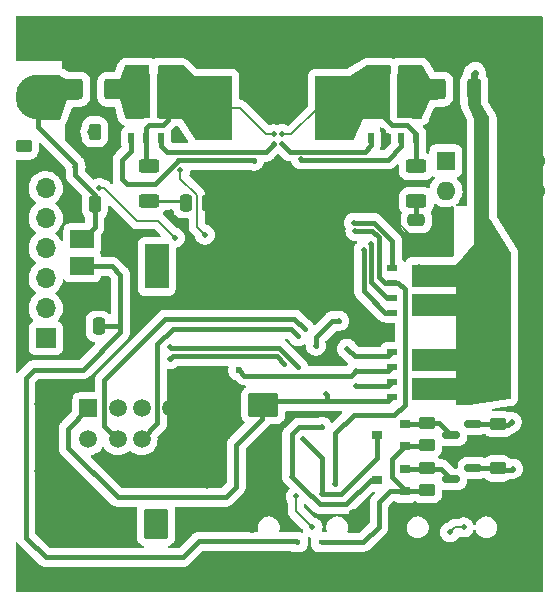
<source format=gbr>
%TF.GenerationSoftware,KiCad,Pcbnew,(6.0.5)*%
%TF.CreationDate,2022-06-14T13:50:17+08:00*%
%TF.ProjectId,V4.0,56342e30-2e6b-4696-9361-645f70636258,rev?*%
%TF.SameCoordinates,Original*%
%TF.FileFunction,Copper,L2,Bot*%
%TF.FilePolarity,Positive*%
%FSLAX46Y46*%
G04 Gerber Fmt 4.6, Leading zero omitted, Abs format (unit mm)*
G04 Created by KiCad (PCBNEW (6.0.5)) date 2022-06-14 13:50:17*
%MOMM*%
%LPD*%
G01*
G04 APERTURE LIST*
G04 Aperture macros list*
%AMRoundRect*
0 Rectangle with rounded corners*
0 $1 Rounding radius*
0 $2 $3 $4 $5 $6 $7 $8 $9 X,Y pos of 4 corners*
0 Add a 4 corners polygon primitive as box body*
4,1,4,$2,$3,$4,$5,$6,$7,$8,$9,$2,$3,0*
0 Add four circle primitives for the rounded corners*
1,1,$1+$1,$2,$3*
1,1,$1+$1,$4,$5*
1,1,$1+$1,$6,$7*
1,1,$1+$1,$8,$9*
0 Add four rect primitives between the rounded corners*
20,1,$1+$1,$2,$3,$4,$5,0*
20,1,$1+$1,$4,$5,$6,$7,0*
20,1,$1+$1,$6,$7,$8,$9,0*
20,1,$1+$1,$8,$9,$2,$3,0*%
G04 Aperture macros list end*
%TA.AperFunction,ComponentPad*%
%ADD10C,0.500000*%
%TD*%
%TA.AperFunction,SMDPad,CuDef*%
%ADD11R,6.500000X6.500000*%
%TD*%
%TA.AperFunction,ComponentPad*%
%ADD12R,3.800000X3.800000*%
%TD*%
%TA.AperFunction,ComponentPad*%
%ADD13C,3.800000*%
%TD*%
%TA.AperFunction,ComponentPad*%
%ADD14R,1.600000X1.600000*%
%TD*%
%TA.AperFunction,ComponentPad*%
%ADD15O,1.600000X1.600000*%
%TD*%
%TA.AperFunction,ComponentPad*%
%ADD16O,1.000000X2.100000*%
%TD*%
%TA.AperFunction,ComponentPad*%
%ADD17O,1.000000X1.600000*%
%TD*%
%TA.AperFunction,ComponentPad*%
%ADD18R,1.700000X1.700000*%
%TD*%
%TA.AperFunction,ComponentPad*%
%ADD19O,1.700000X1.700000*%
%TD*%
%TA.AperFunction,ComponentPad*%
%ADD20R,1.500000X1.500000*%
%TD*%
%TA.AperFunction,ComponentPad*%
%ADD21C,1.500000*%
%TD*%
%TA.AperFunction,ComponentPad*%
%ADD22C,3.000000*%
%TD*%
%TA.AperFunction,SMDPad,CuDef*%
%ADD23RoundRect,0.250000X-0.625000X0.312500X-0.625000X-0.312500X0.625000X-0.312500X0.625000X0.312500X0*%
%TD*%
%TA.AperFunction,SMDPad,CuDef*%
%ADD24R,0.900000X0.800000*%
%TD*%
%TA.AperFunction,SMDPad,CuDef*%
%ADD25RoundRect,0.250000X0.250000X0.475000X-0.250000X0.475000X-0.250000X-0.475000X0.250000X-0.475000X0*%
%TD*%
%TA.AperFunction,SMDPad,CuDef*%
%ADD26R,0.600000X0.450000*%
%TD*%
%TA.AperFunction,SMDPad,CuDef*%
%ADD27RoundRect,0.250000X-0.787500X-1.025000X0.787500X-1.025000X0.787500X1.025000X-0.787500X1.025000X0*%
%TD*%
%TA.AperFunction,SMDPad,CuDef*%
%ADD28RoundRect,0.150000X0.587500X0.150000X-0.587500X0.150000X-0.587500X-0.150000X0.587500X-0.150000X0*%
%TD*%
%TA.AperFunction,SMDPad,CuDef*%
%ADD29R,0.850000X0.500000*%
%TD*%
%TA.AperFunction,SMDPad,CuDef*%
%ADD30R,0.800000X0.600000*%
%TD*%
%TA.AperFunction,SMDPad,CuDef*%
%ADD31R,3.750000X1.970000*%
%TD*%
%TA.AperFunction,SMDPad,CuDef*%
%ADD32RoundRect,0.250000X0.625000X-0.312500X0.625000X0.312500X-0.625000X0.312500X-0.625000X-0.312500X0*%
%TD*%
%TA.AperFunction,SMDPad,CuDef*%
%ADD33R,2.000000X1.500000*%
%TD*%
%TA.AperFunction,SMDPad,CuDef*%
%ADD34R,2.000000X3.800000*%
%TD*%
%TA.AperFunction,SMDPad,CuDef*%
%ADD35RoundRect,0.250000X0.450000X-0.262500X0.450000X0.262500X-0.450000X0.262500X-0.450000X-0.262500X0*%
%TD*%
%TA.AperFunction,SMDPad,CuDef*%
%ADD36RoundRect,0.250000X0.475000X-0.250000X0.475000X0.250000X-0.475000X0.250000X-0.475000X-0.250000X0*%
%TD*%
%TA.AperFunction,SMDPad,CuDef*%
%ADD37RoundRect,0.250000X-0.312500X-0.625000X0.312500X-0.625000X0.312500X0.625000X-0.312500X0.625000X0*%
%TD*%
%TA.AperFunction,SMDPad,CuDef*%
%ADD38RoundRect,0.250000X1.025000X-0.787500X1.025000X0.787500X-1.025000X0.787500X-1.025000X-0.787500X0*%
%TD*%
%TA.AperFunction,SMDPad,CuDef*%
%ADD39RoundRect,0.250000X0.312500X0.625000X-0.312500X0.625000X-0.312500X-0.625000X0.312500X-0.625000X0*%
%TD*%
%TA.AperFunction,SMDPad,CuDef*%
%ADD40R,0.500000X0.850000*%
%TD*%
%TA.AperFunction,SMDPad,CuDef*%
%ADD41R,1.970000X3.750000*%
%TD*%
%TA.AperFunction,SMDPad,CuDef*%
%ADD42R,0.600000X0.800000*%
%TD*%
%TA.AperFunction,SMDPad,CuDef*%
%ADD43R,2.900000X5.400000*%
%TD*%
%TA.AperFunction,SMDPad,CuDef*%
%ADD44RoundRect,0.250000X0.262500X0.450000X-0.262500X0.450000X-0.262500X-0.450000X0.262500X-0.450000X0*%
%TD*%
%TA.AperFunction,ViaPad*%
%ADD45C,0.500000*%
%TD*%
%TA.AperFunction,ViaPad*%
%ADD46C,0.800000*%
%TD*%
%TA.AperFunction,ViaPad*%
%ADD47C,0.600000*%
%TD*%
%TA.AperFunction,Conductor*%
%ADD48C,0.200000*%
%TD*%
%TA.AperFunction,Conductor*%
%ADD49C,0.400000*%
%TD*%
%TA.AperFunction,Conductor*%
%ADD50C,0.600000*%
%TD*%
%TA.AperFunction,Conductor*%
%ADD51C,0.250000*%
%TD*%
G04 APERTURE END LIST*
D10*
%TO.P,U1,65,GND_EPAD*%
%TO.N,-BATT*%
X128432000Y-97628000D03*
X127232000Y-96428000D03*
X126032000Y-100028000D03*
X127232000Y-95228000D03*
X130832000Y-94028000D03*
X128432000Y-96428000D03*
X128432000Y-95228000D03*
X128432000Y-100028000D03*
X132032000Y-95228000D03*
X130832000Y-100028000D03*
X132032000Y-94028000D03*
X126032000Y-94028000D03*
X132032000Y-98828000D03*
X129632000Y-97628000D03*
X130832000Y-97628000D03*
X127232000Y-97628000D03*
X127232000Y-100028000D03*
X127232000Y-94028000D03*
X129632000Y-94028000D03*
X129632000Y-95228000D03*
X132032000Y-96428000D03*
X126032000Y-97628000D03*
X128432000Y-94028000D03*
X127232000Y-98828000D03*
X129632000Y-96428000D03*
X132032000Y-97628000D03*
X130832000Y-95228000D03*
X129632000Y-98828000D03*
X126032000Y-96428000D03*
D11*
X129032000Y-97028000D03*
D10*
X126032000Y-98828000D03*
X130832000Y-96428000D03*
X128432000Y-98828000D03*
X130832000Y-98828000D03*
X132032000Y-100028000D03*
X129632000Y-100028000D03*
X126032000Y-95228000D03*
%TD*%
D12*
%TO.P,J4,1,GND*%
%TO.N,-BATT*%
X108534200Y-77992600D03*
D13*
%TO.P,J4,2,P*%
%TO.N,+BATT*%
X108534200Y-82992600D03*
%TD*%
D14*
%TO.P,SW2,1*%
%TO.N,Net-(SW2-Pad1)*%
X143103600Y-88366600D03*
D15*
%TO.P,SW2,2*%
%TO.N,Net-(SW2-Pad2)*%
X143103600Y-90906600D03*
%TO.P,SW2,3*%
%TO.N,-BATT*%
X150723600Y-90906600D03*
%TO.P,SW2,4*%
X150723600Y-88366600D03*
%TD*%
D16*
%TO.P,J2,S1,SHELL*%
%TO.N,-BATT*%
X147931600Y-118870000D03*
D17*
X147931600Y-123050000D03*
D16*
X139291600Y-118870000D03*
D17*
X139291600Y-123050000D03*
%TD*%
D18*
%TO.P,J5,1,Pin_1*%
%TO.N,Net-(J5-Pad1)*%
X109220000Y-103378000D03*
D19*
%TO.P,J5,2,Pin_2*%
%TO.N,Net-(J5-Pad2)*%
X109220000Y-100838000D03*
%TO.P,J5,3,Pin_3*%
%TO.N,Net-(J5-Pad3)*%
X109220000Y-98298000D03*
%TO.P,J5,4,Pin_4*%
%TO.N,Net-(J5-Pad4)*%
X109220000Y-95758000D03*
%TO.P,J5,5,Pin_5*%
%TO.N,Net-(J5-Pad5)*%
X109220000Y-93218000D03*
%TO.P,J5,6,Pin_6*%
%TO.N,Net-(J5-Pad6)*%
X109220000Y-90678000D03*
%TD*%
D20*
%TO.P,J1,1,VBUS1*%
%TO.N,/AOUT1*%
X112832000Y-109325000D03*
D21*
%TO.P,J1,2,D1-*%
%TO.N,Net-(J1-Pad2)*%
X115332000Y-109325000D03*
%TO.P,J1,3,D1+*%
%TO.N,Net-(J1-Pad3)*%
X117332000Y-109325000D03*
%TO.P,J1,4,GND1*%
%TO.N,-BATT*%
X119832000Y-109325000D03*
%TO.P,J1,5,VBUS2*%
%TO.N,/AOUT2*%
X112832000Y-111945000D03*
%TO.P,J1,6,D2-*%
%TO.N,Net-(J1-Pad6)*%
X115332000Y-111945000D03*
%TO.P,J1,7,D2+*%
%TO.N,Net-(J1-Pad7)*%
X117332000Y-111945000D03*
%TO.P,J1,8,GND2*%
%TO.N,-BATT*%
X119832000Y-111945000D03*
D22*
%TO.P,J1,9,Shield*%
X122902000Y-108975000D03*
X109762000Y-114655000D03*
X122902000Y-114655000D03*
X109762000Y-108975000D03*
%TD*%
D16*
%TO.P,J3,S1,SHELL*%
%TO.N,-BATT*%
X126680000Y-118870000D03*
X135320000Y-118870000D03*
D17*
X135320000Y-123050000D03*
X126680000Y-123050000D03*
%TD*%
D23*
%TO.P,R13,1*%
%TO.N,/HbridgeL*%
X117983000Y-88834500D03*
%TO.P,R13,2*%
%TO.N,Net-(C19-Pad2)*%
X117983000Y-91759500D03*
%TD*%
D24*
%TO.P,Q7,1,G*%
%TO.N,Net-(Q7-Pad1)*%
X139630000Y-110632200D03*
%TO.P,Q7,2,S*%
%TO.N,/+5v*%
X139630000Y-112532200D03*
%TO.P,Q7,3,D*%
%TO.N,/CIO1_CC2*%
X137230000Y-111582200D03*
%TD*%
D25*
%TO.P,C20,1*%
%TO.N,+BATT*%
X113385600Y-92024200D03*
%TO.P,C20,2*%
%TO.N,-BATT*%
X111485600Y-92024200D03*
%TD*%
D26*
%TO.P,D4,1,K*%
%TO.N,/+5v*%
X132596600Y-120650000D03*
%TO.P,D4,2,A*%
%TO.N,/+5V*%
X130496600Y-120650000D03*
%TD*%
D27*
%TO.P,C3,1*%
%TO.N,-BATT*%
X112330500Y-119126000D03*
%TO.P,C3,2*%
%TO.N,/AOUT2*%
X118555500Y-119126000D03*
%TD*%
D28*
%TO.P,Q8,1,G*%
%TO.N,/EMK_CRTL2*%
X145437862Y-110648200D03*
%TO.P,Q8,2,S*%
%TO.N,-BATT*%
X145437862Y-112548200D03*
%TO.P,Q8,3,D*%
%TO.N,Net-(Q7-Pad1)*%
X143562862Y-111598200D03*
%TD*%
D29*
%TO.P,Q3,1,S1*%
%TO.N,/AOUT1*%
X138578000Y-108331000D03*
%TO.P,Q3,2,G1*%
%TO.N,Net-(Q3-Pad2)*%
X138578000Y-107061000D03*
%TO.P,Q3,3,S2*%
%TO.N,/AOUT2*%
X138578000Y-105791000D03*
%TO.P,Q3,4,G2*%
%TO.N,Net-(Q3-Pad4)*%
X138578000Y-104521000D03*
D30*
%TO.P,Q3,5,D2*%
%TO.N,/VSYS-OUT*%
X144403000Y-104521000D03*
D31*
X142128000Y-105206000D03*
D30*
X144403000Y-105791000D03*
%TO.P,Q3,6,D1*%
X144403000Y-108331000D03*
X144403000Y-107061000D03*
D31*
X142128000Y-107646000D03*
%TD*%
D32*
%TO.P,R2,1*%
%TO.N,Net-(C9-Pad2)*%
X140589000Y-91759500D03*
%TO.P,R2,2*%
%TO.N,/HbridgeR*%
X140589000Y-88834500D03*
%TD*%
D28*
%TO.P,Q6,1,G*%
%TO.N,/EMK_CRTL1*%
X145427362Y-114366000D03*
%TO.P,Q6,2,S*%
%TO.N,-BATT*%
X145427362Y-116266000D03*
%TO.P,Q6,3,D*%
%TO.N,Net-(Q5-Pad1)*%
X143552362Y-115316000D03*
%TD*%
D25*
%TO.P,C21,1*%
%TO.N,/+5V*%
X113715800Y-102387400D03*
%TO.P,C21,2*%
%TO.N,-BATT*%
X111815800Y-102387400D03*
%TD*%
D33*
%TO.P,U2,1,GND*%
%TO.N,-BATT*%
X112318400Y-99607400D03*
%TO.P,U2,2,VO*%
%TO.N,/+5V*%
X112318400Y-97307400D03*
%TO.P,U2,3,VI*%
%TO.N,+BATT*%
X112318400Y-95007400D03*
D34*
%TO.P,U2,4*%
%TO.N,N/C*%
X118618400Y-97307400D03*
%TD*%
D35*
%TO.P,R22,1*%
%TO.N,/+5v*%
X141478000Y-112418500D03*
%TO.P,R22,2*%
%TO.N,Net-(Q7-Pad1)*%
X141478000Y-110593500D03*
%TD*%
D36*
%TO.P,C9,1*%
%TO.N,-BATT*%
X140589000Y-95311000D03*
%TO.P,C9,2*%
%TO.N,Net-(C9-Pad2)*%
X140589000Y-93411000D03*
%TD*%
D37*
%TO.P,R9,1*%
%TO.N,+BATT*%
X111821500Y-82296000D03*
%TO.P,R9,2*%
%TO.N,/SYSOUTBAT*%
X114746500Y-82296000D03*
%TD*%
D29*
%TO.P,Q1,1,S1*%
%TO.N,/CMOut*%
X138578000Y-101219000D03*
%TO.P,Q1,2,G1*%
%TO.N,Net-(Q1-Pad2)*%
X138578000Y-99949000D03*
%TO.P,Q1,3,S2*%
%TO.N,/CCOUT*%
X138578000Y-98679000D03*
%TO.P,Q1,4,G2*%
%TO.N,Net-(Q1-Pad4)*%
X138578000Y-97409000D03*
D31*
%TO.P,Q1,5,D2*%
%TO.N,/VSYS-OUT*%
X142128000Y-98094000D03*
D30*
X144403000Y-98679000D03*
X144403000Y-97409000D03*
D31*
%TO.P,Q1,6,D1*%
X142128000Y-100534000D03*
D30*
X144403000Y-101219000D03*
X144403000Y-99949000D03*
%TD*%
D38*
%TO.P,C1,1*%
%TO.N,-BATT*%
X127635000Y-115253500D03*
%TO.P,C1,2*%
%TO.N,/AOUT1*%
X127635000Y-109028500D03*
%TD*%
D39*
%TO.P,R1,1*%
%TO.N,/VSYS-OUT*%
X145480500Y-82296000D03*
%TO.P,R1,2*%
%TO.N,/SYSOUT*%
X142555500Y-82296000D03*
%TD*%
D40*
%TO.P,Q2,1,S1*%
%TO.N,/HbridgeR*%
X140589000Y-86466000D03*
%TO.P,Q2,2,G1*%
%TO.N,Net-(Q2-Pad2)*%
X139319000Y-86466000D03*
%TO.P,Q2,3,S2*%
%TO.N,-BATT*%
X138049000Y-86466000D03*
%TO.P,Q2,4,G2*%
%TO.N,Net-(Q2-Pad4)*%
X136779000Y-86466000D03*
D41*
%TO.P,Q2,5,D2*%
%TO.N,/HbridgeR*%
X137464000Y-82916000D03*
D42*
X138049000Y-80641000D03*
X136779000Y-80641000D03*
%TO.P,Q2,6,D1*%
%TO.N,/SYSOUT*%
X139319000Y-80641000D03*
D41*
X139904000Y-82916000D03*
D42*
X140589000Y-80641000D03*
%TD*%
D43*
%TO.P,L1,1,1*%
%TO.N,/HbridgeR*%
X133474000Y-83896200D03*
%TO.P,L1,2,2*%
%TO.N,/HbridgeL*%
X123574000Y-83896200D03*
%TD*%
D35*
%TO.P,R14,1*%
%TO.N,/+5v*%
X141478000Y-116228500D03*
%TO.P,R14,2*%
%TO.N,Net-(Q5-Pad1)*%
X141478000Y-114403500D03*
%TD*%
D24*
%TO.P,Q5,1,G*%
%TO.N,Net-(Q5-Pad1)*%
X139630000Y-114416800D03*
%TO.P,Q5,2,S*%
%TO.N,/+5v*%
X139630000Y-116316800D03*
%TO.P,Q5,3,D*%
%TO.N,/CIO1_CC1*%
X137230000Y-115366800D03*
%TD*%
D25*
%TO.P,C19,1*%
%TO.N,-BATT*%
X122971600Y-91897200D03*
%TO.P,C19,2*%
%TO.N,Net-(C19-Pad2)*%
X121071600Y-91897200D03*
%TD*%
D35*
%TO.P,R21,1*%
%TO.N,-BATT*%
X147482562Y-116237900D03*
%TO.P,R21,2*%
%TO.N,/EMK_CRTL1*%
X147482562Y-114412900D03*
%TD*%
%TO.P,R4,1*%
%TO.N,-BATT*%
X107340400Y-88974300D03*
%TO.P,R4,2*%
%TO.N,Net-(D2-Pad1)*%
X107340400Y-87149300D03*
%TD*%
D40*
%TO.P,Q4,1,S1*%
%TO.N,-BATT*%
X120269000Y-86466000D03*
%TO.P,Q4,2,G1*%
%TO.N,Net-(Q4-Pad2)*%
X118999000Y-86466000D03*
%TO.P,Q4,3,S2*%
%TO.N,/HbridgeL*%
X117729000Y-86466000D03*
%TO.P,Q4,4,G2*%
%TO.N,Net-(Q4-Pad4)*%
X116459000Y-86466000D03*
D42*
%TO.P,Q4,5,D2*%
%TO.N,/SYSOUTBAT*%
X117729000Y-80641000D03*
X116459000Y-80641000D03*
D41*
X117144000Y-82916000D03*
%TO.P,Q4,6,D1*%
%TO.N,/HbridgeL*%
X119584000Y-82916000D03*
D42*
X118999000Y-80641000D03*
X120269000Y-80641000D03*
%TD*%
D35*
%TO.P,R23,1*%
%TO.N,-BATT*%
X147537862Y-112494700D03*
%TO.P,R23,2*%
%TO.N,/EMK_CRTL2*%
X147537862Y-110669700D03*
%TD*%
D44*
%TO.P,R5,1*%
%TO.N,Net-(R5-Pad1)*%
X113383700Y-85902800D03*
%TO.P,R5,2*%
%TO.N,-BATT*%
X111558700Y-85902800D03*
%TD*%
D45*
%TO.N,-BATT*%
X148259800Y-80721200D03*
X138074400Y-92100400D03*
X119811800Y-92735400D03*
X149021800Y-80721200D03*
X147472400Y-80746600D03*
X137769600Y-85877400D03*
X120269000Y-85928200D03*
D46*
X107365800Y-90551000D03*
D45*
X111531400Y-85877400D03*
X150749000Y-95250000D03*
X150114000Y-95250000D03*
X116103400Y-95173800D03*
%TO.N,/AOUT1*%
X132969000Y-108077000D03*
%TO.N,/CMOut*%
X137287000Y-100457000D03*
X136140400Y-95942600D03*
%TO.N,/AOUT2*%
X135458200Y-106172000D03*
D47*
X125577600Y-106095800D03*
D46*
X118491000Y-119126000D03*
D45*
%TO.N,/CCOUT*%
X135444015Y-94289345D03*
X133731000Y-115697000D03*
%TO.N,/VSYS-OUT*%
X146812000Y-107315000D03*
X134061200Y-101904800D03*
X146050000Y-101346000D03*
X146812000Y-106426000D03*
X145567400Y-80899000D03*
X140843000Y-97367500D03*
X146812000Y-96647000D03*
X146812000Y-102997000D03*
X146812000Y-97409000D03*
X146050000Y-99949000D03*
X132080000Y-104013000D03*
X146812000Y-103759000D03*
X141334900Y-108027000D03*
%TO.N,/HbridgeR*%
X129235200Y-86106000D03*
X133705600Y-85318600D03*
%TO.N,/HbridgeL*%
X128524000Y-86131400D03*
X123342400Y-85344000D03*
%TO.N,+BATT*%
X111734600Y-88874600D03*
%TO.N,Net-(D2-Pad1)*%
X107238800Y-87020400D03*
%TO.N,Net-(D2-Pad2)*%
X122682000Y-94615000D03*
X120624600Y-89103200D03*
%TO.N,Net-(J1-Pad2)*%
X119761000Y-104165400D03*
X130556000Y-105791000D03*
%TO.N,Net-(J1-Pad3)*%
X119761000Y-105156000D03*
X129429873Y-105596327D03*
%TO.N,Net-(J1-Pad6)*%
X131131011Y-102616984D03*
%TO.N,Net-(J1-Pad7)*%
X130581500Y-103200200D03*
%TO.N,/DPB*%
X143450000Y-119800000D03*
X144600000Y-119400000D03*
%TO.N,/CIO1_CC1*%
X130095650Y-115104350D03*
X132617500Y-110896400D03*
%TO.N,/DPC*%
X130400000Y-116780498D03*
X131800000Y-119400000D03*
%TO.N,/CIO1_CC2*%
X132617500Y-116560600D03*
X131018500Y-111887000D03*
%TO.N,Net-(Q1-Pad2)*%
X136789900Y-95393100D03*
%TO.N,Net-(Q1-Pad4)*%
X135331200Y-93599000D03*
%TO.N,Net-(Q2-Pad2)*%
X130819219Y-88232072D03*
%TO.N,Net-(Q2-Pad4)*%
X129260600Y-86969600D03*
%TO.N,/SYSOUT*%
X139904000Y-81788000D03*
%TO.N,Net-(Q3-Pad2)*%
X135509000Y-107416600D03*
%TO.N,Net-(Q3-Pad4)*%
X134747000Y-104267000D03*
%TO.N,Net-(Q4-Pad2)*%
X128535837Y-86972874D03*
%TO.N,Net-(Q4-Pad4)*%
X126873000Y-88341200D03*
%TO.N,/SYSOUTBAT*%
X117779800Y-81584800D03*
%TO.N,/EMK_CRTL1*%
X148767800Y-114427000D03*
%TO.N,/EMK_CRTL2*%
X148666200Y-110490000D03*
D46*
%TO.N,Net-(R5-Pad1)*%
X113156298Y-85902800D03*
D45*
%TO.N,/LED6*%
X120142000Y-94869000D03*
X113741200Y-90678000D03*
%TD*%
D48*
%TO.N,-BATT*%
X138074400Y-92621400D02*
X140589000Y-95136000D01*
X137769600Y-86186600D02*
X138049000Y-86466000D01*
X137769600Y-85877400D02*
X137769600Y-86186600D01*
X138074400Y-92100400D02*
X138074400Y-92621400D01*
X120269000Y-86466000D02*
X120269000Y-85928200D01*
D49*
%TO.N,/AOUT1*%
X111125000Y-112649000D02*
X111125000Y-111032000D01*
X127849900Y-108712000D02*
X133070600Y-108712000D01*
X133070600Y-108712000D02*
X138197000Y-108712000D01*
X115316000Y-116840000D02*
X111125000Y-112649000D01*
X111125000Y-111032000D02*
X112832000Y-109325000D01*
X127533400Y-109028500D02*
X127849900Y-108712000D01*
X138197000Y-108712000D02*
X138578000Y-108331000D01*
X124460000Y-116840000D02*
X115316000Y-116840000D01*
X133070600Y-108712000D02*
X133070600Y-108178600D01*
X127533400Y-110210600D02*
X125349000Y-112395000D01*
X133070600Y-108178600D02*
X132969000Y-108077000D01*
X127533400Y-109028500D02*
X127533400Y-110210600D01*
X125349000Y-112395000D02*
X125349000Y-115951000D01*
X125349000Y-115951000D02*
X124460000Y-116840000D01*
%TO.N,/CMOut*%
X137947400Y-101219000D02*
X138578000Y-101219000D01*
X136140400Y-99412000D02*
X137947400Y-101219000D01*
X136140400Y-95942600D02*
X136140400Y-99412000D01*
%TO.N,/AOUT2*%
X118491000Y-119126000D02*
X118555500Y-119126000D01*
X135077200Y-106553000D02*
X126034800Y-106553000D01*
X138197000Y-106172000D02*
X135458200Y-106172000D01*
X135458200Y-106172000D02*
X135077200Y-106553000D01*
X126034800Y-106553000D02*
X125577600Y-106095800D01*
X138578000Y-105791000D02*
X138197000Y-106172000D01*
%TO.N,/CCOUT*%
X133705600Y-111429800D02*
X135280400Y-109855000D01*
X133731000Y-115697000D02*
X133705600Y-115671600D01*
X137922000Y-98679000D02*
X137439400Y-98196400D01*
X139598400Y-109004100D02*
X139598400Y-99212400D01*
X138747500Y-109855000D02*
X139598400Y-109004100D01*
X133705600Y-115671600D02*
X133705600Y-111429800D01*
X135280400Y-109855000D02*
X138747500Y-109855000D01*
X137439400Y-94853250D02*
X136875495Y-94289345D01*
X138557000Y-98679000D02*
X137922000Y-98679000D01*
X139598400Y-99212400D02*
X139065000Y-98679000D01*
X137439400Y-98196400D02*
X137439400Y-94853250D01*
D48*
X138557000Y-98679000D02*
X138578000Y-98679000D01*
D49*
X139065000Y-98679000D02*
X138578000Y-98679000D01*
X136875495Y-94289345D02*
X135444015Y-94289345D01*
%TO.N,/VSYS-OUT*%
X133477000Y-101904800D02*
X134061200Y-101904800D01*
X132080000Y-104013000D02*
X132080000Y-103301800D01*
D50*
X145480500Y-80985900D02*
X145567400Y-80899000D01*
X145480500Y-82296000D02*
X145480500Y-80985900D01*
D48*
X141569500Y-98094000D02*
X140843000Y-97367500D01*
X142128000Y-98094000D02*
X141569500Y-98094000D01*
D49*
X132080000Y-103301800D02*
X133477000Y-101904800D01*
%TO.N,Net-(C9-Pad2)*%
X140589000Y-91759500D02*
X140589000Y-93586000D01*
%TO.N,/HbridgeR*%
X137464000Y-83806000D02*
X137464000Y-84225600D01*
D48*
X140589000Y-86106000D02*
X140589000Y-86466000D01*
D49*
X138557000Y-85318600D02*
X139801600Y-85318600D01*
D48*
X137464000Y-82916000D02*
X137464000Y-83806000D01*
D49*
X139801600Y-85318600D02*
X140589000Y-86106000D01*
D48*
X130022600Y-86106000D02*
X132232400Y-83896200D01*
D49*
X140589000Y-86466000D02*
X140589000Y-88834500D01*
D48*
X132232400Y-83896200D02*
X133474000Y-83896200D01*
D49*
X137464000Y-84225600D02*
X138557000Y-85318600D01*
D48*
X129235200Y-86106000D02*
X130022600Y-86106000D01*
D49*
X140589000Y-86283800D02*
X140589000Y-86466000D01*
%TO.N,/HbridgeL*%
X117729000Y-86466000D02*
X117729000Y-88834500D01*
X117729000Y-85598000D02*
X117983000Y-85344000D01*
D48*
X128524000Y-86131400D02*
X127863600Y-86131400D01*
X125628400Y-83896200D02*
X123574000Y-83896200D01*
D49*
X117729000Y-86466000D02*
X117729000Y-85598000D01*
X117983000Y-85344000D02*
X119126000Y-85344000D01*
D48*
X127863600Y-86131400D02*
X125628400Y-83896200D01*
D49*
X119126000Y-85344000D02*
X119584000Y-84886000D01*
X119584000Y-84886000D02*
X119584000Y-82916000D01*
%TO.N,+BATT*%
X108534200Y-85471000D02*
X108534200Y-82992600D01*
X111734600Y-89589948D02*
X113385600Y-91240948D01*
X111734600Y-88671400D02*
X108534200Y-85471000D01*
X113385600Y-92024200D02*
X113385600Y-93940200D01*
X113385600Y-91240948D02*
X113385600Y-92024200D01*
X111734600Y-88874600D02*
X111734600Y-88671400D01*
X111734600Y-88874600D02*
X111734600Y-89589948D01*
X113385600Y-93940200D02*
X112318400Y-95007400D01*
D51*
%TO.N,Net-(C19-Pad2)*%
X117983000Y-91759500D02*
X120933900Y-91759500D01*
X120933900Y-91759500D02*
X121071600Y-91897200D01*
D49*
%TO.N,/+5V*%
X114858800Y-97307400D02*
X112318400Y-97307400D01*
X108229400Y-106045000D02*
X112369600Y-106045000D01*
X122199400Y-120573800D02*
X120827800Y-121945400D01*
X115544600Y-97993200D02*
X114858800Y-97307400D01*
X115544600Y-102870000D02*
X115544600Y-102412800D01*
X107543600Y-120269000D02*
X107543600Y-106730800D01*
X113715800Y-102387400D02*
X115519200Y-102387400D01*
X112369600Y-106045000D02*
X115544600Y-102870000D01*
X115544600Y-102412800D02*
X115544600Y-97993200D01*
X130496600Y-120650000D02*
X130420400Y-120573800D01*
X107543600Y-106730800D02*
X108229400Y-106045000D01*
X120827800Y-121945400D02*
X109220000Y-121945400D01*
X130420400Y-120573800D02*
X122199400Y-120573800D01*
X109220000Y-121945400D02*
X107543600Y-120269000D01*
X115519200Y-102387400D02*
X115544600Y-102412800D01*
D48*
%TO.N,Net-(D2-Pad2)*%
X122021600Y-93954600D02*
X122021600Y-91287600D01*
X120624600Y-89890600D02*
X120624600Y-89103200D01*
X122021600Y-91287600D02*
X120624600Y-89890600D01*
X122682000Y-94615000D02*
X122021600Y-93954600D01*
D49*
%TO.N,Net-(J1-Pad2)*%
X130556000Y-105791000D02*
X128981200Y-104216200D01*
X119811800Y-104216200D02*
X119761000Y-104165400D01*
X128981200Y-104216200D02*
X119811800Y-104216200D01*
%TO.N,Net-(J1-Pad3)*%
X119989600Y-104927400D02*
X128760946Y-104927400D01*
X119761000Y-105156000D02*
X119989600Y-104927400D01*
X128760946Y-104927400D02*
X129429873Y-105596327D01*
%TO.N,Net-(J1-Pad6)*%
X114182489Y-110795489D02*
X114182489Y-106924511D01*
X119354600Y-101752400D02*
X130276600Y-101752400D01*
X114182489Y-106924511D02*
X119354600Y-101752400D01*
X130276600Y-101752400D02*
X131131011Y-102606811D01*
D48*
X131131011Y-102606811D02*
X131131011Y-102616984D01*
D49*
X115332000Y-111945000D02*
X114182489Y-110795489D01*
%TO.N,Net-(J1-Pad7)*%
X130581500Y-103200200D02*
X129997300Y-102616000D01*
X129997300Y-102616000D02*
X119960052Y-102616000D01*
X118679689Y-103896363D02*
X118679689Y-110597311D01*
X118679689Y-110597311D02*
X117332000Y-111945000D01*
X119960052Y-102616000D02*
X118679689Y-103896363D01*
D48*
%TO.N,/DPB*%
X143850000Y-119400000D02*
X144600000Y-119400000D01*
X143450000Y-119800000D02*
X143850000Y-119400000D01*
D49*
%TO.N,/CIO1_CC1*%
X130095650Y-115104350D02*
X130048000Y-115056700D01*
X134666028Y-117449600D02*
X132440900Y-117449600D01*
X137230000Y-115366800D02*
X136748828Y-115366800D01*
X130048000Y-111531400D02*
X130683000Y-110896400D01*
X132440900Y-117449600D02*
X131018500Y-116027200D01*
X131018500Y-116027200D02*
X130095650Y-115104350D01*
X136748828Y-115366800D02*
X134666028Y-117449600D01*
X130683000Y-110896400D02*
X132617500Y-110896400D01*
X130048000Y-115056700D02*
X130048000Y-111531400D01*
D48*
%TO.N,/DPC*%
X130400000Y-118000000D02*
X131800000Y-119400000D01*
X130400000Y-116780498D02*
X130400000Y-118000000D01*
D49*
%TO.N,/CIO1_CC2*%
X131018500Y-111887000D02*
X132613400Y-113481900D01*
X137230000Y-113518800D02*
X134188200Y-116560600D01*
X134188200Y-116560600D02*
X132617500Y-116560600D01*
X132613400Y-113481900D02*
X132613400Y-116556500D01*
D48*
X132613400Y-116556500D02*
X132617500Y-116560600D01*
D49*
X137230000Y-111582200D02*
X137230000Y-113518800D01*
%TO.N,Net-(Q1-Pad2)*%
X136789900Y-95393100D02*
X136789900Y-98613700D01*
X136789900Y-98613700D02*
X138125200Y-99949000D01*
X138125200Y-99949000D02*
X138578000Y-99949000D01*
%TO.N,Net-(Q1-Pad4)*%
X137033000Y-93599000D02*
X138578000Y-95144000D01*
X138578000Y-95144000D02*
X138578000Y-97409000D01*
X135331200Y-93599000D02*
X137033000Y-93599000D01*
%TO.N,Net-(Q2-Pad2)*%
X138184328Y-88282072D02*
X139319000Y-87147400D01*
X139319000Y-87147400D02*
X139319000Y-86466000D01*
X130869219Y-88282072D02*
X138184328Y-88282072D01*
X130819219Y-88232072D02*
X130869219Y-88282072D01*
%TO.N,Net-(Q2-Pad4)*%
X136779000Y-87020400D02*
X136779000Y-86466000D01*
X136216828Y-87582572D02*
X136779000Y-87020400D01*
X129260600Y-86969600D02*
X129873572Y-87582572D01*
X129873572Y-87582572D02*
X136216828Y-87582572D01*
%TO.N,Net-(Q3-Pad2)*%
X138197000Y-107442000D02*
X138578000Y-107061000D01*
X135534400Y-107442000D02*
X138197000Y-107442000D01*
D48*
X135509000Y-107416600D02*
X135534400Y-107442000D01*
D49*
%TO.N,Net-(Q3-Pad4)*%
X135382000Y-104902000D02*
X138197000Y-104902000D01*
X138197000Y-104902000D02*
X138578000Y-104521000D01*
X134747000Y-104267000D02*
X135382000Y-104902000D01*
%TO.N,Net-(Q4-Pad2)*%
X128535837Y-86972874D02*
X127878711Y-87630000D01*
X119507000Y-87630000D02*
X118999000Y-87122000D01*
X118999000Y-87122000D02*
X118999000Y-86466000D01*
X127878711Y-87630000D02*
X119507000Y-87630000D01*
%TO.N,Net-(Q4-Pad4)*%
X126861300Y-88329500D02*
X120458500Y-88329500D01*
X118491000Y-90297000D02*
X120396000Y-88392000D01*
X116078000Y-90297000D02*
X118491000Y-90297000D01*
X115697000Y-89916000D02*
X116078000Y-90297000D01*
X120458500Y-88329500D02*
X120396000Y-88392000D01*
X116459000Y-86466000D02*
X116459000Y-87503000D01*
X115697000Y-88265000D02*
X115697000Y-89916000D01*
X126873000Y-88341200D02*
X126861300Y-88329500D01*
X116459000Y-87503000D02*
X115697000Y-88265000D01*
D48*
%TO.N,/SYSOUTBAT*%
X117652800Y-81711800D02*
X117652800Y-83845400D01*
X117779800Y-81584800D02*
X117652800Y-81711800D01*
D49*
%TO.N,Net-(Q5-Pad1)*%
X139632000Y-114414800D02*
X142651162Y-114414800D01*
X142651162Y-114414800D02*
X143552362Y-115316000D01*
X139630000Y-114416800D02*
X139632000Y-114414800D01*
%TO.N,/EMK_CRTL1*%
X147482562Y-114500400D02*
X148694400Y-114500400D01*
X145427362Y-114366000D02*
X147348162Y-114366000D01*
X148694400Y-114500400D02*
X148767800Y-114427000D01*
X147348162Y-114366000D02*
X147482562Y-114500400D01*
%TO.N,Net-(Q7-Pad1)*%
X141439300Y-110632200D02*
X141478000Y-110593500D01*
X142558162Y-110593500D02*
X143562862Y-111598200D01*
X141478000Y-110593500D02*
X142558162Y-110593500D01*
X139749462Y-110632200D02*
X141439300Y-110632200D01*
%TO.N,/EMK_CRTL2*%
X145437862Y-110648200D02*
X147428862Y-110648200D01*
X147537862Y-110757200D02*
X148399000Y-110757200D01*
X148399000Y-110757200D02*
X148666200Y-110490000D01*
X147428862Y-110648200D02*
X147537862Y-110757200D01*
D48*
%TO.N,/LED6*%
X118694200Y-93421200D02*
X120142000Y-94869000D01*
X114173000Y-90678000D02*
X116916200Y-93421200D01*
X113741200Y-90678000D02*
X114173000Y-90678000D01*
X116916200Y-93421200D02*
X118694200Y-93421200D01*
D49*
%TO.N,/+5v*%
X139630000Y-112532200D02*
X138557000Y-113605200D01*
X137439400Y-119329200D02*
X136118600Y-120650000D01*
X136118600Y-120650000D02*
X132596600Y-120650000D01*
X139724062Y-116316800D02*
X141389700Y-116316800D01*
X138394400Y-116316800D02*
X137439400Y-117271800D01*
X137439400Y-117271800D02*
X137439400Y-119329200D01*
X141389700Y-116316800D02*
X141478000Y-116228500D01*
X141478000Y-112418500D02*
X141364300Y-112532200D01*
X138557000Y-113605200D02*
X138557000Y-115149738D01*
X138557000Y-115149738D02*
X139724062Y-116316800D01*
X139724062Y-116316800D02*
X138394400Y-116316800D01*
X141364300Y-112532200D02*
X139630000Y-112532200D01*
%TD*%
%TA.AperFunction,Conductor*%
%TO.N,-BATT*%
G36*
X151290291Y-76161007D02*
G01*
X151326255Y-76210507D01*
X151331100Y-76241100D01*
X151331100Y-124780500D01*
X151312193Y-124838691D01*
X151262693Y-124874655D01*
X151232100Y-124879500D01*
X106774500Y-124879500D01*
X106716309Y-124860593D01*
X106680345Y-124811093D01*
X106675500Y-124780500D01*
X106675500Y-120744006D01*
X106694407Y-120685815D01*
X106743907Y-120649851D01*
X106805093Y-120649851D01*
X106854593Y-120685815D01*
X106854817Y-120686151D01*
X106856009Y-120688707D01*
X106859399Y-120693077D01*
X106859400Y-120693079D01*
X106883120Y-120723659D01*
X106888851Y-120731873D01*
X106912284Y-120769375D01*
X106940539Y-120797828D01*
X106941202Y-120798537D01*
X106941699Y-120799177D01*
X106967559Y-120825037D01*
X106967802Y-120825282D01*
X107036438Y-120894399D01*
X107036445Y-120894405D01*
X107038830Y-120896807D01*
X107039831Y-120897442D01*
X107041124Y-120898602D01*
X108647634Y-122505112D01*
X108648363Y-122505849D01*
X108710859Y-122569668D01*
X108715511Y-122572666D01*
X108748033Y-122593625D01*
X108756168Y-122599471D01*
X108786407Y-122623611D01*
X108786414Y-122623616D01*
X108790734Y-122627064D01*
X108795712Y-122629470D01*
X108795713Y-122629471D01*
X108822047Y-122642201D01*
X108832590Y-122648118D01*
X108857164Y-122663956D01*
X108857169Y-122663958D01*
X108861817Y-122666954D01*
X108867018Y-122668847D01*
X108867020Y-122668848D01*
X108903371Y-122682079D01*
X108912589Y-122685972D01*
X108952423Y-122705228D01*
X108957812Y-122706472D01*
X108957823Y-122706476D01*
X108986312Y-122713053D01*
X108997900Y-122716485D01*
X109025374Y-122726484D01*
X109030578Y-122728378D01*
X109036071Y-122729072D01*
X109074446Y-122733920D01*
X109084306Y-122735676D01*
X109122020Y-122744383D01*
X109122025Y-122744384D01*
X109127411Y-122745627D01*
X109167504Y-122745766D01*
X109168487Y-122745799D01*
X109169283Y-122745900D01*
X109205673Y-122745900D01*
X109206017Y-122745901D01*
X109307001Y-122746253D01*
X109308160Y-122745994D01*
X109309896Y-122745900D01*
X120818809Y-122745900D01*
X120819847Y-122745905D01*
X120909207Y-122746841D01*
X120952441Y-122737493D01*
X120962316Y-122735877D01*
X120974151Y-122734549D01*
X121000775Y-122731563D01*
X121000779Y-122731562D01*
X121006272Y-122730946D01*
X121011492Y-122729128D01*
X121011497Y-122729127D01*
X121039117Y-122719508D01*
X121050755Y-122716237D01*
X121079330Y-122710059D01*
X121084742Y-122708889D01*
X121089756Y-122706551D01*
X121089762Y-122706549D01*
X121124824Y-122690199D01*
X121134106Y-122686430D01*
X121170644Y-122673706D01*
X121175873Y-122671885D01*
X121205366Y-122653456D01*
X121215987Y-122647690D01*
X121242493Y-122635330D01*
X121242500Y-122635326D01*
X121247507Y-122632991D01*
X121251873Y-122629604D01*
X121251880Y-122629600D01*
X121282459Y-122605880D01*
X121290675Y-122600148D01*
X121328175Y-122576716D01*
X121356628Y-122548461D01*
X121357337Y-122547798D01*
X121357977Y-122547301D01*
X121383837Y-122521441D01*
X121384082Y-122521198D01*
X121453199Y-122452562D01*
X121453205Y-122452555D01*
X121455607Y-122450170D01*
X121456242Y-122449169D01*
X121457402Y-122447876D01*
X122501982Y-121403296D01*
X122556499Y-121375519D01*
X122571986Y-121374300D01*
X129827264Y-121374300D01*
X129882568Y-121393073D01*
X129882990Y-121392341D01*
X129886668Y-121394464D01*
X129887530Y-121394757D01*
X129888610Y-121395586D01*
X129888615Y-121395589D01*
X129893759Y-121399536D01*
X130039838Y-121460044D01*
X130157239Y-121475500D01*
X130496547Y-121475500D01*
X130835960Y-121475499D01*
X130839171Y-121475076D01*
X130839176Y-121475076D01*
X130920929Y-121464314D01*
X130953362Y-121460044D01*
X130959354Y-121457562D01*
X130959358Y-121457561D01*
X131062931Y-121414659D01*
X131099441Y-121399536D01*
X131224882Y-121303282D01*
X131321136Y-121177841D01*
X131381644Y-121031762D01*
X131397100Y-120914361D01*
X131397099Y-120385640D01*
X131391343Y-120341911D01*
X131387444Y-120312297D01*
X131398595Y-120252136D01*
X131442977Y-120210020D01*
X131503639Y-120202034D01*
X131525864Y-120208935D01*
X131535733Y-120213329D01*
X131615818Y-120230352D01*
X131624288Y-120232152D01*
X131677276Y-120262745D01*
X131702162Y-120318641D01*
X131701857Y-120341910D01*
X131696100Y-120385639D01*
X131696101Y-120914360D01*
X131696524Y-120917571D01*
X131696524Y-120917576D01*
X131706167Y-120990826D01*
X131711556Y-121031762D01*
X131714038Y-121037754D01*
X131714039Y-121037758D01*
X131730084Y-121076493D01*
X131772064Y-121177841D01*
X131868318Y-121303282D01*
X131993759Y-121399536D01*
X132053081Y-121424108D01*
X132118929Y-121451383D01*
X132139838Y-121460044D01*
X132257239Y-121475500D01*
X132596547Y-121475500D01*
X132935960Y-121475499D01*
X132939171Y-121475076D01*
X132939176Y-121475076D01*
X133020929Y-121464314D01*
X133053362Y-121460044D01*
X133059358Y-121457560D01*
X133065626Y-121455881D01*
X133065799Y-121456526D01*
X133096096Y-121450500D01*
X136109609Y-121450500D01*
X136110647Y-121450505D01*
X136200007Y-121451441D01*
X136243241Y-121442093D01*
X136253116Y-121440477D01*
X136264613Y-121439187D01*
X136291575Y-121436163D01*
X136291579Y-121436162D01*
X136297072Y-121435546D01*
X136302292Y-121433728D01*
X136302297Y-121433727D01*
X136329917Y-121424108D01*
X136341555Y-121420837D01*
X136370130Y-121414659D01*
X136375542Y-121413489D01*
X136380556Y-121411151D01*
X136380562Y-121411149D01*
X136415624Y-121394799D01*
X136424906Y-121391030D01*
X136461444Y-121378306D01*
X136466673Y-121376485D01*
X136496166Y-121358056D01*
X136506787Y-121352290D01*
X136533293Y-121339930D01*
X136533300Y-121339926D01*
X136538307Y-121337591D01*
X136542673Y-121334204D01*
X136542680Y-121334200D01*
X136573259Y-121310480D01*
X136581475Y-121304748D01*
X136592068Y-121298129D01*
X136618975Y-121281316D01*
X136647428Y-121253061D01*
X136648137Y-121252398D01*
X136648777Y-121251901D01*
X136674637Y-121226041D01*
X136674882Y-121225798D01*
X136743999Y-121157162D01*
X136744005Y-121157155D01*
X136746407Y-121154770D01*
X136747042Y-121153769D01*
X136748202Y-121152476D01*
X137999112Y-119901566D01*
X137999849Y-119900837D01*
X138036139Y-119865299D01*
X138063668Y-119838341D01*
X138087627Y-119801164D01*
X138093472Y-119793029D01*
X138100161Y-119784650D01*
X138121063Y-119758466D01*
X138123472Y-119753482D01*
X138123475Y-119753478D01*
X138136197Y-119727161D01*
X138142112Y-119716620D01*
X138146229Y-119710232D01*
X138160954Y-119687383D01*
X138176086Y-119645808D01*
X138179976Y-119636602D01*
X138196818Y-119601762D01*
X138196819Y-119601759D01*
X138199227Y-119596778D01*
X138201229Y-119588109D01*
X138204799Y-119572645D01*
X138207051Y-119562887D01*
X138210484Y-119551302D01*
X138220483Y-119523831D01*
X138220485Y-119523824D01*
X138222378Y-119518622D01*
X138225075Y-119497274D01*
X139796100Y-119497274D01*
X139836549Y-119687571D01*
X139838657Y-119692305D01*
X139838658Y-119692309D01*
X139874566Y-119772959D01*
X139915678Y-119865299D01*
X140030031Y-120022692D01*
X140033881Y-120026158D01*
X140033884Y-120026162D01*
X140084042Y-120071324D01*
X140174608Y-120152870D01*
X140343092Y-120250144D01*
X140528118Y-120310262D01*
X140673096Y-120325500D01*
X140770104Y-120325500D01*
X140915082Y-120310262D01*
X141100108Y-120250144D01*
X141268592Y-120152870D01*
X141359158Y-120071324D01*
X141409316Y-120026162D01*
X141409319Y-120026158D01*
X141413169Y-120022692D01*
X141527522Y-119865299D01*
X141556595Y-119800000D01*
X142594815Y-119800000D01*
X142613503Y-119977803D01*
X142615104Y-119982730D01*
X142615105Y-119982735D01*
X142643588Y-120070396D01*
X142668750Y-120147835D01*
X142671341Y-120152323D01*
X142671342Y-120152325D01*
X142740057Y-120271342D01*
X142758141Y-120302665D01*
X142877770Y-120435526D01*
X142881968Y-120438576D01*
X142881969Y-120438577D01*
X142915289Y-120462785D01*
X143022407Y-120540612D01*
X143089690Y-120570568D01*
X143180995Y-120611220D01*
X143180999Y-120611221D01*
X143185733Y-120613329D01*
X143190803Y-120614407D01*
X143190804Y-120614407D01*
X143198802Y-120616107D01*
X143360609Y-120650500D01*
X143539391Y-120650500D01*
X143701198Y-120616107D01*
X143709196Y-120614407D01*
X143709197Y-120614407D01*
X143714267Y-120613329D01*
X143719001Y-120611221D01*
X143719005Y-120611220D01*
X143810310Y-120570568D01*
X143877593Y-120540612D01*
X143984711Y-120462785D01*
X144018031Y-120438577D01*
X144018032Y-120438576D01*
X144022230Y-120435526D01*
X144141859Y-120302665D01*
X144144452Y-120298174D01*
X144144457Y-120298167D01*
X144177966Y-120240128D01*
X144223435Y-120199187D01*
X144284286Y-120192791D01*
X144303968Y-120199187D01*
X144330991Y-120211218D01*
X144330993Y-120211219D01*
X144335733Y-120213329D01*
X144340803Y-120214407D01*
X144340804Y-120214407D01*
X144374728Y-120221618D01*
X144510609Y-120250500D01*
X144689391Y-120250500D01*
X144825272Y-120221618D01*
X144859196Y-120214407D01*
X144859197Y-120214407D01*
X144864267Y-120213329D01*
X144869001Y-120211221D01*
X144869005Y-120211220D01*
X144945930Y-120176971D01*
X145027593Y-120140612D01*
X145172230Y-120035526D01*
X145291859Y-119902665D01*
X145302709Y-119883873D01*
X145378658Y-119752325D01*
X145378659Y-119752323D01*
X145381250Y-119747835D01*
X145382852Y-119742906D01*
X145382856Y-119742896D01*
X145417066Y-119637609D01*
X145453030Y-119588109D01*
X145511220Y-119569202D01*
X145569411Y-119588110D01*
X145605375Y-119637610D01*
X145608057Y-119647617D01*
X145616549Y-119687571D01*
X145618657Y-119692305D01*
X145618658Y-119692309D01*
X145654566Y-119772959D01*
X145695678Y-119865299D01*
X145810031Y-120022692D01*
X145813881Y-120026158D01*
X145813884Y-120026162D01*
X145864042Y-120071324D01*
X145954608Y-120152870D01*
X146123092Y-120250144D01*
X146308118Y-120310262D01*
X146453096Y-120325500D01*
X146550104Y-120325500D01*
X146695082Y-120310262D01*
X146880108Y-120250144D01*
X147048592Y-120152870D01*
X147139158Y-120071324D01*
X147189316Y-120026162D01*
X147189319Y-120026158D01*
X147193169Y-120022692D01*
X147307522Y-119865299D01*
X147348634Y-119772959D01*
X147384542Y-119692309D01*
X147384543Y-119692305D01*
X147386651Y-119687571D01*
X147427100Y-119497274D01*
X147427100Y-119302726D01*
X147386651Y-119112429D01*
X147362098Y-119057280D01*
X147317278Y-118956614D01*
X147307522Y-118934701D01*
X147193169Y-118777308D01*
X147189319Y-118773842D01*
X147189316Y-118773838D01*
X147052448Y-118650602D01*
X147048592Y-118647130D01*
X146880108Y-118549856D01*
X146695082Y-118489738D01*
X146550104Y-118474500D01*
X146453096Y-118474500D01*
X146308118Y-118489738D01*
X146123092Y-118549856D01*
X145954608Y-118647130D01*
X145950752Y-118650602D01*
X145813884Y-118773838D01*
X145813881Y-118773842D01*
X145810031Y-118777308D01*
X145695678Y-118934701D01*
X145685922Y-118956614D01*
X145641103Y-119057280D01*
X145616549Y-119112429D01*
X145615471Y-119117499D01*
X145615471Y-119117500D01*
X145608057Y-119152381D01*
X145577464Y-119205369D01*
X145521568Y-119230256D01*
X145461720Y-119217535D01*
X145420779Y-119172065D01*
X145417066Y-119162391D01*
X145382856Y-119057104D01*
X145382852Y-119057094D01*
X145381250Y-119052165D01*
X145366501Y-119026618D01*
X145294452Y-118901826D01*
X145294451Y-118901825D01*
X145291859Y-118897335D01*
X145172230Y-118764474D01*
X145027593Y-118659388D01*
X144945930Y-118623030D01*
X144869005Y-118588780D01*
X144869001Y-118588779D01*
X144864267Y-118586671D01*
X144859197Y-118585593D01*
X144859196Y-118585593D01*
X144825272Y-118578382D01*
X144689391Y-118549500D01*
X144510609Y-118549500D01*
X144374728Y-118578382D01*
X144340804Y-118585593D01*
X144340803Y-118585593D01*
X144335733Y-118586671D01*
X144330999Y-118588779D01*
X144330995Y-118588780D01*
X144254071Y-118623029D01*
X144172408Y-118659388D01*
X144145267Y-118679107D01*
X144143222Y-118680593D01*
X144085032Y-118699500D01*
X143877724Y-118699500D01*
X143870990Y-118699271D01*
X143813070Y-118695322D01*
X143807199Y-118696347D01*
X143807194Y-118696347D01*
X143750180Y-118706298D01*
X143745053Y-118707055D01*
X143687604Y-118714007D01*
X143687603Y-118714007D01*
X143681680Y-118714724D01*
X143673068Y-118717978D01*
X143655105Y-118722892D01*
X143646046Y-118724473D01*
X143640584Y-118726871D01*
X143640583Y-118726871D01*
X143587593Y-118750132D01*
X143582795Y-118752090D01*
X143523077Y-118774655D01*
X143518160Y-118778035D01*
X143518157Y-118778036D01*
X143515498Y-118779864D01*
X143499220Y-118788925D01*
X143490797Y-118792622D01*
X143486064Y-118796254D01*
X143440153Y-118831482D01*
X143435961Y-118834528D01*
X143383349Y-118870688D01*
X143379382Y-118875141D01*
X143379378Y-118875144D01*
X143341893Y-118917217D01*
X143337980Y-118921363D01*
X143316876Y-118942467D01*
X143267456Y-118969300D01*
X143185733Y-118986671D01*
X143180999Y-118988779D01*
X143180995Y-118988780D01*
X143027142Y-119057280D01*
X143027140Y-119057281D01*
X143022408Y-119059388D01*
X142877770Y-119164474D01*
X142874304Y-119168324D01*
X142874300Y-119168327D01*
X142807785Y-119242200D01*
X142758141Y-119297335D01*
X142755549Y-119301825D01*
X142755548Y-119301826D01*
X142686288Y-119421789D01*
X142668750Y-119452165D01*
X142667149Y-119457094D01*
X142667148Y-119457095D01*
X142615105Y-119617265D01*
X142615104Y-119617270D01*
X142613503Y-119622197D01*
X142612961Y-119627355D01*
X142597595Y-119773555D01*
X142594815Y-119800000D01*
X141556595Y-119800000D01*
X141568634Y-119772959D01*
X141604542Y-119692309D01*
X141604543Y-119692305D01*
X141606651Y-119687571D01*
X141647100Y-119497274D01*
X141647100Y-119302726D01*
X141606651Y-119112429D01*
X141582098Y-119057280D01*
X141537278Y-118956614D01*
X141527522Y-118934701D01*
X141413169Y-118777308D01*
X141409319Y-118773842D01*
X141409316Y-118773838D01*
X141272448Y-118650602D01*
X141268592Y-118647130D01*
X141100108Y-118549856D01*
X140915082Y-118489738D01*
X140770104Y-118474500D01*
X140673096Y-118474500D01*
X140528118Y-118489738D01*
X140343092Y-118549856D01*
X140174608Y-118647130D01*
X140170752Y-118650602D01*
X140033884Y-118773838D01*
X140033881Y-118773842D01*
X140030031Y-118777308D01*
X139915678Y-118934701D01*
X139905922Y-118956614D01*
X139861103Y-119057280D01*
X139836549Y-119112429D01*
X139796100Y-119302726D01*
X139796100Y-119497274D01*
X138225075Y-119497274D01*
X138227921Y-119474746D01*
X138229677Y-119464885D01*
X138238381Y-119427181D01*
X138239626Y-119421789D01*
X138239766Y-119381708D01*
X138239799Y-119380719D01*
X138239900Y-119379917D01*
X138239900Y-119343308D01*
X138240253Y-119242200D01*
X138239994Y-119241041D01*
X138239900Y-119239306D01*
X138239900Y-117644386D01*
X138258807Y-117586195D01*
X138268896Y-117574382D01*
X138660043Y-117183235D01*
X138714560Y-117155458D01*
X138774992Y-117165029D01*
X138790304Y-117174690D01*
X138877159Y-117241336D01*
X138916646Y-117257692D01*
X139007184Y-117295194D01*
X139023238Y-117301844D01*
X139140639Y-117317300D01*
X139629924Y-117317300D01*
X140119360Y-117317299D01*
X140122571Y-117316876D01*
X140122576Y-117316876D01*
X140204329Y-117306114D01*
X140236762Y-117301844D01*
X140242754Y-117299362D01*
X140242758Y-117299361D01*
X140373459Y-117245222D01*
X140382841Y-117241336D01*
X140434256Y-117201884D01*
X140491929Y-117181461D01*
X140550595Y-117198838D01*
X140556538Y-117203260D01*
X140567074Y-117211731D01*
X140732592Y-117293895D01*
X140737799Y-117295193D01*
X140737801Y-117295194D01*
X140824763Y-117316876D01*
X140911893Y-117338600D01*
X140916241Y-117338896D01*
X140916245Y-117338897D01*
X140934151Y-117340117D01*
X140954434Y-117341500D01*
X142001566Y-117341500D01*
X142021849Y-117340117D01*
X142039755Y-117338897D01*
X142039759Y-117338896D01*
X142044107Y-117338600D01*
X142131237Y-117316876D01*
X142218199Y-117295194D01*
X142218201Y-117295193D01*
X142223408Y-117293895D01*
X142388926Y-117211731D01*
X142393103Y-117208372D01*
X142393107Y-117208370D01*
X142528756Y-117099304D01*
X142532940Y-117095940D01*
X142574696Y-117044006D01*
X142645370Y-116956107D01*
X142645372Y-116956103D01*
X142648731Y-116951926D01*
X142730895Y-116786408D01*
X142733655Y-116775341D01*
X142774544Y-116611342D01*
X142775600Y-116607107D01*
X142778500Y-116564566D01*
X142778500Y-116312176D01*
X142797407Y-116253985D01*
X142846907Y-116218021D01*
X142887590Y-116213692D01*
X142914996Y-116216500D01*
X144189728Y-116216500D01*
X144192278Y-116216235D01*
X144192286Y-116216235D01*
X144288989Y-116206201D01*
X144288994Y-116206200D01*
X144294381Y-116205641D01*
X144357174Y-116184692D01*
X144454933Y-116152077D01*
X144454934Y-116152077D01*
X144460391Y-116150256D01*
X144465278Y-116147232D01*
X144465282Y-116147230D01*
X144588902Y-116070731D01*
X144609207Y-116058166D01*
X144624062Y-116043285D01*
X144728784Y-115938381D01*
X144728787Y-115938377D01*
X144732846Y-115934311D01*
X144824676Y-115785334D01*
X144879772Y-115619228D01*
X144890362Y-115515866D01*
X144890362Y-115365500D01*
X144909269Y-115307309D01*
X144958769Y-115271345D01*
X144989362Y-115266500D01*
X146064728Y-115266500D01*
X146067278Y-115266235D01*
X146067286Y-115266235D01*
X146163989Y-115256201D01*
X146163994Y-115256200D01*
X146169381Y-115255641D01*
X146196466Y-115246605D01*
X146292013Y-115214728D01*
X146353196Y-115214247D01*
X146400498Y-115246605D01*
X146414395Y-115263889D01*
X146427622Y-115280340D01*
X146431806Y-115283704D01*
X146567455Y-115392770D01*
X146567459Y-115392772D01*
X146571636Y-115396131D01*
X146737154Y-115478295D01*
X146742361Y-115479593D01*
X146742363Y-115479594D01*
X146859121Y-115508705D01*
X146916455Y-115523000D01*
X146920803Y-115523296D01*
X146920807Y-115523297D01*
X146938713Y-115524517D01*
X146958996Y-115525900D01*
X148006128Y-115525900D01*
X148026411Y-115524517D01*
X148044317Y-115523297D01*
X148044321Y-115523296D01*
X148048669Y-115523000D01*
X148106003Y-115508705D01*
X148222761Y-115479594D01*
X148222763Y-115479593D01*
X148227970Y-115478295D01*
X148393488Y-115396131D01*
X148397665Y-115392772D01*
X148397669Y-115392770D01*
X148484760Y-115322746D01*
X148546794Y-115300900D01*
X148685409Y-115300900D01*
X148686447Y-115300905D01*
X148775807Y-115301841D01*
X148819041Y-115292493D01*
X148828916Y-115290877D01*
X148840413Y-115289587D01*
X148867375Y-115286563D01*
X148867379Y-115286562D01*
X148872872Y-115285946D01*
X148878092Y-115284128D01*
X148878097Y-115284127D01*
X148905717Y-115274508D01*
X148917355Y-115271237D01*
X148945930Y-115265059D01*
X148951342Y-115263889D01*
X148956357Y-115261550D01*
X148956361Y-115261549D01*
X148966345Y-115256893D01*
X148987602Y-115249780D01*
X149032067Y-115240329D01*
X149195393Y-115167612D01*
X149340030Y-115062526D01*
X149459659Y-114929665D01*
X149549050Y-114774835D01*
X149550652Y-114769905D01*
X149602695Y-114609735D01*
X149602696Y-114609730D01*
X149604297Y-114604803D01*
X149622985Y-114427000D01*
X149604297Y-114249197D01*
X149602696Y-114244270D01*
X149602695Y-114244265D01*
X149550652Y-114084095D01*
X149550651Y-114084094D01*
X149549050Y-114079165D01*
X149542691Y-114068150D01*
X149462252Y-113928826D01*
X149462251Y-113928825D01*
X149459659Y-113924335D01*
X149340030Y-113791474D01*
X149330407Y-113784482D01*
X149256417Y-113730725D01*
X149195393Y-113686388D01*
X149113730Y-113650029D01*
X149036805Y-113615780D01*
X149036801Y-113615779D01*
X149032067Y-113613671D01*
X149026997Y-113612593D01*
X149026996Y-113612593D01*
X148993072Y-113605382D01*
X148857191Y-113576500D01*
X148678409Y-113576500D01*
X148673338Y-113577578D01*
X148673337Y-113577578D01*
X148669047Y-113578490D01*
X148638957Y-113584886D01*
X148578107Y-113578490D01*
X148545049Y-113553033D01*
X148544652Y-113553430D01*
X148541593Y-113550371D01*
X148541219Y-113550083D01*
X148540866Y-113549644D01*
X148537502Y-113545460D01*
X148471340Y-113492264D01*
X148397669Y-113433030D01*
X148397665Y-113433028D01*
X148393488Y-113429669D01*
X148302858Y-113384680D01*
X148232779Y-113349892D01*
X148232777Y-113349891D01*
X148227970Y-113347505D01*
X148222763Y-113346207D01*
X148222761Y-113346206D01*
X148052904Y-113303856D01*
X148052905Y-113303856D01*
X148048669Y-113302800D01*
X148044321Y-113302504D01*
X148044317Y-113302503D01*
X148026411Y-113301283D01*
X148006128Y-113299900D01*
X146958996Y-113299900D01*
X146938713Y-113301283D01*
X146920807Y-113302503D01*
X146920803Y-113302504D01*
X146916455Y-113302800D01*
X146912219Y-113303856D01*
X146912220Y-113303856D01*
X146742363Y-113346206D01*
X146742361Y-113346207D01*
X146737154Y-113347505D01*
X146732347Y-113349891D01*
X146732345Y-113349892D01*
X146662266Y-113384680D01*
X146571636Y-113429669D01*
X146567459Y-113433028D01*
X146567455Y-113433030D01*
X146451605Y-113526177D01*
X146394407Y-113547905D01*
X146344979Y-113535187D01*
X146344304Y-113536634D01*
X146339089Y-113534202D01*
X146334196Y-113531186D01*
X146328742Y-113529377D01*
X146328740Y-113529376D01*
X146173218Y-113477791D01*
X146173219Y-113477791D01*
X146168090Y-113476090D01*
X146064728Y-113465500D01*
X144789996Y-113465500D01*
X144787446Y-113465765D01*
X144787438Y-113465765D01*
X144690735Y-113475799D01*
X144690730Y-113475800D01*
X144685343Y-113476359D01*
X144680200Y-113478075D01*
X144680199Y-113478075D01*
X144536019Y-113526177D01*
X144519333Y-113531744D01*
X144514446Y-113534768D01*
X144514442Y-113534770D01*
X144447008Y-113576500D01*
X144370517Y-113623834D01*
X144366455Y-113627903D01*
X144250940Y-113743619D01*
X144250937Y-113743623D01*
X144246878Y-113747689D01*
X144243862Y-113752581D01*
X144243861Y-113752583D01*
X144222317Y-113787534D01*
X144155048Y-113896666D01*
X144099952Y-114062772D01*
X144089362Y-114166134D01*
X144089362Y-114316500D01*
X144070455Y-114374691D01*
X144020955Y-114410655D01*
X143990362Y-114415500D01*
X143824948Y-114415500D01*
X143766757Y-114396593D01*
X143754944Y-114386504D01*
X143223528Y-113855088D01*
X143222799Y-113854351D01*
X143182773Y-113813478D01*
X143160303Y-113790532D01*
X143123129Y-113766575D01*
X143114994Y-113760729D01*
X143084755Y-113736590D01*
X143084754Y-113736589D01*
X143080428Y-113733136D01*
X143075451Y-113730730D01*
X143075443Y-113730725D01*
X143049114Y-113717997D01*
X143038573Y-113712082D01*
X143013996Y-113696243D01*
X143013994Y-113696242D01*
X143009345Y-113693246D01*
X142967766Y-113678112D01*
X142958559Y-113674222D01*
X142923728Y-113657384D01*
X142923726Y-113657383D01*
X142918740Y-113654973D01*
X142884849Y-113647149D01*
X142873264Y-113643716D01*
X142845793Y-113633717D01*
X142845786Y-113633715D01*
X142840584Y-113631822D01*
X142807721Y-113627670D01*
X142796708Y-113626279D01*
X142786847Y-113624523D01*
X142769540Y-113620528D01*
X142743751Y-113614574D01*
X142703670Y-113614434D01*
X142702681Y-113614401D01*
X142701879Y-113614300D01*
X142665330Y-113614300D01*
X142664985Y-113614299D01*
X142664349Y-113614297D01*
X142642872Y-113614222D01*
X142584749Y-113595113D01*
X142566064Y-113577258D01*
X142565455Y-113576500D01*
X142532940Y-113536060D01*
X142473357Y-113488153D01*
X142439854Y-113436957D01*
X142442843Y-113375844D01*
X142473357Y-113333846D01*
X142485295Y-113324248D01*
X142532940Y-113285940D01*
X142585941Y-113220021D01*
X142645370Y-113146107D01*
X142645372Y-113146103D01*
X142648731Y-113141926D01*
X142718309Y-113001763D01*
X142728508Y-112981217D01*
X142728509Y-112981215D01*
X142730895Y-112976408D01*
X142736157Y-112955306D01*
X142774544Y-112801342D01*
X142775600Y-112797107D01*
X142778500Y-112754566D01*
X142778500Y-112593300D01*
X142797407Y-112535109D01*
X142846907Y-112499145D01*
X142887589Y-112494816D01*
X142925496Y-112498700D01*
X144200228Y-112498700D01*
X144202778Y-112498435D01*
X144202786Y-112498435D01*
X144299489Y-112488401D01*
X144299494Y-112488400D01*
X144304881Y-112487841D01*
X144313715Y-112484894D01*
X144465433Y-112434277D01*
X144465434Y-112434277D01*
X144470891Y-112432456D01*
X144475778Y-112429432D01*
X144475782Y-112429430D01*
X144613377Y-112344283D01*
X144619707Y-112340366D01*
X144623769Y-112336297D01*
X144739284Y-112220581D01*
X144739287Y-112220577D01*
X144743346Y-112216511D01*
X144746698Y-112211074D01*
X144789261Y-112142023D01*
X144835176Y-112067534D01*
X144849359Y-112024776D01*
X144888571Y-111906556D01*
X144890272Y-111901428D01*
X144900862Y-111798066D01*
X144900862Y-111647700D01*
X144919769Y-111589509D01*
X144969269Y-111553545D01*
X144999862Y-111548700D01*
X146075228Y-111548700D01*
X146077778Y-111548435D01*
X146077786Y-111548435D01*
X146174489Y-111538401D01*
X146174494Y-111538400D01*
X146179881Y-111537841D01*
X146194521Y-111532957D01*
X146260753Y-111510860D01*
X146345891Y-111482456D01*
X146346013Y-111482822D01*
X146403357Y-111475679D01*
X146456923Y-111505248D01*
X146461782Y-111510848D01*
X146482922Y-111537140D01*
X146487106Y-111540504D01*
X146622755Y-111649570D01*
X146622759Y-111649572D01*
X146626936Y-111652931D01*
X146712241Y-111695277D01*
X146786989Y-111732382D01*
X146792454Y-111735095D01*
X146797661Y-111736393D01*
X146797663Y-111736394D01*
X146897869Y-111761378D01*
X146971755Y-111779800D01*
X146976103Y-111780096D01*
X146976107Y-111780097D01*
X146994013Y-111781317D01*
X147014296Y-111782700D01*
X148061428Y-111782700D01*
X148081711Y-111781317D01*
X148099617Y-111780097D01*
X148099621Y-111780096D01*
X148103969Y-111779800D01*
X148177855Y-111761378D01*
X148278061Y-111736394D01*
X148278063Y-111736393D01*
X148283270Y-111735095D01*
X148288736Y-111732382D01*
X148363483Y-111695277D01*
X148448788Y-111652931D01*
X148452965Y-111649572D01*
X148452969Y-111649570D01*
X148578888Y-111548328D01*
X148608328Y-111532001D01*
X148609222Y-111531689D01*
X148610291Y-111531317D01*
X148621939Y-111528040D01*
X148655942Y-111520689D01*
X148660956Y-111518351D01*
X148660962Y-111518349D01*
X148696024Y-111501999D01*
X148705306Y-111498230D01*
X148741844Y-111485506D01*
X148747073Y-111483685D01*
X148776566Y-111465256D01*
X148787187Y-111459490D01*
X148813693Y-111447130D01*
X148813700Y-111447126D01*
X148818707Y-111444791D01*
X148823073Y-111441404D01*
X148823080Y-111441400D01*
X148853659Y-111417680D01*
X148861875Y-111411948D01*
X148899375Y-111388516D01*
X148927828Y-111360261D01*
X148928537Y-111359598D01*
X148929177Y-111359101D01*
X148955026Y-111333252D01*
X148959262Y-111329046D01*
X149016715Y-111271992D01*
X149046207Y-111251798D01*
X149089049Y-111232724D01*
X149089048Y-111232724D01*
X149093793Y-111230612D01*
X149097994Y-111227560D01*
X149097997Y-111227558D01*
X149234231Y-111128577D01*
X149234232Y-111128576D01*
X149238430Y-111125526D01*
X149358059Y-110992665D01*
X149363333Y-110983531D01*
X149444858Y-110842325D01*
X149444859Y-110842323D01*
X149447450Y-110837835D01*
X149454945Y-110814767D01*
X149501095Y-110672735D01*
X149501096Y-110672730D01*
X149502697Y-110667803D01*
X149521385Y-110490000D01*
X149502697Y-110312197D01*
X149501096Y-110307270D01*
X149501095Y-110307265D01*
X149449052Y-110147095D01*
X149449051Y-110147094D01*
X149447450Y-110142165D01*
X149443459Y-110135251D01*
X149360652Y-109991826D01*
X149360651Y-109991825D01*
X149358059Y-109987335D01*
X149238430Y-109854474D01*
X149229107Y-109847700D01*
X149180544Y-109812417D01*
X149093793Y-109749388D01*
X148961993Y-109690707D01*
X148935205Y-109678780D01*
X148935201Y-109678779D01*
X148930467Y-109676671D01*
X148925397Y-109675593D01*
X148925396Y-109675593D01*
X148850389Y-109659650D01*
X148755591Y-109639500D01*
X148576809Y-109639500D01*
X148525258Y-109650457D01*
X148454641Y-109665467D01*
X148390040Y-109657306D01*
X148359393Y-109642093D01*
X148283270Y-109604305D01*
X148278063Y-109603007D01*
X148278061Y-109603006D01*
X148108204Y-109560656D01*
X148108205Y-109560656D01*
X148103969Y-109559600D01*
X148099621Y-109559304D01*
X148099617Y-109559303D01*
X148081711Y-109558083D01*
X148061428Y-109556700D01*
X147083282Y-109556700D01*
X147025091Y-109537793D01*
X146989127Y-109488293D01*
X146989127Y-109427107D01*
X147025091Y-109377607D01*
X147069485Y-109359666D01*
X147379686Y-109316008D01*
X148566400Y-109148989D01*
X148650534Y-109130974D01*
X148684841Y-109121033D01*
X148778646Y-109085182D01*
X148783079Y-109082284D01*
X148783083Y-109082282D01*
X148908234Y-109000468D01*
X148910951Y-108998692D01*
X148964798Y-108952420D01*
X148986203Y-108933122D01*
X149085891Y-108810454D01*
X149150433Y-108666164D01*
X149170715Y-108598127D01*
X149195944Y-108427640D01*
X149196008Y-108412241D01*
X149222741Y-101915803D01*
X149246143Y-96229187D01*
X149241665Y-96197014D01*
X149222928Y-96062419D01*
X149222442Y-96058927D01*
X149202820Y-95990881D01*
X149181075Y-95942600D01*
X149133678Y-95837362D01*
X149133675Y-95837356D01*
X149132229Y-95834146D01*
X147407518Y-93117135D01*
X147392100Y-93064079D01*
X147392100Y-84746083D01*
X147367465Y-84575127D01*
X147347377Y-84506873D01*
X147275478Y-84349829D01*
X146671283Y-83412285D01*
X146655500Y-83358657D01*
X146655500Y-81578203D01*
X146652855Y-81550658D01*
X146644657Y-81465309D01*
X146644432Y-81462963D01*
X146635304Y-81415879D01*
X146596965Y-81291554D01*
X146593936Y-81286474D01*
X146517671Y-81158572D01*
X146517670Y-81158570D01*
X146516012Y-81155790D01*
X146488707Y-81121223D01*
X146482011Y-81112747D01*
X146460777Y-81055364D01*
X146461616Y-81041005D01*
X146461712Y-81040646D01*
X146462138Y-81032516D01*
X146471348Y-80856792D01*
X146471348Y-80856787D01*
X146471619Y-80851612D01*
X146469845Y-80840407D01*
X146455271Y-80748395D01*
X146442007Y-80664650D01*
X146419313Y-80605529D01*
X146376030Y-80492772D01*
X146376029Y-80492769D01*
X146374171Y-80487930D01*
X146271074Y-80329175D01*
X146137225Y-80195326D01*
X145978470Y-80092229D01*
X145973631Y-80090371D01*
X145973628Y-80090370D01*
X145806590Y-80026251D01*
X145806591Y-80026251D01*
X145801750Y-80024393D01*
X145693615Y-80007266D01*
X145619911Y-79995592D01*
X145619907Y-79995592D01*
X145614788Y-79994781D01*
X145609613Y-79995052D01*
X145609608Y-79995052D01*
X145430941Y-80004416D01*
X145430940Y-80004416D01*
X145425754Y-80004688D01*
X145420744Y-80006030D01*
X145420740Y-80006031D01*
X145247915Y-80052339D01*
X145247911Y-80052341D01*
X145242912Y-80053680D01*
X145074251Y-80139617D01*
X144964020Y-80228881D01*
X144899373Y-80293528D01*
X144887560Y-80303616D01*
X144878828Y-80309961D01*
X144874629Y-80313012D01*
X144871163Y-80316862D01*
X144871159Y-80316865D01*
X144828819Y-80363889D01*
X144825252Y-80367649D01*
X144810381Y-80382520D01*
X144808747Y-80384538D01*
X144797153Y-80398855D01*
X144793787Y-80402796D01*
X144747967Y-80453684D01*
X144745372Y-80458179D01*
X144739974Y-80467528D01*
X144731177Y-80480328D01*
X144721117Y-80492751D01*
X144690019Y-80553785D01*
X144687572Y-80558291D01*
X144677332Y-80576027D01*
X144657051Y-80611156D01*
X144653321Y-80617616D01*
X144651719Y-80622547D01*
X144648381Y-80632820D01*
X144642438Y-80647166D01*
X144637537Y-80656785D01*
X144635180Y-80661412D01*
X144633838Y-80666420D01*
X144633837Y-80666423D01*
X144617453Y-80727569D01*
X144615989Y-80732511D01*
X144594826Y-80797644D01*
X144594283Y-80802806D01*
X144594282Y-80802813D01*
X144593154Y-80813541D01*
X144590324Y-80828811D01*
X144587531Y-80839235D01*
X144587530Y-80839243D01*
X144586187Y-80844254D01*
X144582603Y-80912643D01*
X144582198Y-80917796D01*
X144580272Y-80936114D01*
X144580271Y-80936127D01*
X144580000Y-80938708D01*
X144580000Y-80947412D01*
X144561093Y-81005603D01*
X144547593Y-81020667D01*
X144534558Y-81032516D01*
X144435376Y-81155594D01*
X144371429Y-81300148D01*
X144351427Y-81368269D01*
X144350924Y-81371770D01*
X144331024Y-81510173D01*
X144329091Y-81520034D01*
X144321456Y-81550656D01*
X144320400Y-81554893D01*
X144317500Y-81597434D01*
X144317500Y-82994566D01*
X144320400Y-83037107D01*
X144323959Y-83051380D01*
X144326900Y-83075331D01*
X144326900Y-83562771D01*
X144341949Y-83696928D01*
X144354320Y-83751375D01*
X144367946Y-83790500D01*
X144386956Y-83845084D01*
X144398721Y-83878867D01*
X144746756Y-84605200D01*
X144901380Y-84927894D01*
X144911100Y-84970674D01*
X144911100Y-92103000D01*
X144892193Y-92161191D01*
X144842693Y-92197155D01*
X144812100Y-92202000D01*
X144008653Y-92202000D01*
X143950462Y-92183093D01*
X143914498Y-92133593D01*
X143914498Y-92072407D01*
X143951164Y-92022402D01*
X144001652Y-91986390D01*
X144010662Y-91979963D01*
X144173790Y-91817403D01*
X144308177Y-91630383D01*
X144410215Y-91423925D01*
X144425043Y-91375123D01*
X144475980Y-91207469D01*
X144475980Y-91207468D01*
X144477163Y-91203575D01*
X144479243Y-91187780D01*
X144496054Y-91060081D01*
X144507222Y-90975249D01*
X144507699Y-90955757D01*
X144508835Y-90909240D01*
X144508900Y-90906600D01*
X144506759Y-90880562D01*
X144490363Y-90681125D01*
X144490362Y-90681122D01*
X144490030Y-90677078D01*
X144482348Y-90646492D01*
X144434917Y-90457666D01*
X144433926Y-90453720D01*
X144342096Y-90242524D01*
X144217005Y-90049163D01*
X144072311Y-89890147D01*
X144047133Y-89834385D01*
X144059540Y-89774471D01*
X144107649Y-89732057D01*
X144125973Y-89724467D01*
X144206441Y-89691136D01*
X144331882Y-89594882D01*
X144428136Y-89469441D01*
X144488644Y-89323362D01*
X144504100Y-89205961D01*
X144504099Y-87527240D01*
X144488644Y-87409838D01*
X144486162Y-87403846D01*
X144486161Y-87403842D01*
X144430619Y-87269754D01*
X144428136Y-87263759D01*
X144331882Y-87138318D01*
X144206441Y-87042064D01*
X144060362Y-86981556D01*
X143942961Y-86966100D01*
X143103730Y-86966100D01*
X142264240Y-86966101D01*
X142261029Y-86966524D01*
X142261024Y-86966524D01*
X142179271Y-86977286D01*
X142146838Y-86981556D01*
X142140846Y-86984038D01*
X142140842Y-86984039D01*
X142040847Y-87025459D01*
X142000759Y-87042064D01*
X141875318Y-87138318D01*
X141779064Y-87263759D01*
X141718556Y-87409838D01*
X141703100Y-87527239D01*
X141703100Y-87655584D01*
X141684193Y-87713775D01*
X141634693Y-87749739D01*
X141573507Y-87749739D01*
X141560082Y-87744260D01*
X141509408Y-87719105D01*
X141504209Y-87717809D01*
X141504207Y-87717808D01*
X141464549Y-87707920D01*
X141412661Y-87675496D01*
X141389741Y-87618766D01*
X141389500Y-87611861D01*
X141389500Y-87150851D01*
X141397036Y-87112965D01*
X141421560Y-87053759D01*
X141424044Y-87047762D01*
X141439500Y-86930361D01*
X141439499Y-86001640D01*
X141424044Y-85884238D01*
X141421562Y-85878246D01*
X141421561Y-85878242D01*
X141377789Y-85772568D01*
X141363536Y-85738159D01*
X141267282Y-85612718D01*
X141159445Y-85529972D01*
X141124789Y-85479548D01*
X141126390Y-85418383D01*
X141163638Y-85369842D01*
X141190980Y-85356691D01*
X141234745Y-85343419D01*
X141235356Y-85343215D01*
X141235374Y-85343209D01*
X141263415Y-85333834D01*
X141263418Y-85333833D01*
X141267150Y-85332585D01*
X141407225Y-85259344D01*
X141431968Y-85236589D01*
X141455900Y-85214579D01*
X141523570Y-85152344D01*
X141569107Y-85097875D01*
X141637195Y-84987693D01*
X141657844Y-84954279D01*
X141657845Y-84954277D01*
X141659707Y-84951264D01*
X141706254Y-84844378D01*
X142128240Y-83875373D01*
X142168809Y-83829570D01*
X142219007Y-83815900D01*
X142368000Y-83815900D01*
X142496705Y-83802063D01*
X142499275Y-83801504D01*
X142499281Y-83801503D01*
X142526001Y-83795690D01*
X142549047Y-83790677D01*
X142588723Y-83776945D01*
X142621103Y-83771500D01*
X142941566Y-83771500D01*
X142961849Y-83770117D01*
X142979755Y-83768897D01*
X142979759Y-83768896D01*
X142984107Y-83768600D01*
X143053192Y-83751375D01*
X143158199Y-83725194D01*
X143158201Y-83725193D01*
X143163408Y-83723895D01*
X143212282Y-83699634D01*
X143324121Y-83644116D01*
X143328926Y-83641731D01*
X143333103Y-83638372D01*
X143333107Y-83638370D01*
X143468756Y-83529304D01*
X143472940Y-83525940D01*
X143564322Y-83412285D01*
X143585370Y-83386107D01*
X143585372Y-83386103D01*
X143588731Y-83381926D01*
X143639528Y-83279596D01*
X143668508Y-83221217D01*
X143668509Y-83221215D01*
X143670895Y-83216408D01*
X143673976Y-83204053D01*
X143714544Y-83041342D01*
X143715600Y-83037107D01*
X143718500Y-82994566D01*
X143718500Y-81597434D01*
X143715600Y-81554893D01*
X143680940Y-81415879D01*
X143672194Y-81380801D01*
X143672193Y-81380799D01*
X143670895Y-81375592D01*
X143588731Y-81210074D01*
X143585372Y-81205897D01*
X143585370Y-81205893D01*
X143476304Y-81070244D01*
X143472940Y-81066060D01*
X143432372Y-81033442D01*
X143333107Y-80953630D01*
X143333103Y-80953628D01*
X143328926Y-80950269D01*
X143203909Y-80888210D01*
X143168217Y-80870492D01*
X143168215Y-80870491D01*
X143163408Y-80868105D01*
X143158201Y-80866807D01*
X143158199Y-80866806D01*
X143005809Y-80828811D01*
X142984107Y-80823400D01*
X142979759Y-80823104D01*
X142979755Y-80823103D01*
X142961849Y-80821883D01*
X142941566Y-80820500D01*
X142507225Y-80820500D01*
X142493136Y-80819492D01*
X142368000Y-80801500D01*
X142168451Y-80801500D01*
X142110260Y-80782593D01*
X142082265Y-80751214D01*
X142068901Y-80727569D01*
X141660300Y-80004660D01*
X141658521Y-80002249D01*
X141575090Y-79889189D01*
X141575088Y-79889187D01*
X141573304Y-79886769D01*
X141531734Y-79842770D01*
X141406746Y-79741576D01*
X141262192Y-79677629D01*
X141259083Y-79676716D01*
X141259080Y-79676715D01*
X141232608Y-79668942D01*
X141194071Y-79657627D01*
X141023483Y-79633100D01*
X139165600Y-79633100D01*
X139102035Y-79639934D01*
X139091452Y-79640501D01*
X138979640Y-79640501D01*
X138976429Y-79640924D01*
X138976424Y-79640924D01*
X138894671Y-79651686D01*
X138862238Y-79655956D01*
X138856246Y-79658438D01*
X138856242Y-79658439D01*
X138806747Y-79678941D01*
X138736439Y-79708064D01*
X138721886Y-79714092D01*
X138660889Y-79718893D01*
X138646114Y-79714092D01*
X138631562Y-79708064D01*
X138505762Y-79655956D01*
X138388361Y-79640500D01*
X138363240Y-79640500D01*
X138349151Y-79639492D01*
X138304694Y-79633100D01*
X136509927Y-79633100D01*
X136463477Y-79639558D01*
X136449844Y-79640501D01*
X136439640Y-79640501D01*
X136436429Y-79640924D01*
X136436424Y-79640924D01*
X136354671Y-79651686D01*
X136322238Y-79655956D01*
X136316246Y-79658438D01*
X136316242Y-79658439D01*
X136205026Y-79704507D01*
X136176159Y-79716464D01*
X136171009Y-79720416D01*
X136165393Y-79723658D01*
X136165113Y-79723174D01*
X136154767Y-79729301D01*
X136125972Y-79741968D01*
X134978094Y-80449826D01*
X134765434Y-80580966D01*
X134713470Y-80595700D01*
X132270077Y-80595701D01*
X131984640Y-80595701D01*
X131981429Y-80596124D01*
X131981424Y-80596124D01*
X131899671Y-80606886D01*
X131867238Y-80611156D01*
X131861246Y-80613638D01*
X131861242Y-80613639D01*
X131780302Y-80647166D01*
X131721159Y-80671664D01*
X131595718Y-80767918D01*
X131499464Y-80893359D01*
X131438956Y-81039438D01*
X131423500Y-81156839D01*
X131423500Y-83673435D01*
X131404593Y-83731626D01*
X131394504Y-83743439D01*
X129785698Y-85352245D01*
X129731181Y-85380022D01*
X129666414Y-85368019D01*
X129662793Y-85365388D01*
X129658059Y-85363280D01*
X129658055Y-85363278D01*
X129504205Y-85294780D01*
X129504201Y-85294779D01*
X129499467Y-85292671D01*
X129494397Y-85291593D01*
X129494396Y-85291593D01*
X129460472Y-85284382D01*
X129324591Y-85255500D01*
X129145809Y-85255500D01*
X129009928Y-85284382D01*
X128976004Y-85291593D01*
X128976003Y-85291593D01*
X128970933Y-85292671D01*
X128966199Y-85294779D01*
X128966195Y-85294780D01*
X128891342Y-85328107D01*
X128830492Y-85334503D01*
X128810816Y-85328110D01*
X128788267Y-85318071D01*
X128783194Y-85316993D01*
X128783192Y-85316992D01*
X128723688Y-85304344D01*
X128613391Y-85280900D01*
X128434609Y-85280900D01*
X128322046Y-85304826D01*
X128264804Y-85316993D01*
X128264803Y-85316993D01*
X128259733Y-85318071D01*
X128254999Y-85320179D01*
X128254995Y-85320180D01*
X128170493Y-85357803D01*
X128109643Y-85364199D01*
X128060222Y-85337366D01*
X126143323Y-83420466D01*
X126138724Y-83415542D01*
X126104492Y-83376301D01*
X126100569Y-83371804D01*
X126048339Y-83335097D01*
X126044186Y-83332012D01*
X125998642Y-83296300D01*
X125998639Y-83296298D01*
X125993943Y-83292616D01*
X125988499Y-83290158D01*
X125985565Y-83288833D01*
X125969372Y-83279598D01*
X125961853Y-83274313D01*
X125956294Y-83272146D01*
X125956291Y-83272144D01*
X125902373Y-83251122D01*
X125897597Y-83249114D01*
X125869320Y-83236347D01*
X125839416Y-83222845D01*
X125830375Y-83221169D01*
X125812462Y-83216067D01*
X125803887Y-83212724D01*
X125740581Y-83204390D01*
X125735492Y-83203585D01*
X125705455Y-83198017D01*
X125651686Y-83168822D01*
X125625346Y-83113597D01*
X125624499Y-83100676D01*
X125624499Y-81156840D01*
X125624027Y-81153250D01*
X125611789Y-81060291D01*
X125609044Y-81039438D01*
X125606562Y-81033446D01*
X125606561Y-81033442D01*
X125556516Y-80912624D01*
X125548536Y-80893359D01*
X125452282Y-80767918D01*
X125326841Y-80671664D01*
X125180762Y-80611156D01*
X125063361Y-80595700D01*
X124174079Y-80595700D01*
X122239061Y-80595701D01*
X122224972Y-80594693D01*
X122095143Y-80576026D01*
X122044808Y-80553202D01*
X121200540Y-79829543D01*
X121200189Y-79829253D01*
X121186033Y-79817568D01*
X121186026Y-79817563D01*
X121183174Y-79815209D01*
X121180000Y-79813304D01*
X121179997Y-79813302D01*
X121064121Y-79743759D01*
X121047642Y-79733869D01*
X120988211Y-79708064D01*
X120980019Y-79704507D01*
X120980004Y-79704501D01*
X120979558Y-79704307D01*
X120958745Y-79695726D01*
X120805267Y-79657914D01*
X120682898Y-79644318D01*
X120622836Y-79637644D01*
X120622821Y-79637643D01*
X120622204Y-79637574D01*
X120588839Y-79634798D01*
X120574925Y-79634027D01*
X120574275Y-79634009D01*
X120574251Y-79634008D01*
X120542083Y-79633118D01*
X120542068Y-79633118D01*
X120541425Y-79633100D01*
X118845600Y-79633100D01*
X118782035Y-79639934D01*
X118771452Y-79640501D01*
X118659640Y-79640501D01*
X118656429Y-79640924D01*
X118656424Y-79640924D01*
X118574671Y-79651686D01*
X118542238Y-79655956D01*
X118536246Y-79658438D01*
X118536242Y-79658439D01*
X118486747Y-79678941D01*
X118416439Y-79708064D01*
X118401886Y-79714092D01*
X118340889Y-79718893D01*
X118326114Y-79714092D01*
X118311562Y-79708064D01*
X118185762Y-79655956D01*
X118068361Y-79640500D01*
X117915547Y-79640500D01*
X117901458Y-79639492D01*
X117857000Y-79633100D01*
X116038764Y-79633100D01*
X116016217Y-79633520D01*
X116006851Y-79633869D01*
X115994701Y-79634693D01*
X115974028Y-79636095D01*
X115974027Y-79636095D01*
X115970034Y-79636366D01*
X115966139Y-79637274D01*
X115966134Y-79637275D01*
X115819253Y-79671527D01*
X115816097Y-79672263D01*
X115780306Y-79685735D01*
X115750214Y-79697061D01*
X115750182Y-79697074D01*
X115749652Y-79697273D01*
X115722930Y-79708064D01*
X115587232Y-79789129D01*
X115582715Y-79793783D01*
X115582712Y-79793785D01*
X115537179Y-79840696D01*
X115477139Y-79902552D01*
X115475212Y-79905142D01*
X115475208Y-79905147D01*
X115436876Y-79956674D01*
X115434763Y-79959515D01*
X115433077Y-79962625D01*
X115433075Y-79962628D01*
X115400029Y-80023582D01*
X115352621Y-80111025D01*
X115124768Y-80727569D01*
X115117071Y-80748395D01*
X115079165Y-80796424D01*
X115034793Y-80812510D01*
X115025201Y-80813541D01*
X115011117Y-80815055D01*
X115011115Y-80815055D01*
X115008495Y-80815337D01*
X115005925Y-80815896D01*
X115005919Y-80815897D01*
X114995159Y-80818238D01*
X114974116Y-80820500D01*
X114360434Y-80820500D01*
X114340151Y-80821883D01*
X114322245Y-80823103D01*
X114322241Y-80823104D01*
X114317893Y-80823400D01*
X114296191Y-80828811D01*
X114143801Y-80866806D01*
X114143799Y-80866807D01*
X114138592Y-80868105D01*
X114133785Y-80870491D01*
X114133783Y-80870492D01*
X114098091Y-80888210D01*
X113973074Y-80950269D01*
X113968897Y-80953628D01*
X113968893Y-80953630D01*
X113869628Y-81033442D01*
X113829060Y-81066060D01*
X113825696Y-81070244D01*
X113716630Y-81205893D01*
X113716628Y-81205897D01*
X113713269Y-81210074D01*
X113631105Y-81375592D01*
X113629807Y-81380799D01*
X113629806Y-81380801D01*
X113621060Y-81415879D01*
X113586400Y-81554893D01*
X113583500Y-81597434D01*
X113583500Y-82994566D01*
X113586400Y-83037107D01*
X113587456Y-83041342D01*
X113628025Y-83204053D01*
X113631105Y-83216408D01*
X113633491Y-83221215D01*
X113633492Y-83221217D01*
X113662472Y-83279596D01*
X113713269Y-83381926D01*
X113716628Y-83386103D01*
X113716630Y-83386107D01*
X113737678Y-83412285D01*
X113829060Y-83525940D01*
X113833244Y-83529304D01*
X113968893Y-83638370D01*
X113968897Y-83638372D01*
X113973074Y-83641731D01*
X113977879Y-83644116D01*
X114089719Y-83699634D01*
X114138592Y-83723895D01*
X114143799Y-83725193D01*
X114143801Y-83725194D01*
X114248808Y-83751375D01*
X114317893Y-83768600D01*
X114322241Y-83768896D01*
X114322245Y-83768897D01*
X114340151Y-83770117D01*
X114360434Y-83771500D01*
X114979103Y-83771500D01*
X115037294Y-83790407D01*
X115074785Y-83845083D01*
X115269634Y-84578633D01*
X115340222Y-84844377D01*
X115340220Y-84844378D01*
X115340231Y-84844408D01*
X115340373Y-84844944D01*
X115340868Y-84846810D01*
X115341170Y-84847780D01*
X115341175Y-84847798D01*
X115352115Y-84882956D01*
X115356097Y-84895753D01*
X115356452Y-84896743D01*
X115356452Y-84896744D01*
X115362807Y-84914485D01*
X115362814Y-84914503D01*
X115363260Y-84915748D01*
X115363774Y-84916970D01*
X115363777Y-84916978D01*
X115386359Y-84970674D01*
X115388645Y-84976111D01*
X115391166Y-84979932D01*
X115391167Y-84979935D01*
X115470752Y-85100589D01*
X115475679Y-85108059D01*
X115477799Y-85110505D01*
X115477800Y-85110507D01*
X115487728Y-85121964D01*
X115522172Y-85161715D01*
X115541559Y-85183042D01*
X115664637Y-85282224D01*
X115670566Y-85284847D01*
X115670568Y-85284848D01*
X115693020Y-85294780D01*
X115809191Y-85346171D01*
X115852854Y-85358991D01*
X115903361Y-85393526D01*
X115923923Y-85451153D01*
X115906685Y-85509860D01*
X115885230Y-85532523D01*
X115859317Y-85552407D01*
X115780718Y-85612718D01*
X115684464Y-85738159D01*
X115623956Y-85884238D01*
X115608500Y-86001639D01*
X115608501Y-86930360D01*
X115608924Y-86933571D01*
X115608924Y-86933576D01*
X115619686Y-87015329D01*
X115623956Y-87047762D01*
X115626438Y-87053755D01*
X115626440Y-87053761D01*
X115644978Y-87098515D01*
X115649779Y-87159511D01*
X115623518Y-87206404D01*
X115137288Y-87692634D01*
X115136551Y-87693363D01*
X115072732Y-87755859D01*
X115069734Y-87760511D01*
X115048775Y-87793033D01*
X115042929Y-87801168D01*
X115018790Y-87831407D01*
X115015336Y-87835734D01*
X115012930Y-87840711D01*
X115012925Y-87840719D01*
X115000197Y-87867048D01*
X114994282Y-87877589D01*
X114975446Y-87906817D01*
X114960312Y-87948396D01*
X114956423Y-87957601D01*
X114937173Y-87997422D01*
X114931937Y-88020104D01*
X114929350Y-88031308D01*
X114925916Y-88042898D01*
X114915917Y-88070369D01*
X114915915Y-88070376D01*
X114914022Y-88075578D01*
X114913328Y-88081074D01*
X114908479Y-88119454D01*
X114906723Y-88129315D01*
X114904341Y-88139633D01*
X114896774Y-88172411D01*
X114896634Y-88212481D01*
X114896601Y-88213481D01*
X114896500Y-88214283D01*
X114896500Y-88250892D01*
X114896147Y-88352000D01*
X114896406Y-88353159D01*
X114896500Y-88354894D01*
X114896500Y-89907009D01*
X114896495Y-89908046D01*
X114895559Y-89997407D01*
X114903035Y-90031983D01*
X114904905Y-90040632D01*
X114906524Y-90050519D01*
X114909618Y-90078100D01*
X114911454Y-90094472D01*
X114913272Y-90099692D01*
X114913273Y-90099697D01*
X114922892Y-90127317D01*
X114926163Y-90138955D01*
X114933511Y-90172942D01*
X114935849Y-90177956D01*
X114935850Y-90177959D01*
X114936430Y-90179202D01*
X114936523Y-90179957D01*
X114937616Y-90183206D01*
X114936949Y-90183430D01*
X114943886Y-90239931D01*
X114914222Y-90293445D01*
X114858769Y-90319302D01*
X114798708Y-90307627D01*
X114776701Y-90291044D01*
X114687922Y-90202265D01*
X114683323Y-90197341D01*
X114649092Y-90158101D01*
X114645169Y-90153604D01*
X114592939Y-90116897D01*
X114588786Y-90113812D01*
X114543242Y-90078100D01*
X114543239Y-90078098D01*
X114538543Y-90074416D01*
X114533099Y-90071958D01*
X114530165Y-90070633D01*
X114513972Y-90061398D01*
X114506453Y-90056113D01*
X114500894Y-90053946D01*
X114500891Y-90053944D01*
X114446973Y-90032922D01*
X114442197Y-90030914D01*
X114395112Y-90009655D01*
X114384016Y-90004645D01*
X114374975Y-90002969D01*
X114357062Y-89997867D01*
X114348487Y-89994524D01*
X114309290Y-89989364D01*
X114285188Y-89986191D01*
X114280067Y-89985380D01*
X114241388Y-89978211D01*
X114201240Y-89960962D01*
X114176119Y-89942711D01*
X114168793Y-89937388D01*
X114068500Y-89892735D01*
X114010205Y-89866780D01*
X114010201Y-89866779D01*
X114005467Y-89864671D01*
X114000397Y-89863593D01*
X114000396Y-89863593D01*
X113945431Y-89851910D01*
X113830591Y-89827500D01*
X113651809Y-89827500D01*
X113536969Y-89851910D01*
X113482004Y-89863593D01*
X113482003Y-89863593D01*
X113476933Y-89864671D01*
X113472199Y-89866779D01*
X113472195Y-89866780D01*
X113379511Y-89908046D01*
X113313608Y-89937388D01*
X113313402Y-89936925D01*
X113256864Y-89948938D01*
X113197215Y-89920485D01*
X112564096Y-89287366D01*
X112536319Y-89232849D01*
X112535100Y-89217362D01*
X112535100Y-89178872D01*
X112539945Y-89148279D01*
X112569495Y-89057335D01*
X112569496Y-89057330D01*
X112571097Y-89052403D01*
X112589785Y-88874600D01*
X112571097Y-88696797D01*
X112569496Y-88691869D01*
X112569495Y-88691865D01*
X112536887Y-88591510D01*
X112534278Y-88581838D01*
X112526695Y-88546765D01*
X112525076Y-88536879D01*
X112520763Y-88498426D01*
X112520762Y-88498423D01*
X112520146Y-88492928D01*
X112518328Y-88487708D01*
X112518327Y-88487703D01*
X112508708Y-88460083D01*
X112505437Y-88448445D01*
X112504359Y-88443461D01*
X112498089Y-88414458D01*
X112479398Y-88374375D01*
X112475634Y-88365104D01*
X112462906Y-88328555D01*
X112462904Y-88328551D01*
X112461085Y-88323327D01*
X112455382Y-88314200D01*
X112442658Y-88293836D01*
X112436892Y-88283217D01*
X112424529Y-88256706D01*
X112422191Y-88251692D01*
X112418800Y-88247320D01*
X112395084Y-88216746D01*
X112389353Y-88208530D01*
X112368855Y-88175727D01*
X112368851Y-88175722D01*
X112365916Y-88171025D01*
X112337661Y-88142572D01*
X112336998Y-88141863D01*
X112336501Y-88141223D01*
X112310641Y-88115363D01*
X112310398Y-88115118D01*
X112241762Y-88046001D01*
X112241755Y-88045995D01*
X112239370Y-88043593D01*
X112238369Y-88042958D01*
X112237076Y-88041798D01*
X110896221Y-86700943D01*
X110868444Y-86646426D01*
X110869459Y-86613807D01*
X110871000Y-86614000D01*
X110871000Y-85888763D01*
X112151055Y-85888763D01*
X112154918Y-85934764D01*
X112165756Y-86063832D01*
X112167473Y-86084283D01*
X112221556Y-86272891D01*
X112223771Y-86277201D01*
X112259752Y-86347212D01*
X112270700Y-86392465D01*
X112270700Y-86426366D01*
X112273600Y-86468907D01*
X112274656Y-86473142D01*
X112315953Y-86638773D01*
X112318305Y-86648208D01*
X112320691Y-86653015D01*
X112320692Y-86653017D01*
X112332434Y-86676670D01*
X112400469Y-86813726D01*
X112403828Y-86817903D01*
X112403830Y-86817907D01*
X112505688Y-86944591D01*
X112516260Y-86957740D01*
X112520444Y-86961104D01*
X112656093Y-87070170D01*
X112656097Y-87070172D01*
X112660274Y-87073531D01*
X112665079Y-87075916D01*
X112816034Y-87150851D01*
X112825792Y-87155695D01*
X112830999Y-87156993D01*
X112831001Y-87156994D01*
X112885953Y-87170695D01*
X113005093Y-87200400D01*
X113009441Y-87200696D01*
X113009445Y-87200697D01*
X113027351Y-87201917D01*
X113047634Y-87203300D01*
X113719766Y-87203300D01*
X113740049Y-87201917D01*
X113757955Y-87200697D01*
X113757959Y-87200696D01*
X113762307Y-87200400D01*
X113881447Y-87170695D01*
X113936399Y-87156994D01*
X113936401Y-87156993D01*
X113941608Y-87155695D01*
X113951367Y-87150851D01*
X114102321Y-87075916D01*
X114107126Y-87073531D01*
X114111303Y-87070172D01*
X114111307Y-87070170D01*
X114246956Y-86961104D01*
X114251140Y-86957740D01*
X114261712Y-86944591D01*
X114363570Y-86817907D01*
X114363572Y-86817903D01*
X114366931Y-86813726D01*
X114434966Y-86676670D01*
X114446708Y-86653017D01*
X114446709Y-86653015D01*
X114449095Y-86648208D01*
X114451448Y-86638773D01*
X114492744Y-86473142D01*
X114493800Y-86468907D01*
X114496700Y-86426366D01*
X114496700Y-85379234D01*
X114494860Y-85352245D01*
X114494097Y-85341045D01*
X114494096Y-85341041D01*
X114493800Y-85336693D01*
X114464588Y-85219530D01*
X114450394Y-85162601D01*
X114450393Y-85162599D01*
X114449095Y-85157392D01*
X114424585Y-85108016D01*
X114384769Y-85027809D01*
X114366931Y-84991874D01*
X114363572Y-84987697D01*
X114363570Y-84987693D01*
X114254504Y-84852044D01*
X114251140Y-84847860D01*
X114206507Y-84811974D01*
X114111307Y-84735430D01*
X114111303Y-84735428D01*
X114107126Y-84732069D01*
X114021821Y-84689723D01*
X113946417Y-84652292D01*
X113946415Y-84652291D01*
X113941608Y-84649905D01*
X113936401Y-84648607D01*
X113936399Y-84648606D01*
X113766542Y-84606256D01*
X113766543Y-84606256D01*
X113762307Y-84605200D01*
X113757959Y-84604904D01*
X113757955Y-84604903D01*
X113740049Y-84603683D01*
X113719766Y-84602300D01*
X113047634Y-84602300D01*
X113027351Y-84603683D01*
X113009445Y-84604903D01*
X113009441Y-84604904D01*
X113005093Y-84605200D01*
X113000857Y-84606256D01*
X113000858Y-84606256D01*
X112831001Y-84648606D01*
X112830999Y-84648607D01*
X112825792Y-84649905D01*
X112820985Y-84652291D01*
X112820983Y-84652292D01*
X112745579Y-84689723D01*
X112660274Y-84732069D01*
X112656097Y-84735428D01*
X112656093Y-84735430D01*
X112560893Y-84811974D01*
X112516260Y-84847860D01*
X112512896Y-84852044D01*
X112403830Y-84987693D01*
X112403828Y-84987697D01*
X112400469Y-84991874D01*
X112382631Y-85027809D01*
X112342816Y-85108016D01*
X112318305Y-85157392D01*
X112317007Y-85162599D01*
X112317006Y-85162601D01*
X112302812Y-85219530D01*
X112273600Y-85336693D01*
X112273304Y-85341041D01*
X112273303Y-85341045D01*
X112272540Y-85352245D01*
X112270700Y-85379234D01*
X112270700Y-85411402D01*
X112258455Y-85459094D01*
X112232254Y-85506754D01*
X112230790Y-85511368D01*
X112230789Y-85511371D01*
X112186981Y-85649472D01*
X112172926Y-85693778D01*
X112172386Y-85698590D01*
X112172386Y-85698591D01*
X112152145Y-85879049D01*
X112151055Y-85888763D01*
X110871000Y-85888763D01*
X110871000Y-85304826D01*
X110889907Y-85246635D01*
X110898273Y-85236589D01*
X110914502Y-85219530D01*
X110914503Y-85219529D01*
X110916728Y-85217190D01*
X110941603Y-85183042D01*
X110956450Y-85162661D01*
X110956453Y-85162657D01*
X110958530Y-85159805D01*
X111039146Y-85007481D01*
X111451575Y-83856115D01*
X111488998Y-83807709D01*
X111544776Y-83790500D01*
X111964200Y-83790500D01*
X112092905Y-83776663D01*
X112095475Y-83776104D01*
X112095481Y-83776103D01*
X112106241Y-83773762D01*
X112127284Y-83771500D01*
X112207566Y-83771500D01*
X112227849Y-83770117D01*
X112245755Y-83768897D01*
X112245759Y-83768896D01*
X112250107Y-83768600D01*
X112319192Y-83751375D01*
X112424199Y-83725194D01*
X112424201Y-83725193D01*
X112429408Y-83723895D01*
X112478282Y-83699634D01*
X112590121Y-83644116D01*
X112594926Y-83641731D01*
X112599103Y-83638372D01*
X112599107Y-83638370D01*
X112734756Y-83529304D01*
X112738940Y-83525940D01*
X112830322Y-83412285D01*
X112851370Y-83386107D01*
X112851372Y-83386103D01*
X112854731Y-83381926D01*
X112905528Y-83279596D01*
X112934508Y-83221217D01*
X112934509Y-83221215D01*
X112936895Y-83216408D01*
X112939976Y-83204053D01*
X112980544Y-83041342D01*
X112981600Y-83037107D01*
X112984500Y-82994566D01*
X112984500Y-81597434D01*
X112981600Y-81554893D01*
X112946940Y-81415879D01*
X112938194Y-81380801D01*
X112938193Y-81380799D01*
X112936895Y-81375592D01*
X112854731Y-81210074D01*
X112851372Y-81205897D01*
X112851370Y-81205893D01*
X112742304Y-81070244D01*
X112738940Y-81066060D01*
X112698372Y-81033442D01*
X112599107Y-80953630D01*
X112599103Y-80953628D01*
X112594926Y-80950269D01*
X112469909Y-80888210D01*
X112434217Y-80870492D01*
X112434215Y-80870491D01*
X112429408Y-80868105D01*
X112424201Y-80866807D01*
X112424199Y-80866806D01*
X112271809Y-80828811D01*
X112250107Y-80823400D01*
X112245759Y-80823104D01*
X112245755Y-80823103D01*
X112227849Y-80821883D01*
X112207566Y-80820500D01*
X111435434Y-80820500D01*
X111415151Y-80821883D01*
X111397245Y-80823103D01*
X111397241Y-80823104D01*
X111392893Y-80823400D01*
X111388659Y-80824456D01*
X111384347Y-80825135D01*
X111384285Y-80824741D01*
X111366701Y-80826900D01*
X111196135Y-80826900D01*
X111150341Y-80815672D01*
X110747566Y-80605529D01*
X110747565Y-80605528D01*
X110745078Y-80604231D01*
X110680439Y-80579352D01*
X110632923Y-80540804D01*
X110617000Y-80486959D01*
X110617000Y-79883000D01*
X106774500Y-79883000D01*
X106716309Y-79864093D01*
X106680345Y-79814593D01*
X106675500Y-79784000D01*
X106675500Y-76241100D01*
X106694407Y-76182909D01*
X106743907Y-76146945D01*
X106774500Y-76142100D01*
X151232100Y-76142100D01*
X151290291Y-76161007D01*
G37*
%TD.AperFunction*%
%TA.AperFunction,Conductor*%
G36*
X133028504Y-109513196D02*
G01*
X133059480Y-109516890D01*
X133059483Y-109516890D01*
X133064976Y-109517545D01*
X133107820Y-109513042D01*
X133118168Y-109512500D01*
X134251814Y-109512500D01*
X134310005Y-109531407D01*
X134345969Y-109580907D01*
X134345969Y-109642093D01*
X134321818Y-109681504D01*
X133510481Y-110492841D01*
X133455964Y-110520618D01*
X133395532Y-110511047D01*
X133354741Y-110472337D01*
X133311957Y-110398233D01*
X133311952Y-110398226D01*
X133309359Y-110393735D01*
X133189730Y-110260874D01*
X133045093Y-110155788D01*
X132948257Y-110112674D01*
X132886505Y-110085180D01*
X132886501Y-110085179D01*
X132881767Y-110083071D01*
X132876697Y-110081993D01*
X132876696Y-110081993D01*
X132842772Y-110074782D01*
X132706891Y-110045900D01*
X132528109Y-110045900D01*
X132392228Y-110074782D01*
X132358304Y-110081993D01*
X132358303Y-110081993D01*
X132353233Y-110083071D01*
X132348499Y-110085179D01*
X132348495Y-110085180D01*
X132343645Y-110087340D01*
X132303376Y-110095900D01*
X130692037Y-110095900D01*
X130691001Y-110095895D01*
X130601593Y-110094959D01*
X130558361Y-110104306D01*
X130548483Y-110105923D01*
X130510026Y-110110237D01*
X130510024Y-110110238D01*
X130504528Y-110110854D01*
X130499302Y-110112674D01*
X130499301Y-110112674D01*
X130471690Y-110122289D01*
X130460056Y-110125559D01*
X130449992Y-110127735D01*
X130431472Y-110131739D01*
X130431469Y-110131740D01*
X130426058Y-110132910D01*
X130395639Y-110147095D01*
X130385967Y-110151605D01*
X130376685Y-110155374D01*
X130334927Y-110169915D01*
X130305435Y-110188344D01*
X130294822Y-110194107D01*
X130263293Y-110208809D01*
X130258923Y-110212199D01*
X130258921Y-110212200D01*
X130228350Y-110235914D01*
X130220138Y-110241643D01*
X130182625Y-110265084D01*
X130154173Y-110293338D01*
X130153464Y-110294001D01*
X130152824Y-110294498D01*
X130126963Y-110320359D01*
X130126718Y-110320602D01*
X130057601Y-110389238D01*
X130057595Y-110389245D01*
X130055193Y-110391630D01*
X130054558Y-110392631D01*
X130053398Y-110393924D01*
X129488288Y-110959034D01*
X129487551Y-110959763D01*
X129423732Y-111022259D01*
X129420734Y-111026911D01*
X129399775Y-111059433D01*
X129393929Y-111067568D01*
X129369790Y-111097807D01*
X129366336Y-111102134D01*
X129363930Y-111107111D01*
X129363925Y-111107119D01*
X129351197Y-111133448D01*
X129345282Y-111143989D01*
X129343935Y-111146080D01*
X129326446Y-111173217D01*
X129311312Y-111214796D01*
X129307422Y-111224003D01*
X129293986Y-111251798D01*
X129288173Y-111263822D01*
X129286928Y-111269215D01*
X129280350Y-111297708D01*
X129276916Y-111309298D01*
X129266917Y-111336769D01*
X129266915Y-111336776D01*
X129265022Y-111341978D01*
X129264328Y-111347474D01*
X129259479Y-111385854D01*
X129257723Y-111395715D01*
X129247774Y-111438811D01*
X129247645Y-111475679D01*
X129247634Y-111478881D01*
X129247601Y-111479881D01*
X129247500Y-111480683D01*
X129247500Y-111517292D01*
X129247147Y-111618400D01*
X129247406Y-111619559D01*
X129247500Y-111621294D01*
X129247500Y-115032226D01*
X129246958Y-115042573D01*
X129240465Y-115104350D01*
X129259153Y-115282153D01*
X129260754Y-115287080D01*
X129260755Y-115287085D01*
X129294930Y-115392264D01*
X129314400Y-115452185D01*
X129316991Y-115456673D01*
X129316992Y-115456675D01*
X129387278Y-115578414D01*
X129403791Y-115607015D01*
X129523420Y-115739876D01*
X129668057Y-115844962D01*
X129672797Y-115847072D01*
X129672798Y-115847073D01*
X129716412Y-115866491D01*
X129746150Y-115886928D01*
X129847990Y-115988768D01*
X129875767Y-116043285D01*
X129866196Y-116103717D01*
X129836177Y-116138864D01*
X129827770Y-116144972D01*
X129708141Y-116277833D01*
X129705549Y-116282323D01*
X129705548Y-116282324D01*
X129651881Y-116375279D01*
X129618750Y-116432663D01*
X129617149Y-116437592D01*
X129617148Y-116437593D01*
X129565105Y-116597763D01*
X129565104Y-116597768D01*
X129563503Y-116602695D01*
X129544815Y-116780498D01*
X129563503Y-116958301D01*
X129565104Y-116963228D01*
X129565105Y-116963233D01*
X129580176Y-117009615D01*
X129618750Y-117128333D01*
X129621342Y-117132822D01*
X129621344Y-117132827D01*
X129686236Y-117245222D01*
X129699500Y-117294722D01*
X129699500Y-117972271D01*
X129699271Y-117979005D01*
X129695322Y-118036930D01*
X129696347Y-118042801D01*
X129696347Y-118042806D01*
X129706298Y-118099820D01*
X129707055Y-118104947D01*
X129714007Y-118162396D01*
X129714724Y-118168320D01*
X129716833Y-118173901D01*
X129717978Y-118176932D01*
X129722892Y-118194895D01*
X129724473Y-118203954D01*
X129727422Y-118210671D01*
X129750130Y-118262404D01*
X129752088Y-118267202D01*
X129774655Y-118326923D01*
X129778033Y-118331838D01*
X129778037Y-118331846D01*
X129779865Y-118334505D01*
X129788923Y-118350778D01*
X129792621Y-118359202D01*
X129796252Y-118363934D01*
X129796255Y-118363939D01*
X129831487Y-118409854D01*
X129834533Y-118414046D01*
X129870688Y-118466651D01*
X129875141Y-118470618D01*
X129875144Y-118470622D01*
X129917226Y-118508115D01*
X129921372Y-118512028D01*
X130937089Y-119527746D01*
X130963320Y-119576058D01*
X130963503Y-119577803D01*
X130965102Y-119582724D01*
X130965103Y-119582729D01*
X131004455Y-119703840D01*
X131004455Y-119765026D01*
X130968491Y-119814526D01*
X130910300Y-119833433D01*
X130897385Y-119832586D01*
X130835961Y-119824500D01*
X130732428Y-119824500D01*
X130698690Y-119816772D01*
X130698180Y-119818220D01*
X130692963Y-119816383D01*
X130687978Y-119813973D01*
X130654087Y-119806149D01*
X130642502Y-119802716D01*
X130615031Y-119792717D01*
X130615024Y-119792715D01*
X130609822Y-119790822D01*
X130576959Y-119786670D01*
X130565946Y-119785279D01*
X130556085Y-119783523D01*
X130538778Y-119779528D01*
X130512989Y-119773574D01*
X130472908Y-119773434D01*
X130471919Y-119773401D01*
X130471117Y-119773300D01*
X130434568Y-119773300D01*
X130434222Y-119773299D01*
X130432909Y-119773294D01*
X130333400Y-119772947D01*
X130332241Y-119773206D01*
X130330506Y-119773300D01*
X129099084Y-119773300D01*
X129040893Y-119754393D01*
X129004929Y-119704893D01*
X129002247Y-119653717D01*
X129016192Y-119588109D01*
X129035500Y-119497274D01*
X129035500Y-119302726D01*
X128995051Y-119112429D01*
X128970498Y-119057280D01*
X128925678Y-118956614D01*
X128915922Y-118934701D01*
X128801569Y-118777308D01*
X128797719Y-118773842D01*
X128797716Y-118773838D01*
X128660848Y-118650602D01*
X128656992Y-118647130D01*
X128488508Y-118549856D01*
X128303482Y-118489738D01*
X128158504Y-118474500D01*
X128061496Y-118474500D01*
X127916518Y-118489738D01*
X127731492Y-118549856D01*
X127563008Y-118647130D01*
X127559152Y-118650602D01*
X127422284Y-118773838D01*
X127422281Y-118773842D01*
X127418431Y-118777308D01*
X127304078Y-118934701D01*
X127294322Y-118956614D01*
X127249503Y-119057280D01*
X127224949Y-119112429D01*
X127184500Y-119302726D01*
X127184500Y-119497274D01*
X127203808Y-119588109D01*
X127217753Y-119653717D01*
X127211357Y-119714567D01*
X127170416Y-119760037D01*
X127120916Y-119773300D01*
X122208391Y-119773300D01*
X122207354Y-119773295D01*
X122200987Y-119773228D01*
X122117993Y-119772359D01*
X122074759Y-119781707D01*
X122064884Y-119783323D01*
X122053387Y-119784613D01*
X122026425Y-119787637D01*
X122026421Y-119787638D01*
X122020928Y-119788254D01*
X122015708Y-119790072D01*
X122015703Y-119790073D01*
X121988083Y-119799692D01*
X121976443Y-119802963D01*
X121942458Y-119810311D01*
X121902368Y-119829005D01*
X121893100Y-119832768D01*
X121877097Y-119838341D01*
X121851327Y-119847315D01*
X121846636Y-119850246D01*
X121846628Y-119850250D01*
X121821830Y-119865746D01*
X121811219Y-119871508D01*
X121779692Y-119886210D01*
X121744738Y-119913323D01*
X121736535Y-119919045D01*
X121703724Y-119939547D01*
X121703719Y-119939551D01*
X121699025Y-119942484D01*
X121670572Y-119970739D01*
X121669863Y-119971402D01*
X121669223Y-119971899D01*
X121643363Y-119997759D01*
X121643118Y-119998002D01*
X121574001Y-120066638D01*
X121573995Y-120066645D01*
X121571593Y-120069030D01*
X121570958Y-120070031D01*
X121569798Y-120071324D01*
X120525218Y-121115904D01*
X120470701Y-121143681D01*
X120455214Y-121144900D01*
X119673376Y-121144900D01*
X119615185Y-121125993D01*
X119579221Y-121076493D01*
X119579221Y-121015307D01*
X119615185Y-120965807D01*
X119636697Y-120954322D01*
X119638408Y-120953895D01*
X119803926Y-120871731D01*
X119808103Y-120868372D01*
X119808107Y-120868370D01*
X119943756Y-120759304D01*
X119947940Y-120755940D01*
X120001997Y-120688707D01*
X120060370Y-120616107D01*
X120060372Y-120616103D01*
X120063731Y-120611926D01*
X120106414Y-120525942D01*
X120143508Y-120451217D01*
X120143509Y-120451215D01*
X120145895Y-120446408D01*
X120147848Y-120438577D01*
X120189544Y-120271342D01*
X120190600Y-120267107D01*
X120190898Y-120262745D01*
X120193385Y-120226248D01*
X120193500Y-120224566D01*
X120193500Y-118027434D01*
X120190600Y-117984893D01*
X120145895Y-117805592D01*
X120134937Y-117783517D01*
X120125999Y-117722989D01*
X120154347Y-117668767D01*
X120209151Y-117641562D01*
X120223613Y-117640500D01*
X124451009Y-117640500D01*
X124452047Y-117640505D01*
X124541407Y-117641441D01*
X124584641Y-117632093D01*
X124594516Y-117630477D01*
X124611950Y-117628521D01*
X124632975Y-117626163D01*
X124632979Y-117626162D01*
X124638472Y-117625546D01*
X124643692Y-117623728D01*
X124643697Y-117623727D01*
X124671317Y-117614108D01*
X124682955Y-117610837D01*
X124711530Y-117604659D01*
X124716942Y-117603489D01*
X124721956Y-117601151D01*
X124721962Y-117601149D01*
X124757024Y-117584799D01*
X124766306Y-117581030D01*
X124802844Y-117568306D01*
X124808073Y-117566485D01*
X124837566Y-117548056D01*
X124848187Y-117542290D01*
X124874693Y-117529930D01*
X124874700Y-117529926D01*
X124879707Y-117527591D01*
X124884073Y-117524204D01*
X124884080Y-117524200D01*
X124914659Y-117500480D01*
X124922875Y-117494748D01*
X124960375Y-117471316D01*
X124988828Y-117443061D01*
X124989537Y-117442398D01*
X124990177Y-117441901D01*
X125016054Y-117416024D01*
X125016299Y-117415781D01*
X125085399Y-117347162D01*
X125085405Y-117347155D01*
X125087807Y-117344770D01*
X125088442Y-117343769D01*
X125089602Y-117342476D01*
X125908666Y-116523411D01*
X125909403Y-116522682D01*
X125969318Y-116464009D01*
X125973268Y-116460141D01*
X125976260Y-116455498D01*
X125976266Y-116455491D01*
X125997229Y-116422962D01*
X126003075Y-116414826D01*
X126027212Y-116384590D01*
X126030664Y-116380266D01*
X126033071Y-116375287D01*
X126033076Y-116375279D01*
X126045803Y-116348952D01*
X126051718Y-116338411D01*
X126067557Y-116313834D01*
X126067558Y-116313832D01*
X126070554Y-116309183D01*
X126085688Y-116267604D01*
X126089578Y-116258397D01*
X126106416Y-116223566D01*
X126106417Y-116223564D01*
X126108827Y-116218578D01*
X126116651Y-116184687D01*
X126120084Y-116173102D01*
X126130083Y-116145631D01*
X126130085Y-116145624D01*
X126131978Y-116140422D01*
X126137521Y-116096546D01*
X126139277Y-116086685D01*
X126147981Y-116048981D01*
X126149226Y-116043589D01*
X126149366Y-116003508D01*
X126149399Y-116002519D01*
X126149500Y-116001717D01*
X126149500Y-115965108D01*
X126149853Y-115864000D01*
X126149594Y-115862841D01*
X126149500Y-115861106D01*
X126149500Y-112767586D01*
X126168407Y-112709395D01*
X126178496Y-112697582D01*
X128093112Y-110782966D01*
X128093849Y-110782237D01*
X128144132Y-110732996D01*
X128157668Y-110719741D01*
X128160668Y-110715086D01*
X128162741Y-110711870D01*
X128210156Y-110673200D01*
X128245956Y-110666500D01*
X128733566Y-110666500D01*
X128753849Y-110665117D01*
X128771755Y-110663897D01*
X128771759Y-110663896D01*
X128776107Y-110663600D01*
X128852356Y-110644589D01*
X128950199Y-110620194D01*
X128950201Y-110620193D01*
X128955408Y-110618895D01*
X128970469Y-110611419D01*
X129057597Y-110568168D01*
X129120926Y-110536731D01*
X129125103Y-110533372D01*
X129125107Y-110533370D01*
X129260756Y-110424304D01*
X129264940Y-110420940D01*
X129321696Y-110350350D01*
X129377370Y-110281107D01*
X129377372Y-110281103D01*
X129380731Y-110276926D01*
X129426700Y-110184322D01*
X129460508Y-110116217D01*
X129460509Y-110116215D01*
X129462895Y-110111408D01*
X129469435Y-110085180D01*
X129504317Y-109945275D01*
X129507600Y-109932107D01*
X129508747Y-109915290D01*
X129509377Y-109906034D01*
X129510500Y-109889566D01*
X129510500Y-109611500D01*
X129529407Y-109553309D01*
X129578907Y-109517345D01*
X129609500Y-109512500D01*
X133016782Y-109512500D01*
X133028504Y-109513196D01*
G37*
%TD.AperFunction*%
%TA.AperFunction,Conductor*%
G36*
X128944801Y-87792732D02*
G01*
X128969860Y-87810938D01*
X129301206Y-88142284D01*
X129301935Y-88143021D01*
X129364431Y-88206840D01*
X129369083Y-88209838D01*
X129401608Y-88230799D01*
X129409742Y-88236643D01*
X129444306Y-88264235D01*
X129449290Y-88266644D01*
X129449294Y-88266647D01*
X129475611Y-88279369D01*
X129486149Y-88285282D01*
X129515389Y-88304126D01*
X129556964Y-88319258D01*
X129566170Y-88323148D01*
X129601010Y-88339990D01*
X129601013Y-88339991D01*
X129605994Y-88342399D01*
X129611379Y-88343642D01*
X129611381Y-88343643D01*
X129625059Y-88346801D01*
X129639885Y-88350223D01*
X129651470Y-88353656D01*
X129678941Y-88363655D01*
X129678948Y-88363657D01*
X129684150Y-88365550D01*
X129717013Y-88369702D01*
X129728026Y-88371093D01*
X129737887Y-88372849D01*
X129744541Y-88374385D01*
X129780983Y-88382798D01*
X129821064Y-88382938D01*
X129822053Y-88382971D01*
X129822855Y-88383072D01*
X129859404Y-88383072D01*
X129859749Y-88383073D01*
X129860927Y-88383077D01*
X129902479Y-88383222D01*
X129960603Y-88402332D01*
X129996287Y-88451628D01*
X130036363Y-88574968D01*
X130036367Y-88574978D01*
X130037969Y-88579907D01*
X130040560Y-88584395D01*
X130040561Y-88584397D01*
X130100974Y-88689035D01*
X130127360Y-88734737D01*
X130246989Y-88867598D01*
X130251187Y-88870648D01*
X130251188Y-88870649D01*
X130269527Y-88883973D01*
X130391626Y-88972684D01*
X130465615Y-89005626D01*
X130550214Y-89043292D01*
X130550218Y-89043293D01*
X130554952Y-89045401D01*
X130560022Y-89046479D01*
X130560023Y-89046479D01*
X130563627Y-89047245D01*
X130729828Y-89082572D01*
X130854892Y-89082572D01*
X130855236Y-89082573D01*
X130956220Y-89082925D01*
X130957379Y-89082666D01*
X130959115Y-89082572D01*
X138175337Y-89082572D01*
X138176375Y-89082577D01*
X138265735Y-89083513D01*
X138308969Y-89074165D01*
X138318844Y-89072549D01*
X138330341Y-89071259D01*
X138357303Y-89068235D01*
X138357307Y-89068234D01*
X138362800Y-89067618D01*
X138368020Y-89065800D01*
X138368025Y-89065799D01*
X138395645Y-89056180D01*
X138407283Y-89052909D01*
X138435858Y-89046731D01*
X138441270Y-89045561D01*
X138446284Y-89043223D01*
X138446290Y-89043221D01*
X138481352Y-89026871D01*
X138490634Y-89023102D01*
X138527172Y-89010378D01*
X138532401Y-89008557D01*
X138561894Y-88990128D01*
X138572515Y-88984362D01*
X138599021Y-88972002D01*
X138599028Y-88971998D01*
X138604035Y-88969663D01*
X138608401Y-88966276D01*
X138608408Y-88966272D01*
X138638987Y-88942552D01*
X138647203Y-88936820D01*
X138654662Y-88932159D01*
X138684703Y-88913388D01*
X138713156Y-88885133D01*
X138713865Y-88884470D01*
X138714505Y-88883973D01*
X138740365Y-88858113D01*
X138754713Y-88843865D01*
X138809727Y-88789234D01*
X138809733Y-88789227D01*
X138812135Y-88786842D01*
X138812770Y-88785841D01*
X138813930Y-88784548D01*
X138944496Y-88653982D01*
X138999013Y-88626205D01*
X139059445Y-88635776D01*
X139102710Y-88679041D01*
X139113500Y-88723986D01*
X139113500Y-89220566D01*
X139116400Y-89263107D01*
X139128909Y-89313276D01*
X139134324Y-89334994D01*
X139161105Y-89442408D01*
X139163491Y-89447215D01*
X139163492Y-89447217D01*
X139200923Y-89522621D01*
X139243269Y-89607926D01*
X139246628Y-89612103D01*
X139246630Y-89612107D01*
X139332965Y-89719485D01*
X139359060Y-89751940D01*
X139363244Y-89755304D01*
X139498893Y-89864370D01*
X139498897Y-89864372D01*
X139503074Y-89867731D01*
X139668592Y-89949895D01*
X139673799Y-89951193D01*
X139673801Y-89951194D01*
X139781856Y-89978135D01*
X139847893Y-89994600D01*
X139852241Y-89994896D01*
X139852245Y-89994897D01*
X139870151Y-89996117D01*
X139890434Y-89997500D01*
X141287566Y-89997500D01*
X141307849Y-89996117D01*
X141325755Y-89994897D01*
X141325759Y-89994896D01*
X141330107Y-89994600D01*
X141396144Y-89978135D01*
X141504199Y-89951194D01*
X141504201Y-89951193D01*
X141509408Y-89949895D01*
X141674926Y-89867731D01*
X141679103Y-89864372D01*
X141679107Y-89864370D01*
X141814756Y-89755304D01*
X141818940Y-89751940D01*
X141857907Y-89703474D01*
X141909103Y-89669973D01*
X141970216Y-89672962D01*
X141989968Y-89683980D01*
X141989990Y-89683941D01*
X141992631Y-89685466D01*
X141995333Y-89686973D01*
X141995610Y-89687186D01*
X141995615Y-89687189D01*
X142000759Y-89691136D01*
X142079375Y-89723700D01*
X142101523Y-89732874D01*
X142148048Y-89772611D01*
X142162332Y-89832106D01*
X142135211Y-89892735D01*
X142011477Y-90022216D01*
X142009185Y-90025576D01*
X141883989Y-90209105D01*
X141883986Y-90209111D01*
X141881699Y-90212463D01*
X141879987Y-90216150D01*
X141879987Y-90216151D01*
X141878840Y-90218622D01*
X141784736Y-90421352D01*
X141750536Y-90544674D01*
X141729157Y-90621764D01*
X141695387Y-90672785D01*
X141638076Y-90694213D01*
X141589740Y-90683982D01*
X141509408Y-90644105D01*
X141504201Y-90642807D01*
X141504199Y-90642806D01*
X141334342Y-90600456D01*
X141334343Y-90600456D01*
X141330107Y-90599400D01*
X141325759Y-90599104D01*
X141325755Y-90599103D01*
X141307849Y-90597883D01*
X141287566Y-90596500D01*
X139890434Y-90596500D01*
X139870151Y-90597883D01*
X139852245Y-90599103D01*
X139852241Y-90599104D01*
X139847893Y-90599400D01*
X139843657Y-90600456D01*
X139843658Y-90600456D01*
X139673801Y-90642806D01*
X139673799Y-90642807D01*
X139668592Y-90644105D01*
X139663785Y-90646491D01*
X139663783Y-90646492D01*
X139610103Y-90673139D01*
X139503074Y-90726269D01*
X139498897Y-90729628D01*
X139498893Y-90729630D01*
X139389905Y-90817260D01*
X139359060Y-90842060D01*
X139355696Y-90846244D01*
X139246630Y-90981893D01*
X139246628Y-90981897D01*
X139243269Y-90986074D01*
X139208147Y-91056827D01*
X139185055Y-91103346D01*
X139161105Y-91151592D01*
X139159807Y-91156799D01*
X139159806Y-91156801D01*
X139152717Y-91185234D01*
X139116400Y-91330893D01*
X139116104Y-91335241D01*
X139116103Y-91335245D01*
X139114883Y-91353151D01*
X139113500Y-91373434D01*
X139113500Y-92145566D01*
X139114565Y-92161191D01*
X139115435Y-92173945D01*
X139116400Y-92188107D01*
X139123400Y-92216182D01*
X139144838Y-92302163D01*
X139161105Y-92367408D01*
X139243269Y-92532926D01*
X139246628Y-92537103D01*
X139246630Y-92537107D01*
X139347638Y-92662734D01*
X139369366Y-92719932D01*
X139359160Y-92768785D01*
X139311105Y-92865592D01*
X139309807Y-92870799D01*
X139309806Y-92870801D01*
X139292418Y-92940541D01*
X139266400Y-93044893D01*
X139263500Y-93087434D01*
X139263500Y-93734566D01*
X139264546Y-93749907D01*
X139266028Y-93771645D01*
X139266400Y-93777107D01*
X139272256Y-93800594D01*
X139305420Y-93933605D01*
X139311105Y-93956408D01*
X139313491Y-93961215D01*
X139313492Y-93961217D01*
X139331457Y-93997406D01*
X139393269Y-94121926D01*
X139396628Y-94126103D01*
X139396630Y-94126107D01*
X139467963Y-94214826D01*
X139509060Y-94265940D01*
X139513244Y-94269304D01*
X139648893Y-94378370D01*
X139648897Y-94378372D01*
X139653074Y-94381731D01*
X139818592Y-94463895D01*
X139823799Y-94465193D01*
X139823801Y-94465194D01*
X139915199Y-94487982D01*
X139997893Y-94508600D01*
X140002241Y-94508896D01*
X140002245Y-94508897D01*
X140020151Y-94510117D01*
X140040434Y-94511500D01*
X141137566Y-94511500D01*
X141157849Y-94510117D01*
X141175755Y-94508897D01*
X141175759Y-94508896D01*
X141180107Y-94508600D01*
X141262801Y-94487982D01*
X141354199Y-94465194D01*
X141354201Y-94465193D01*
X141359408Y-94463895D01*
X141524926Y-94381731D01*
X141529103Y-94378372D01*
X141529107Y-94378370D01*
X141664756Y-94269304D01*
X141668940Y-94265940D01*
X141710037Y-94214826D01*
X141781370Y-94126107D01*
X141781372Y-94126103D01*
X141784731Y-94121926D01*
X141846543Y-93997406D01*
X141864508Y-93961217D01*
X141864509Y-93961215D01*
X141866895Y-93956408D01*
X141872581Y-93933605D01*
X141905744Y-93800594D01*
X141911600Y-93777107D01*
X141911973Y-93771645D01*
X141913454Y-93749907D01*
X141914500Y-93734566D01*
X141914500Y-93087434D01*
X141911600Y-93044893D01*
X141885582Y-92940541D01*
X141868194Y-92870801D01*
X141868193Y-92870799D01*
X141866895Y-92865592D01*
X141818840Y-92768785D01*
X141809902Y-92708258D01*
X141830362Y-92662734D01*
X141931370Y-92537107D01*
X141931372Y-92537103D01*
X141934731Y-92532926D01*
X142016895Y-92367408D01*
X142033163Y-92302163D01*
X142054600Y-92216182D01*
X142061600Y-92188107D01*
X142062566Y-92173945D01*
X142063435Y-92161191D01*
X142064500Y-92145566D01*
X142064500Y-92075133D01*
X142083407Y-92016942D01*
X142132907Y-91980978D01*
X142194093Y-91980978D01*
X142226738Y-91998963D01*
X142294423Y-92055156D01*
X142294427Y-92055159D01*
X142297553Y-92057754D01*
X142496390Y-92173945D01*
X142711534Y-92256101D01*
X142715509Y-92256910D01*
X142715510Y-92256910D01*
X142933224Y-92301204D01*
X142933228Y-92301204D01*
X142937207Y-92302014D01*
X142941267Y-92302163D01*
X142941268Y-92302163D01*
X142983059Y-92303695D01*
X143167349Y-92310453D01*
X143171367Y-92309938D01*
X143171373Y-92309938D01*
X143391746Y-92281708D01*
X143391752Y-92281707D01*
X143395778Y-92281191D01*
X143399671Y-92280023D01*
X143399676Y-92280022D01*
X143597192Y-92220764D01*
X143616361Y-92215013D01*
X143621448Y-92212521D01*
X143622012Y-92212441D01*
X143623795Y-92211742D01*
X143623960Y-92212164D01*
X143682023Y-92203901D01*
X143736096Y-92232533D01*
X143763013Y-92287480D01*
X143764000Y-92301427D01*
X143764000Y-96386050D01*
X143745093Y-96444241D01*
X143738694Y-96452158D01*
X143717658Y-96475608D01*
X143664726Y-96506298D01*
X143643964Y-96508500D01*
X140451135Y-96508501D01*
X140213640Y-96508501D01*
X140210429Y-96508924D01*
X140210424Y-96508924D01*
X140139583Y-96518250D01*
X140096238Y-96523956D01*
X140090246Y-96526438D01*
X140090242Y-96526439D01*
X139992750Y-96566822D01*
X139950159Y-96584464D01*
X139824718Y-96680718D01*
X139728464Y-96806159D01*
X139725982Y-96812150D01*
X139725979Y-96812156D01*
X139708886Y-96853424D01*
X139669150Y-96899950D01*
X139609655Y-96914234D01*
X139553127Y-96890819D01*
X139531687Y-96865042D01*
X139530019Y-96862152D01*
X139527536Y-96856159D01*
X139431282Y-96730718D01*
X139417233Y-96719938D01*
X139382577Y-96669514D01*
X139378500Y-96641396D01*
X139378500Y-95152991D01*
X139378505Y-95151954D01*
X139379383Y-95068126D01*
X139379441Y-95062593D01*
X139370093Y-95019359D01*
X139368476Y-95009481D01*
X139364163Y-94971025D01*
X139364162Y-94971021D01*
X139363546Y-94965528D01*
X139361728Y-94960308D01*
X139361727Y-94960303D01*
X139352108Y-94932683D01*
X139348837Y-94921045D01*
X139342659Y-94892470D01*
X139341489Y-94887058D01*
X139339151Y-94882044D01*
X139339149Y-94882038D01*
X139322799Y-94846976D01*
X139319030Y-94837694D01*
X139306306Y-94801156D01*
X139304485Y-94795927D01*
X139286056Y-94766434D01*
X139280290Y-94755813D01*
X139267930Y-94729307D01*
X139267926Y-94729300D01*
X139265591Y-94724293D01*
X139262204Y-94719927D01*
X139262200Y-94719920D01*
X139238480Y-94689341D01*
X139232748Y-94681125D01*
X139212248Y-94648318D01*
X139209316Y-94643625D01*
X139181061Y-94615172D01*
X139180398Y-94614463D01*
X139179901Y-94613823D01*
X139154041Y-94587963D01*
X139146174Y-94580041D01*
X139085162Y-94518601D01*
X139085155Y-94518595D01*
X139082770Y-94516193D01*
X139081769Y-94515558D01*
X139080476Y-94514398D01*
X137605366Y-93039288D01*
X137604637Y-93038551D01*
X137546012Y-92978685D01*
X137542141Y-92974732D01*
X137530651Y-92967327D01*
X137504967Y-92950775D01*
X137496832Y-92944929D01*
X137466593Y-92920790D01*
X137466592Y-92920789D01*
X137462266Y-92917336D01*
X137457289Y-92914930D01*
X137457281Y-92914925D01*
X137430952Y-92902197D01*
X137420411Y-92896282D01*
X137395834Y-92880443D01*
X137395832Y-92880442D01*
X137391183Y-92877446D01*
X137349604Y-92862312D01*
X137340397Y-92858422D01*
X137305566Y-92841584D01*
X137305564Y-92841583D01*
X137300578Y-92839173D01*
X137266687Y-92831349D01*
X137255102Y-92827916D01*
X137227631Y-92817917D01*
X137227624Y-92817915D01*
X137222422Y-92816022D01*
X137189559Y-92811870D01*
X137178546Y-92810479D01*
X137168685Y-92808723D01*
X137151378Y-92804728D01*
X137125589Y-92798774D01*
X137085508Y-92798634D01*
X137084519Y-92798601D01*
X137083717Y-92798500D01*
X137047168Y-92798500D01*
X137046822Y-92798499D01*
X137045509Y-92798494D01*
X136946000Y-92798147D01*
X136944841Y-92798406D01*
X136943106Y-92798500D01*
X135645324Y-92798500D01*
X135605061Y-92789942D01*
X135595467Y-92785671D01*
X135590394Y-92784593D01*
X135590392Y-92784592D01*
X135516034Y-92768787D01*
X135420591Y-92748500D01*
X135241809Y-92748500D01*
X135106330Y-92777297D01*
X135072004Y-92784593D01*
X135072003Y-92784593D01*
X135066933Y-92785671D01*
X135062199Y-92787779D01*
X135062195Y-92787780D01*
X134908342Y-92856280D01*
X134908340Y-92856281D01*
X134903608Y-92858388D01*
X134758970Y-92963474D01*
X134755504Y-92967324D01*
X134755500Y-92967327D01*
X134648870Y-93085752D01*
X134639341Y-93096335D01*
X134636749Y-93100825D01*
X134636748Y-93100826D01*
X134566451Y-93222585D01*
X134549950Y-93251165D01*
X134548349Y-93256094D01*
X134548348Y-93256095D01*
X134496305Y-93416265D01*
X134496304Y-93416270D01*
X134494703Y-93421197D01*
X134476015Y-93599000D01*
X134494703Y-93776803D01*
X134496304Y-93781730D01*
X134496305Y-93781735D01*
X134525725Y-93872279D01*
X134549950Y-93946835D01*
X134552541Y-93951323D01*
X134552542Y-93951325D01*
X134561952Y-93967623D01*
X134594954Y-94024784D01*
X134599020Y-94031827D01*
X134611741Y-94091675D01*
X134610119Y-94101911D01*
X134609119Y-94106613D01*
X134607518Y-94111542D01*
X134606977Y-94116693D01*
X134606976Y-94116696D01*
X134596184Y-94219377D01*
X134588830Y-94289345D01*
X134607518Y-94467148D01*
X134609119Y-94472075D01*
X134609120Y-94472080D01*
X134655558Y-94615000D01*
X134662765Y-94637180D01*
X134665356Y-94641668D01*
X134665357Y-94641670D01*
X134715954Y-94729307D01*
X134752156Y-94792010D01*
X134871785Y-94924871D01*
X135016422Y-95029957D01*
X135077575Y-95057184D01*
X135175010Y-95100565D01*
X135175014Y-95100566D01*
X135179748Y-95102674D01*
X135184818Y-95103752D01*
X135184819Y-95103752D01*
X135218743Y-95110963D01*
X135354624Y-95139845D01*
X135496803Y-95139845D01*
X135554994Y-95158752D01*
X135590958Y-95208252D01*
X135590958Y-95269438D01*
X135567128Y-95306136D01*
X135568170Y-95307074D01*
X135448541Y-95439935D01*
X135445949Y-95444425D01*
X135445948Y-95444426D01*
X135402152Y-95520284D01*
X135359150Y-95594765D01*
X135357549Y-95599694D01*
X135357548Y-95599695D01*
X135305505Y-95759865D01*
X135305504Y-95759870D01*
X135303903Y-95764797D01*
X135285215Y-95942600D01*
X135303903Y-96120403D01*
X135305504Y-96125330D01*
X135305505Y-96125335D01*
X135335055Y-96216279D01*
X135339900Y-96246872D01*
X135339900Y-99403009D01*
X135339895Y-99404046D01*
X135338959Y-99493407D01*
X135342599Y-99510241D01*
X135348305Y-99536632D01*
X135349923Y-99546516D01*
X135351213Y-99558013D01*
X135352448Y-99569018D01*
X135354854Y-99590472D01*
X135356672Y-99595692D01*
X135356673Y-99595697D01*
X135366292Y-99623317D01*
X135369563Y-99634955D01*
X135373491Y-99653123D01*
X135376911Y-99668942D01*
X135379249Y-99673956D01*
X135379251Y-99673962D01*
X135395601Y-99709024D01*
X135399370Y-99718306D01*
X135413915Y-99760073D01*
X135416846Y-99764763D01*
X135432344Y-99789566D01*
X135438110Y-99800187D01*
X135450470Y-99826693D01*
X135450474Y-99826700D01*
X135452809Y-99831707D01*
X135456196Y-99836073D01*
X135456200Y-99836080D01*
X135479920Y-99866659D01*
X135485651Y-99874873D01*
X135509084Y-99912375D01*
X135537339Y-99940828D01*
X135538002Y-99941537D01*
X135538499Y-99942177D01*
X135564359Y-99968037D01*
X135564602Y-99968282D01*
X135633238Y-100037399D01*
X135633245Y-100037405D01*
X135635630Y-100039807D01*
X135636631Y-100040442D01*
X135637924Y-100041602D01*
X137375034Y-101778712D01*
X137375763Y-101779449D01*
X137438259Y-101843268D01*
X137442911Y-101846266D01*
X137475433Y-101867225D01*
X137483568Y-101873071D01*
X137513807Y-101897210D01*
X137518134Y-101900664D01*
X137523111Y-101903070D01*
X137523119Y-101903075D01*
X137549448Y-101915803D01*
X137559989Y-101921718D01*
X137584566Y-101937557D01*
X137584568Y-101937558D01*
X137589217Y-101940554D01*
X137630796Y-101955688D01*
X137640003Y-101959578D01*
X137674834Y-101976416D01*
X137674836Y-101976417D01*
X137679822Y-101978827D01*
X137713713Y-101986651D01*
X137725298Y-101990084D01*
X137752769Y-102000083D01*
X137752776Y-102000085D01*
X137757978Y-102001978D01*
X137790841Y-102006130D01*
X137801854Y-102007521D01*
X137811715Y-102009277D01*
X137829022Y-102013272D01*
X137854811Y-102019226D01*
X137893157Y-102019360D01*
X137930694Y-102026895D01*
X137996238Y-102054044D01*
X138113639Y-102069500D01*
X138135330Y-102069500D01*
X138698900Y-102069499D01*
X138757091Y-102088406D01*
X138793055Y-102137906D01*
X138797900Y-102168499D01*
X138797900Y-103571500D01*
X138778993Y-103629691D01*
X138729493Y-103665655D01*
X138698900Y-103670500D01*
X138135337Y-103670501D01*
X138113640Y-103670501D01*
X138110429Y-103670924D01*
X138110424Y-103670924D01*
X138028671Y-103681686D01*
X137996238Y-103685956D01*
X137990246Y-103688438D01*
X137990242Y-103688439D01*
X137903402Y-103724410D01*
X137850159Y-103746464D01*
X137724718Y-103842718D01*
X137628464Y-103968159D01*
X137625981Y-103974154D01*
X137598546Y-104040386D01*
X137558809Y-104086912D01*
X137507082Y-104101500D01*
X135754586Y-104101500D01*
X135696395Y-104082593D01*
X135684582Y-104072504D01*
X135533375Y-103921297D01*
X135517647Y-103900799D01*
X135438859Y-103764335D01*
X135319230Y-103631474D01*
X135298201Y-103616195D01*
X135248066Y-103579770D01*
X135174593Y-103526388D01*
X135092930Y-103490030D01*
X135016005Y-103455780D01*
X135016001Y-103455779D01*
X135011267Y-103453671D01*
X135006197Y-103452593D01*
X135006196Y-103452593D01*
X134958081Y-103442366D01*
X134836391Y-103416500D01*
X134657609Y-103416500D01*
X134535919Y-103442366D01*
X134487804Y-103452593D01*
X134487803Y-103452593D01*
X134482733Y-103453671D01*
X134477999Y-103455779D01*
X134477995Y-103455780D01*
X134324142Y-103524280D01*
X134324140Y-103524281D01*
X134319408Y-103526388D01*
X134174770Y-103631474D01*
X134171304Y-103635324D01*
X134171300Y-103635327D01*
X134101453Y-103712900D01*
X134055141Y-103764335D01*
X134052550Y-103768823D01*
X134052548Y-103768826D01*
X133979210Y-103895852D01*
X133965750Y-103919165D01*
X133964149Y-103924094D01*
X133964148Y-103924095D01*
X133912105Y-104084265D01*
X133912104Y-104084270D01*
X133910503Y-104089197D01*
X133891815Y-104267000D01*
X133910503Y-104444803D01*
X133912104Y-104449730D01*
X133912105Y-104449735D01*
X133945968Y-104553952D01*
X133965750Y-104614835D01*
X133968341Y-104619323D01*
X133968342Y-104619325D01*
X134045873Y-104753612D01*
X134055141Y-104769665D01*
X134174770Y-104902526D01*
X134319407Y-105007612D01*
X134324147Y-105009722D01*
X134324148Y-105009723D01*
X134367762Y-105029141D01*
X134397500Y-105049578D01*
X134809634Y-105461712D01*
X134810363Y-105462450D01*
X134819431Y-105471710D01*
X134846636Y-105526514D01*
X134836432Y-105586843D01*
X134822271Y-105607219D01*
X134766341Y-105669335D01*
X134763748Y-105673826D01*
X134763746Y-105673829D01*
X134746905Y-105702999D01*
X134701436Y-105743941D01*
X134661168Y-105752500D01*
X131496279Y-105752500D01*
X131438088Y-105733593D01*
X131402124Y-105684093D01*
X131397821Y-105663849D01*
X131393039Y-105618354D01*
X131392497Y-105613197D01*
X131390896Y-105608270D01*
X131390895Y-105608265D01*
X131338852Y-105448095D01*
X131338851Y-105448094D01*
X131337250Y-105443165D01*
X131322481Y-105417583D01*
X131250452Y-105292826D01*
X131250451Y-105292825D01*
X131247859Y-105288335D01*
X131128230Y-105155474D01*
X130983593Y-105050388D01*
X130935238Y-105028859D01*
X130905500Y-105008422D01*
X129887749Y-103990671D01*
X129870878Y-103957560D01*
X129835345Y-103938267D01*
X129553566Y-103656488D01*
X129552837Y-103655751D01*
X129526080Y-103628428D01*
X129490341Y-103591932D01*
X129488961Y-103591043D01*
X129456574Y-103540794D01*
X129459986Y-103479704D01*
X129498655Y-103432286D01*
X129552288Y-103416500D01*
X129624714Y-103416500D01*
X129682905Y-103435407D01*
X129694718Y-103445496D01*
X129795125Y-103545903D01*
X129810853Y-103566401D01*
X129889641Y-103702865D01*
X129893113Y-103706721D01*
X129978920Y-103802019D01*
X129991596Y-103830490D01*
X130015944Y-103840575D01*
X130153907Y-103940812D01*
X130191524Y-103957560D01*
X130312495Y-104011420D01*
X130312499Y-104011421D01*
X130317233Y-104013529D01*
X130322303Y-104014607D01*
X130322304Y-104014607D01*
X130339006Y-104018157D01*
X130492109Y-104050700D01*
X130670891Y-104050700D01*
X130823994Y-104018157D01*
X130840696Y-104014607D01*
X130840697Y-104014607D01*
X130845767Y-104013529D01*
X130850501Y-104011421D01*
X130850505Y-104011420D01*
X130971476Y-103957560D01*
X131009093Y-103940812D01*
X131070973Y-103895853D01*
X131129163Y-103876945D01*
X131187354Y-103895852D01*
X131223318Y-103945352D01*
X131227622Y-103986293D01*
X131224815Y-104013000D01*
X131243503Y-104190803D01*
X131245104Y-104195730D01*
X131245105Y-104195735D01*
X131297148Y-104355905D01*
X131298750Y-104360835D01*
X131301341Y-104365323D01*
X131301342Y-104365325D01*
X131344251Y-104439645D01*
X131388141Y-104515665D01*
X131507770Y-104648526D01*
X131652407Y-104753612D01*
X131688463Y-104769665D01*
X131810995Y-104824220D01*
X131810999Y-104824221D01*
X131815733Y-104826329D01*
X131820803Y-104827407D01*
X131820804Y-104827407D01*
X131854728Y-104834618D01*
X131990609Y-104863500D01*
X132169391Y-104863500D01*
X132305272Y-104834618D01*
X132339196Y-104827407D01*
X132339197Y-104827407D01*
X132344267Y-104826329D01*
X132349001Y-104824221D01*
X132349005Y-104824220D01*
X132471537Y-104769665D01*
X132507593Y-104753612D01*
X132652230Y-104648526D01*
X132771859Y-104515665D01*
X132815749Y-104439645D01*
X132858658Y-104365325D01*
X132858659Y-104365323D01*
X132861250Y-104360835D01*
X132862852Y-104355905D01*
X132914895Y-104195735D01*
X132914896Y-104195730D01*
X132916497Y-104190803D01*
X132935185Y-104013000D01*
X132916497Y-103835197D01*
X132914896Y-103830270D01*
X132914895Y-103830265D01*
X132885345Y-103739321D01*
X132880500Y-103708728D01*
X132880500Y-103674386D01*
X132899407Y-103616195D01*
X132909496Y-103604382D01*
X133757948Y-102755930D01*
X133812465Y-102728153D01*
X133848533Y-102729097D01*
X133971809Y-102755300D01*
X134150591Y-102755300D01*
X134286472Y-102726418D01*
X134320396Y-102719207D01*
X134320397Y-102719207D01*
X134325467Y-102718129D01*
X134330201Y-102716021D01*
X134330205Y-102716020D01*
X134407130Y-102681771D01*
X134488793Y-102645412D01*
X134633430Y-102540326D01*
X134753059Y-102407465D01*
X134770259Y-102377674D01*
X134839858Y-102257125D01*
X134839859Y-102257123D01*
X134842450Y-102252635D01*
X134851378Y-102225159D01*
X134896095Y-102087535D01*
X134896096Y-102087530D01*
X134897697Y-102082603D01*
X134916385Y-101904800D01*
X134897697Y-101726997D01*
X134896096Y-101722070D01*
X134896095Y-101722065D01*
X134844052Y-101561895D01*
X134844051Y-101561894D01*
X134842450Y-101556965D01*
X134808237Y-101497705D01*
X134755652Y-101406626D01*
X134755651Y-101406625D01*
X134753059Y-101402135D01*
X134633430Y-101269274D01*
X134599075Y-101244313D01*
X134595911Y-101242015D01*
X134488793Y-101164188D01*
X134386483Y-101118637D01*
X134330205Y-101093580D01*
X134330201Y-101093579D01*
X134325467Y-101091471D01*
X134320397Y-101090393D01*
X134320396Y-101090393D01*
X134286472Y-101083182D01*
X134150591Y-101054300D01*
X133971809Y-101054300D01*
X133835928Y-101083182D01*
X133802004Y-101090393D01*
X133802003Y-101090393D01*
X133796933Y-101091471D01*
X133792199Y-101093579D01*
X133792195Y-101093580D01*
X133787345Y-101095740D01*
X133747076Y-101104300D01*
X133485991Y-101104300D01*
X133484954Y-101104295D01*
X133473497Y-101104175D01*
X133395593Y-101103359D01*
X133352359Y-101112707D01*
X133342484Y-101114323D01*
X133330987Y-101115613D01*
X133304025Y-101118637D01*
X133304021Y-101118638D01*
X133298528Y-101119254D01*
X133293308Y-101121072D01*
X133293303Y-101121073D01*
X133265683Y-101130692D01*
X133254043Y-101133963D01*
X133220058Y-101141311D01*
X133179968Y-101160005D01*
X133170700Y-101163768D01*
X133169494Y-101164188D01*
X133128927Y-101178315D01*
X133124236Y-101181246D01*
X133124228Y-101181250D01*
X133099430Y-101196746D01*
X133088819Y-101202508D01*
X133057292Y-101217210D01*
X133022338Y-101244323D01*
X133014135Y-101250045D01*
X132981324Y-101270547D01*
X132981319Y-101270551D01*
X132976625Y-101273484D01*
X132948172Y-101301739D01*
X132947463Y-101302402D01*
X132946823Y-101302899D01*
X132920963Y-101328759D01*
X132920718Y-101329002D01*
X132851601Y-101397638D01*
X132851595Y-101397645D01*
X132849193Y-101400030D01*
X132848558Y-101401031D01*
X132847398Y-101402324D01*
X132028496Y-102221226D01*
X131973979Y-102249003D01*
X131913547Y-102239432D01*
X131872756Y-102200722D01*
X131825468Y-102118817D01*
X131825463Y-102118810D01*
X131822870Y-102114319D01*
X131703241Y-101981458D01*
X131696302Y-101976416D01*
X131639803Y-101935367D01*
X131558604Y-101876372D01*
X131551190Y-101873071D01*
X131528586Y-101863007D01*
X131498848Y-101842570D01*
X130848966Y-101192688D01*
X130848237Y-101191951D01*
X130789612Y-101132085D01*
X130785741Y-101128132D01*
X130774805Y-101121084D01*
X130748567Y-101104175D01*
X130740432Y-101098329D01*
X130710193Y-101074190D01*
X130710192Y-101074189D01*
X130705866Y-101070736D01*
X130700889Y-101068330D01*
X130700881Y-101068325D01*
X130674552Y-101055597D01*
X130664011Y-101049682D01*
X130639434Y-101033843D01*
X130639432Y-101033842D01*
X130634783Y-101030846D01*
X130593204Y-101015712D01*
X130583997Y-101011822D01*
X130549166Y-100994984D01*
X130549164Y-100994983D01*
X130544178Y-100992573D01*
X130510287Y-100984749D01*
X130498702Y-100981316D01*
X130471231Y-100971317D01*
X130471224Y-100971315D01*
X130466022Y-100969422D01*
X130433159Y-100965270D01*
X130422146Y-100963879D01*
X130412285Y-100962123D01*
X130394978Y-100958128D01*
X130369189Y-100952174D01*
X130329108Y-100952034D01*
X130328119Y-100952001D01*
X130327317Y-100951900D01*
X130290768Y-100951900D01*
X130290422Y-100951899D01*
X130289109Y-100951894D01*
X130189600Y-100951547D01*
X130188441Y-100951806D01*
X130186706Y-100951900D01*
X119363687Y-100951900D01*
X119362650Y-100951895D01*
X119356273Y-100951828D01*
X119273193Y-100950958D01*
X119229950Y-100960308D01*
X119220075Y-100961924D01*
X119208605Y-100963211D01*
X119181625Y-100966237D01*
X119181621Y-100966238D01*
X119176128Y-100966854D01*
X119143284Y-100978291D01*
X119131655Y-100981560D01*
X119097658Y-100988910D01*
X119057642Y-101007570D01*
X119057567Y-101007605D01*
X119048285Y-101011374D01*
X119006527Y-101025915D01*
X118977035Y-101044344D01*
X118966422Y-101050107D01*
X118934893Y-101064809D01*
X118901911Y-101090393D01*
X118899950Y-101091914D01*
X118891738Y-101097643D01*
X118854225Y-101121084D01*
X118825773Y-101149338D01*
X118825064Y-101150001D01*
X118824424Y-101150498D01*
X118798563Y-101176359D01*
X118798318Y-101176602D01*
X118729201Y-101245238D01*
X118729195Y-101245245D01*
X118726793Y-101247630D01*
X118726158Y-101248631D01*
X118724998Y-101249924D01*
X113622777Y-106352145D01*
X113622040Y-106352874D01*
X113558221Y-106415370D01*
X113555223Y-106420022D01*
X113534264Y-106452544D01*
X113528418Y-106460679D01*
X113522116Y-106468574D01*
X113500825Y-106495245D01*
X113498419Y-106500222D01*
X113498414Y-106500230D01*
X113485686Y-106526559D01*
X113479771Y-106537100D01*
X113460935Y-106566328D01*
X113445801Y-106607907D01*
X113441911Y-106617114D01*
X113427512Y-106646901D01*
X113422662Y-106656933D01*
X113417318Y-106680083D01*
X113414839Y-106690819D01*
X113411405Y-106702409D01*
X113401406Y-106729880D01*
X113401404Y-106729887D01*
X113399511Y-106735089D01*
X113398817Y-106740585D01*
X113393968Y-106778965D01*
X113392212Y-106788826D01*
X113388217Y-106806133D01*
X113382263Y-106831922D01*
X113382123Y-106871992D01*
X113382090Y-106872992D01*
X113381989Y-106873794D01*
X113381989Y-106910403D01*
X113381636Y-107011511D01*
X113381895Y-107012670D01*
X113381989Y-107014405D01*
X113381989Y-107875500D01*
X113363082Y-107933691D01*
X113313582Y-107969655D01*
X113282989Y-107974500D01*
X112085110Y-107974501D01*
X112042640Y-107974501D01*
X112039429Y-107974924D01*
X112039424Y-107974924D01*
X111957671Y-107985686D01*
X111925238Y-107989956D01*
X111919246Y-107992438D01*
X111919242Y-107992439D01*
X111819247Y-108033859D01*
X111779159Y-108050464D01*
X111653718Y-108146718D01*
X111557464Y-108272159D01*
X111496956Y-108418238D01*
X111481500Y-108535639D01*
X111481500Y-108538880D01*
X111481501Y-109502413D01*
X111462594Y-109560604D01*
X111452505Y-109572417D01*
X110565288Y-110459634D01*
X110564551Y-110460363D01*
X110500732Y-110522859D01*
X110497734Y-110527511D01*
X110476775Y-110560033D01*
X110470929Y-110568168D01*
X110455893Y-110587004D01*
X110443336Y-110602734D01*
X110440930Y-110607711D01*
X110440925Y-110607719D01*
X110428197Y-110634048D01*
X110422282Y-110644589D01*
X110407322Y-110667803D01*
X110403446Y-110673817D01*
X110388312Y-110715396D01*
X110384423Y-110724601D01*
X110365173Y-110764422D01*
X110358820Y-110791942D01*
X110357350Y-110798308D01*
X110353916Y-110809898D01*
X110343917Y-110837369D01*
X110343915Y-110837376D01*
X110342022Y-110842578D01*
X110338573Y-110869877D01*
X110336479Y-110886454D01*
X110334723Y-110896315D01*
X110332371Y-110906505D01*
X110324774Y-110939411D01*
X110324684Y-110965100D01*
X110324634Y-110979481D01*
X110324601Y-110980481D01*
X110324500Y-110981283D01*
X110324500Y-111017892D01*
X110324147Y-111119000D01*
X110324406Y-111120159D01*
X110324500Y-111121894D01*
X110324500Y-112640009D01*
X110324495Y-112641046D01*
X110323559Y-112730407D01*
X110332905Y-112773632D01*
X110334524Y-112783519D01*
X110338555Y-112819455D01*
X110339454Y-112827472D01*
X110341272Y-112832692D01*
X110341273Y-112832697D01*
X110350892Y-112860317D01*
X110354163Y-112871955D01*
X110361511Y-112905942D01*
X110363849Y-112910956D01*
X110363851Y-112910962D01*
X110380201Y-112946024D01*
X110383970Y-112955306D01*
X110398515Y-112997073D01*
X110401446Y-113001763D01*
X110416944Y-113026566D01*
X110422710Y-113037187D01*
X110435070Y-113063693D01*
X110435074Y-113063700D01*
X110437409Y-113068707D01*
X110440796Y-113073073D01*
X110440800Y-113073080D01*
X110464520Y-113103659D01*
X110470251Y-113111873D01*
X110493684Y-113149375D01*
X110521939Y-113177828D01*
X110522602Y-113178537D01*
X110523099Y-113179177D01*
X110548959Y-113205037D01*
X110549202Y-113205282D01*
X110617838Y-113274399D01*
X110617845Y-113274405D01*
X110620230Y-113276807D01*
X110621231Y-113277442D01*
X110622524Y-113278602D01*
X114743634Y-117399712D01*
X114744363Y-117400449D01*
X114806859Y-117464268D01*
X114811511Y-117467266D01*
X114844033Y-117488225D01*
X114852168Y-117494071D01*
X114882407Y-117518210D01*
X114886734Y-117521664D01*
X114891711Y-117524070D01*
X114891719Y-117524075D01*
X114918048Y-117536803D01*
X114928589Y-117542718D01*
X114953166Y-117558557D01*
X114953168Y-117558558D01*
X114957817Y-117561554D01*
X114999396Y-117576688D01*
X115008601Y-117580577D01*
X115019403Y-117585799D01*
X115043434Y-117597416D01*
X115043436Y-117597417D01*
X115048422Y-117599827D01*
X115082313Y-117607651D01*
X115093898Y-117611084D01*
X115121369Y-117621083D01*
X115121376Y-117621085D01*
X115126578Y-117622978D01*
X115151790Y-117626163D01*
X115170454Y-117628521D01*
X115180315Y-117630277D01*
X115197622Y-117634272D01*
X115223411Y-117640226D01*
X115263492Y-117640366D01*
X115264481Y-117640399D01*
X115265283Y-117640500D01*
X115301832Y-117640500D01*
X115302180Y-117640501D01*
X115403000Y-117640853D01*
X115404159Y-117640594D01*
X115405894Y-117640500D01*
X116887387Y-117640500D01*
X116945578Y-117659407D01*
X116981542Y-117708907D01*
X116981542Y-117770093D01*
X116976064Y-117783515D01*
X116965105Y-117805592D01*
X116920400Y-117984893D01*
X116917500Y-118027434D01*
X116917500Y-120224566D01*
X116917615Y-120226248D01*
X116920103Y-120262745D01*
X116920400Y-120267107D01*
X116921456Y-120271342D01*
X116963153Y-120438577D01*
X116965105Y-120446408D01*
X116967491Y-120451215D01*
X116967492Y-120451217D01*
X117004586Y-120525942D01*
X117047269Y-120611926D01*
X117050628Y-120616103D01*
X117050630Y-120616107D01*
X117109003Y-120688707D01*
X117163060Y-120755940D01*
X117167244Y-120759304D01*
X117302893Y-120868370D01*
X117302897Y-120868372D01*
X117307074Y-120871731D01*
X117472592Y-120953895D01*
X117473128Y-120954029D01*
X117519891Y-120990826D01*
X117536551Y-121049699D01*
X117515425Y-121107122D01*
X117464581Y-121141159D01*
X117437624Y-121144900D01*
X109592586Y-121144900D01*
X109534395Y-121125993D01*
X109522582Y-121115904D01*
X108373096Y-119966418D01*
X108345319Y-119911901D01*
X108344100Y-119896414D01*
X108344100Y-107103386D01*
X108363007Y-107045195D01*
X108373096Y-107033382D01*
X108531982Y-106874496D01*
X108586499Y-106846719D01*
X108601986Y-106845500D01*
X112360609Y-106845500D01*
X112361647Y-106845505D01*
X112451007Y-106846441D01*
X112494241Y-106837093D01*
X112504116Y-106835477D01*
X112515613Y-106834187D01*
X112542575Y-106831163D01*
X112542579Y-106831162D01*
X112548072Y-106830546D01*
X112553292Y-106828728D01*
X112553297Y-106828727D01*
X112580917Y-106819108D01*
X112592555Y-106815837D01*
X112621130Y-106809659D01*
X112626542Y-106808489D01*
X112631556Y-106806151D01*
X112631562Y-106806149D01*
X112666624Y-106789799D01*
X112675906Y-106786030D01*
X112712444Y-106773306D01*
X112717673Y-106771485D01*
X112747166Y-106753056D01*
X112757787Y-106747290D01*
X112784293Y-106734930D01*
X112784300Y-106734926D01*
X112789307Y-106732591D01*
X112793673Y-106729204D01*
X112793680Y-106729200D01*
X112824259Y-106705480D01*
X112832475Y-106699748D01*
X112837326Y-106696717D01*
X112869975Y-106676316D01*
X112898428Y-106648061D01*
X112899137Y-106647398D01*
X112899777Y-106646901D01*
X112925637Y-106621041D01*
X112925882Y-106620798D01*
X112994999Y-106552162D01*
X112995005Y-106552155D01*
X112997407Y-106549770D01*
X112998042Y-106548769D01*
X112999202Y-106547476D01*
X116104312Y-103442366D01*
X116105049Y-103441637D01*
X116164915Y-103383012D01*
X116168868Y-103379141D01*
X116192825Y-103341967D01*
X116198671Y-103333832D01*
X116222810Y-103303593D01*
X116222811Y-103303592D01*
X116226264Y-103299266D01*
X116228670Y-103294289D01*
X116228675Y-103294281D01*
X116241403Y-103267952D01*
X116247318Y-103257411D01*
X116263157Y-103232834D01*
X116263158Y-103232832D01*
X116266154Y-103228183D01*
X116281288Y-103186604D01*
X116285178Y-103177397D01*
X116302016Y-103142566D01*
X116302017Y-103142564D01*
X116304427Y-103137578D01*
X116312251Y-103103687D01*
X116315684Y-103092102D01*
X116325683Y-103064631D01*
X116325685Y-103064624D01*
X116327578Y-103059422D01*
X116333121Y-103015546D01*
X116334877Y-103005685D01*
X116343581Y-102967981D01*
X116344826Y-102962589D01*
X116344966Y-102922508D01*
X116344999Y-102921519D01*
X116345100Y-102920717D01*
X116345100Y-102884108D01*
X116345453Y-102783000D01*
X116345194Y-102781841D01*
X116345100Y-102780106D01*
X116345100Y-102421791D01*
X116345105Y-102420754D01*
X116345983Y-102336925D01*
X116346041Y-102331393D01*
X116345353Y-102328211D01*
X116345100Y-102323217D01*
X116345100Y-98002237D01*
X116345105Y-98001201D01*
X116345983Y-97917327D01*
X116346041Y-97911793D01*
X116336694Y-97868561D01*
X116335077Y-97858683D01*
X116330763Y-97820226D01*
X116330762Y-97820224D01*
X116330146Y-97814728D01*
X116318710Y-97781888D01*
X116315440Y-97770253D01*
X116309261Y-97741672D01*
X116309260Y-97741669D01*
X116308090Y-97736258D01*
X116289395Y-97696167D01*
X116285626Y-97686884D01*
X116279270Y-97668632D01*
X116271085Y-97645127D01*
X116252656Y-97615635D01*
X116246892Y-97605020D01*
X116236516Y-97582767D01*
X116232191Y-97573493D01*
X116205083Y-97538545D01*
X116199354Y-97530334D01*
X116178850Y-97497520D01*
X116178849Y-97497519D01*
X116175916Y-97492825D01*
X116147662Y-97464373D01*
X116146999Y-97463664D01*
X116146502Y-97463024D01*
X116120641Y-97437163D01*
X116120398Y-97436918D01*
X116051762Y-97367801D01*
X116051755Y-97367795D01*
X116049370Y-97365393D01*
X116048369Y-97364758D01*
X116047076Y-97363598D01*
X115431166Y-96747688D01*
X115430437Y-96746951D01*
X115371812Y-96687085D01*
X115367941Y-96683132D01*
X115330767Y-96659175D01*
X115322632Y-96653329D01*
X115292393Y-96629190D01*
X115292392Y-96629189D01*
X115288066Y-96625736D01*
X115283089Y-96623330D01*
X115283081Y-96623325D01*
X115256752Y-96610597D01*
X115246211Y-96604682D01*
X115221634Y-96588843D01*
X115221632Y-96588842D01*
X115216983Y-96585846D01*
X115175404Y-96570712D01*
X115166197Y-96566822D01*
X115131366Y-96549984D01*
X115131364Y-96549983D01*
X115126378Y-96547573D01*
X115092487Y-96539749D01*
X115080902Y-96536316D01*
X115053431Y-96526317D01*
X115053424Y-96526315D01*
X115048222Y-96524422D01*
X115015359Y-96520270D01*
X115004346Y-96518879D01*
X114994485Y-96517123D01*
X114977178Y-96513128D01*
X114951389Y-96507174D01*
X114911308Y-96507034D01*
X114910319Y-96507001D01*
X114909517Y-96506900D01*
X114872968Y-96506900D01*
X114872622Y-96506899D01*
X114871309Y-96506894D01*
X114771800Y-96506547D01*
X114770641Y-96506806D01*
X114768906Y-96506900D01*
X114004254Y-96506900D01*
X113946063Y-96487993D01*
X113910099Y-96438493D01*
X113906101Y-96420821D01*
X113905691Y-96417705D01*
X113903444Y-96400638D01*
X113900962Y-96394646D01*
X113900961Y-96394642D01*
X113859188Y-96293795D01*
X113842936Y-96254559D01*
X113838990Y-96249416D01*
X113838985Y-96249408D01*
X113814629Y-96217668D01*
X113794204Y-96159992D01*
X113814629Y-96097132D01*
X113838985Y-96065392D01*
X113838990Y-96065384D01*
X113842936Y-96060241D01*
X113903444Y-95914162D01*
X113918900Y-95796761D01*
X113918899Y-94580041D01*
X113937806Y-94521850D01*
X113948632Y-94509308D01*
X114005915Y-94453212D01*
X114009868Y-94449341D01*
X114020873Y-94432265D01*
X114033825Y-94412167D01*
X114039671Y-94404032D01*
X114063808Y-94373796D01*
X114063810Y-94373792D01*
X114067264Y-94369466D01*
X114069671Y-94364487D01*
X114069676Y-94364479D01*
X114082401Y-94338157D01*
X114088313Y-94327621D01*
X114104154Y-94303039D01*
X114104156Y-94303036D01*
X114107154Y-94298383D01*
X114122281Y-94256823D01*
X114126177Y-94247598D01*
X114138647Y-94221802D01*
X114145427Y-94207777D01*
X114153252Y-94173883D01*
X114156683Y-94162304D01*
X114168578Y-94129622D01*
X114174122Y-94085733D01*
X114175876Y-94075892D01*
X114184583Y-94038182D01*
X114184584Y-94038172D01*
X114185827Y-94032789D01*
X114185966Y-93992696D01*
X114185999Y-93991713D01*
X114186100Y-93990917D01*
X114186100Y-93954470D01*
X114186453Y-93853200D01*
X114186194Y-93852041D01*
X114186100Y-93850305D01*
X114186100Y-93195343D01*
X114205007Y-93137152D01*
X114223064Y-93118191D01*
X114240540Y-93104140D01*
X114292965Y-93038937D01*
X114352970Y-92964307D01*
X114352972Y-92964303D01*
X114356331Y-92960126D01*
X114417299Y-92837307D01*
X114436108Y-92799417D01*
X114436109Y-92799415D01*
X114438495Y-92794608D01*
X114440198Y-92787780D01*
X114482144Y-92619542D01*
X114483200Y-92615307D01*
X114486100Y-92572766D01*
X114486100Y-92220764D01*
X114505007Y-92162573D01*
X114554507Y-92126609D01*
X114615693Y-92126609D01*
X114655104Y-92150760D01*
X116401277Y-93896933D01*
X116405876Y-93901857D01*
X116444031Y-93945596D01*
X116448913Y-93949027D01*
X116448914Y-93949028D01*
X116456657Y-93954470D01*
X116475373Y-93967623D01*
X116496252Y-93982297D01*
X116500405Y-93985382D01*
X116504625Y-93988690D01*
X116545958Y-94021100D01*
X116545961Y-94021102D01*
X116550657Y-94024784D01*
X116556100Y-94027242D01*
X116556101Y-94027242D01*
X116559035Y-94028567D01*
X116575228Y-94037802D01*
X116582747Y-94043087D01*
X116588306Y-94045254D01*
X116588309Y-94045256D01*
X116642227Y-94066278D01*
X116647003Y-94068286D01*
X116650693Y-94069952D01*
X116705184Y-94094555D01*
X116713913Y-94096173D01*
X116714226Y-94096231D01*
X116732138Y-94101333D01*
X116740713Y-94104676D01*
X116804019Y-94113010D01*
X116809114Y-94113816D01*
X116841287Y-94119780D01*
X116866020Y-94124364D01*
X116866023Y-94124364D01*
X116871892Y-94125452D01*
X116934125Y-94121864D01*
X116939822Y-94121700D01*
X118363036Y-94121700D01*
X118421227Y-94140607D01*
X118433040Y-94150696D01*
X118920240Y-94637896D01*
X118948017Y-94692413D01*
X118938446Y-94752845D01*
X118895181Y-94796110D01*
X118850236Y-94806900D01*
X117599251Y-94806901D01*
X117579040Y-94806901D01*
X117575829Y-94807324D01*
X117575824Y-94807324D01*
X117494071Y-94818086D01*
X117461638Y-94822356D01*
X117455646Y-94824838D01*
X117455642Y-94824839D01*
X117361480Y-94863843D01*
X117315559Y-94882864D01*
X117190118Y-94979118D01*
X117093864Y-95104559D01*
X117033356Y-95250638D01*
X117017900Y-95368039D01*
X117017901Y-99246760D01*
X117033356Y-99364162D01*
X117035838Y-99370154D01*
X117035839Y-99370158D01*
X117077259Y-99470153D01*
X117093864Y-99510241D01*
X117190118Y-99635682D01*
X117315559Y-99731936D01*
X117461638Y-99792444D01*
X117579039Y-99807900D01*
X118618239Y-99807900D01*
X119657760Y-99807899D01*
X119660971Y-99807476D01*
X119660976Y-99807476D01*
X119742729Y-99796714D01*
X119775162Y-99792444D01*
X119781154Y-99789962D01*
X119781158Y-99789961D01*
X119884477Y-99747164D01*
X119921241Y-99731936D01*
X120046682Y-99635682D01*
X120142936Y-99510241D01*
X120203444Y-99364162D01*
X120218900Y-99246761D01*
X120218899Y-95802324D01*
X120237806Y-95744133D01*
X120287306Y-95708169D01*
X120297312Y-95705488D01*
X120363659Y-95691386D01*
X120401196Y-95683407D01*
X120401197Y-95683407D01*
X120406267Y-95682329D01*
X120411001Y-95680221D01*
X120411005Y-95680220D01*
X120487930Y-95645971D01*
X120569593Y-95609612D01*
X120714230Y-95504526D01*
X120833859Y-95371665D01*
X120836452Y-95367174D01*
X120920658Y-95221325D01*
X120920659Y-95221323D01*
X120923250Y-95216835D01*
X120934143Y-95183310D01*
X120976895Y-95051735D01*
X120976896Y-95051730D01*
X120978497Y-95046803D01*
X120997185Y-94869000D01*
X120978497Y-94691197D01*
X120976896Y-94686270D01*
X120976895Y-94686265D01*
X120924852Y-94526095D01*
X120924851Y-94526094D01*
X120923250Y-94521165D01*
X120920380Y-94516193D01*
X120836452Y-94370826D01*
X120836451Y-94370825D01*
X120833859Y-94366335D01*
X120714230Y-94233474D01*
X120694828Y-94219377D01*
X120618637Y-94164021D01*
X120569593Y-94128388D01*
X120462645Y-94080772D01*
X120411005Y-94057780D01*
X120411001Y-94057779D01*
X120406267Y-94055671D01*
X120324544Y-94038300D01*
X120275124Y-94011467D01*
X119209122Y-92945465D01*
X119204523Y-92940541D01*
X119170292Y-92901301D01*
X119166369Y-92896804D01*
X119152989Y-92887401D01*
X119116253Y-92838475D01*
X119115290Y-92777297D01*
X119147880Y-92729250D01*
X119208756Y-92680304D01*
X119212940Y-92676940D01*
X119233407Y-92651485D01*
X119325368Y-92537109D01*
X119325369Y-92537107D01*
X119328731Y-92532926D01*
X119330105Y-92530158D01*
X119376770Y-92491826D01*
X119412894Y-92485000D01*
X119895829Y-92485000D01*
X119954020Y-92503907D01*
X119989984Y-92553407D01*
X119991885Y-92560040D01*
X120018705Y-92667608D01*
X120100869Y-92833126D01*
X120104228Y-92837303D01*
X120104230Y-92837307D01*
X120194294Y-92949322D01*
X120216660Y-92977140D01*
X120220844Y-92980504D01*
X120356493Y-93089570D01*
X120356497Y-93089572D01*
X120360674Y-93092931D01*
X120526192Y-93175095D01*
X120531399Y-93176393D01*
X120531401Y-93176394D01*
X120655324Y-93207291D01*
X120705493Y-93219800D01*
X120709841Y-93220096D01*
X120709845Y-93220097D01*
X120727751Y-93221317D01*
X120748034Y-93222700D01*
X121222100Y-93222700D01*
X121280291Y-93241607D01*
X121316255Y-93291107D01*
X121321100Y-93321700D01*
X121321100Y-93926871D01*
X121320871Y-93933605D01*
X121316922Y-93991530D01*
X121317947Y-93997401D01*
X121317947Y-93997406D01*
X121327898Y-94054420D01*
X121328655Y-94059547D01*
X121335607Y-94116996D01*
X121336324Y-94122920D01*
X121338433Y-94128501D01*
X121339578Y-94131532D01*
X121344492Y-94149495D01*
X121346073Y-94158554D01*
X121352804Y-94173887D01*
X121371730Y-94217004D01*
X121373688Y-94221802D01*
X121396255Y-94281523D01*
X121399633Y-94286438D01*
X121399637Y-94286446D01*
X121401465Y-94289105D01*
X121410523Y-94305378D01*
X121414221Y-94313802D01*
X121417852Y-94318534D01*
X121417855Y-94318539D01*
X121453087Y-94364454D01*
X121456133Y-94368646D01*
X121486045Y-94412167D01*
X121492288Y-94421251D01*
X121496741Y-94425218D01*
X121496744Y-94425222D01*
X121538835Y-94462723D01*
X121542981Y-94466637D01*
X121819089Y-94742746D01*
X121845320Y-94791057D01*
X121845503Y-94792803D01*
X121847104Y-94797730D01*
X121847105Y-94797735D01*
X121889095Y-94926966D01*
X121900750Y-94962835D01*
X121903341Y-94967323D01*
X121903342Y-94967325D01*
X121973681Y-95089155D01*
X121990141Y-95117665D01*
X122109770Y-95250526D01*
X122254407Y-95355612D01*
X122290463Y-95371665D01*
X122412995Y-95426220D01*
X122412999Y-95426221D01*
X122417733Y-95428329D01*
X122422803Y-95429407D01*
X122422804Y-95429407D01*
X122454194Y-95436079D01*
X122592609Y-95465500D01*
X122771391Y-95465500D01*
X122909806Y-95436079D01*
X122941196Y-95429407D01*
X122941197Y-95429407D01*
X122946267Y-95428329D01*
X122951001Y-95426221D01*
X122951005Y-95426220D01*
X123073537Y-95371665D01*
X123109593Y-95355612D01*
X123254230Y-95250526D01*
X123373859Y-95117665D01*
X123390319Y-95089155D01*
X123460658Y-94967325D01*
X123460659Y-94967323D01*
X123463250Y-94962835D01*
X123474905Y-94926966D01*
X123516895Y-94797735D01*
X123516896Y-94797730D01*
X123518497Y-94792803D01*
X123537185Y-94615000D01*
X123518497Y-94437197D01*
X123516896Y-94432270D01*
X123516895Y-94432265D01*
X123464852Y-94272095D01*
X123464851Y-94272094D01*
X123463250Y-94267165D01*
X123457898Y-94257894D01*
X123376452Y-94116826D01*
X123376451Y-94116825D01*
X123373859Y-94112335D01*
X123254230Y-93979474D01*
X123242464Y-93970925D01*
X123181829Y-93926871D01*
X123109593Y-93874388D01*
X123019488Y-93834271D01*
X122951005Y-93803780D01*
X122951001Y-93803779D01*
X122946267Y-93801671D01*
X122864544Y-93784300D01*
X122815124Y-93757467D01*
X122751096Y-93693439D01*
X122723319Y-93638922D01*
X122722100Y-93623435D01*
X122722100Y-91315324D01*
X122722329Y-91308590D01*
X122725872Y-91256620D01*
X122726278Y-91250670D01*
X122725253Y-91244799D01*
X122725253Y-91244794D01*
X122715302Y-91187780D01*
X122714545Y-91182653D01*
X122707593Y-91125204D01*
X122707593Y-91125203D01*
X122706876Y-91119280D01*
X122703622Y-91110668D01*
X122698708Y-91092704D01*
X122698153Y-91089524D01*
X122697127Y-91083646D01*
X122671468Y-91025192D01*
X122669510Y-91020394D01*
X122649055Y-90966261D01*
X122646945Y-90960677D01*
X122641736Y-90953098D01*
X122632675Y-90936820D01*
X122628978Y-90928397D01*
X122609415Y-90902902D01*
X122590118Y-90877753D01*
X122587072Y-90873561D01*
X122554293Y-90825868D01*
X122554292Y-90825867D01*
X122550912Y-90820949D01*
X122546459Y-90816982D01*
X122546456Y-90816978D01*
X122504383Y-90779493D01*
X122500237Y-90775580D01*
X121375321Y-89650664D01*
X121347544Y-89596147D01*
X121359588Y-89531162D01*
X121405850Y-89451035D01*
X121438537Y-89350436D01*
X121459495Y-89285935D01*
X121459496Y-89285930D01*
X121461097Y-89281003D01*
X121467650Y-89218651D01*
X121492536Y-89162756D01*
X121545524Y-89132164D01*
X121566108Y-89130000D01*
X126532597Y-89130000D01*
X126572864Y-89138559D01*
X126603995Y-89152420D01*
X126603999Y-89152421D01*
X126608733Y-89154529D01*
X126613803Y-89155607D01*
X126613804Y-89155607D01*
X126647438Y-89162756D01*
X126783609Y-89191700D01*
X126962391Y-89191700D01*
X127098562Y-89162756D01*
X127132196Y-89155607D01*
X127132197Y-89155607D01*
X127137267Y-89154529D01*
X127142001Y-89152421D01*
X127142005Y-89152420D01*
X127218930Y-89118170D01*
X127300593Y-89081812D01*
X127445230Y-88976726D01*
X127564859Y-88843865D01*
X127654250Y-88689035D01*
X127657497Y-88679041D01*
X127707895Y-88523934D01*
X127707895Y-88523932D01*
X127709497Y-88519003D01*
X127710039Y-88513845D01*
X127711086Y-88508919D01*
X127741677Y-88455930D01*
X127797572Y-88431043D01*
X127807923Y-88430500D01*
X127869720Y-88430500D01*
X127870758Y-88430505D01*
X127960118Y-88431441D01*
X128003352Y-88422093D01*
X128013227Y-88420477D01*
X128024724Y-88419187D01*
X128051686Y-88416163D01*
X128051690Y-88416162D01*
X128057183Y-88415546D01*
X128062403Y-88413728D01*
X128062408Y-88413727D01*
X128090028Y-88404108D01*
X128101666Y-88400837D01*
X128130241Y-88394659D01*
X128135653Y-88393489D01*
X128140667Y-88391151D01*
X128140673Y-88391149D01*
X128175735Y-88374799D01*
X128185017Y-88371030D01*
X128221555Y-88358306D01*
X128226784Y-88356485D01*
X128245154Y-88345006D01*
X128256277Y-88338056D01*
X128266898Y-88332290D01*
X128293404Y-88319930D01*
X128293411Y-88319926D01*
X128298418Y-88317591D01*
X128302784Y-88314204D01*
X128302791Y-88314200D01*
X128333370Y-88290480D01*
X128341586Y-88284748D01*
X128344036Y-88283217D01*
X128379086Y-88261316D01*
X128407539Y-88233061D01*
X128408248Y-88232398D01*
X128408888Y-88231901D01*
X128434748Y-88206041D01*
X128506518Y-88134770D01*
X128507152Y-88133771D01*
X128508314Y-88132476D01*
X128829853Y-87810938D01*
X128884369Y-87783161D01*
X128944801Y-87792732D01*
G37*
%TD.AperFunction*%
%TA.AperFunction,Conductor*%
G36*
X137031005Y-116386207D02*
G01*
X137066969Y-116435707D01*
X137066969Y-116496893D01*
X137042818Y-116536304D01*
X136879688Y-116699434D01*
X136878951Y-116700163D01*
X136815132Y-116762659D01*
X136812134Y-116767311D01*
X136791175Y-116799833D01*
X136785329Y-116807968D01*
X136761190Y-116838207D01*
X136757736Y-116842534D01*
X136755330Y-116847511D01*
X136755325Y-116847519D01*
X136742597Y-116873848D01*
X136736682Y-116884389D01*
X136717846Y-116913617D01*
X136702712Y-116955196D01*
X136698823Y-116964401D01*
X136679573Y-117004222D01*
X136678328Y-117009615D01*
X136671750Y-117038108D01*
X136668316Y-117049698D01*
X136658317Y-117077169D01*
X136658315Y-117077176D01*
X136656422Y-117082378D01*
X136654709Y-117095940D01*
X136650879Y-117126254D01*
X136649123Y-117136115D01*
X136639174Y-117179211D01*
X136639095Y-117201885D01*
X136639034Y-117219281D01*
X136639001Y-117220281D01*
X136638900Y-117221083D01*
X136638900Y-117257692D01*
X136638547Y-117358800D01*
X136638806Y-117359959D01*
X136638900Y-117361694D01*
X136638900Y-118956614D01*
X136619993Y-119014805D01*
X136609904Y-119026618D01*
X135816018Y-119820504D01*
X135761501Y-119848281D01*
X135746014Y-119849500D01*
X134855402Y-119849500D01*
X134797211Y-119830593D01*
X134761247Y-119781093D01*
X134761247Y-119719907D01*
X134764956Y-119710244D01*
X134775051Y-119687571D01*
X134815500Y-119497274D01*
X134815500Y-119302726D01*
X134775051Y-119112429D01*
X134750498Y-119057280D01*
X134705678Y-118956614D01*
X134695922Y-118934701D01*
X134581569Y-118777308D01*
X134577719Y-118773842D01*
X134577716Y-118773838D01*
X134440848Y-118650602D01*
X134436992Y-118647130D01*
X134268508Y-118549856D01*
X134083482Y-118489738D01*
X133938504Y-118474500D01*
X133841496Y-118474500D01*
X133696518Y-118489738D01*
X133511492Y-118549856D01*
X133343008Y-118647130D01*
X133339152Y-118650602D01*
X133202284Y-118773838D01*
X133202281Y-118773842D01*
X133198431Y-118777308D01*
X133084078Y-118934701D01*
X133074322Y-118956614D01*
X133029503Y-119057280D01*
X133004949Y-119112429D01*
X132964500Y-119302726D01*
X132964500Y-119497274D01*
X133004949Y-119687571D01*
X133007059Y-119692310D01*
X133007903Y-119694908D01*
X133007903Y-119756093D01*
X132971939Y-119805593D01*
X132913748Y-119824500D01*
X132886124Y-119824500D01*
X132692601Y-119824501D01*
X132634412Y-119805594D01*
X132598448Y-119756094D01*
X132598447Y-119694908D01*
X132599292Y-119692309D01*
X132615928Y-119641108D01*
X132634895Y-119582735D01*
X132634896Y-119582729D01*
X132636497Y-119577803D01*
X132655185Y-119400000D01*
X132636497Y-119222197D01*
X132634896Y-119217270D01*
X132634895Y-119217265D01*
X132582852Y-119057095D01*
X132582851Y-119057094D01*
X132581250Y-119052165D01*
X132566501Y-119026618D01*
X132494452Y-118901826D01*
X132494451Y-118901825D01*
X132491859Y-118897335D01*
X132372230Y-118764474D01*
X132227593Y-118659388D01*
X132145930Y-118623030D01*
X132069005Y-118588780D01*
X132069001Y-118588779D01*
X132064267Y-118586671D01*
X131982543Y-118569300D01*
X131933123Y-118542467D01*
X131129496Y-117738839D01*
X131101719Y-117684322D01*
X131100500Y-117668835D01*
X131100500Y-117480286D01*
X131119407Y-117422095D01*
X131168907Y-117386131D01*
X131230093Y-117386131D01*
X131269504Y-117410282D01*
X131868534Y-118009312D01*
X131869263Y-118010049D01*
X131931759Y-118073868D01*
X131936411Y-118076866D01*
X131968936Y-118097827D01*
X131977070Y-118103671D01*
X132011634Y-118131263D01*
X132016618Y-118133672D01*
X132016622Y-118133675D01*
X132042939Y-118146397D01*
X132053477Y-118152310D01*
X132082717Y-118171154D01*
X132124292Y-118186286D01*
X132133498Y-118190176D01*
X132168338Y-118207018D01*
X132168341Y-118207019D01*
X132173322Y-118209427D01*
X132207217Y-118217252D01*
X132218787Y-118220679D01*
X132251478Y-118232578D01*
X132293158Y-118237844D01*
X132295354Y-118238121D01*
X132305214Y-118239877D01*
X132322521Y-118243872D01*
X132348310Y-118249826D01*
X132388392Y-118249966D01*
X132389381Y-118249999D01*
X132390183Y-118250100D01*
X132426731Y-118250100D01*
X132427079Y-118250101D01*
X132527900Y-118250453D01*
X132529059Y-118250194D01*
X132530794Y-118250100D01*
X134657037Y-118250100D01*
X134658075Y-118250105D01*
X134747435Y-118251041D01*
X134790669Y-118241693D01*
X134800544Y-118240077D01*
X134817978Y-118238121D01*
X134839003Y-118235763D01*
X134839007Y-118235762D01*
X134844500Y-118235146D01*
X134849720Y-118233328D01*
X134849725Y-118233327D01*
X134877345Y-118223708D01*
X134888983Y-118220437D01*
X134917558Y-118214259D01*
X134922970Y-118213089D01*
X134927984Y-118210751D01*
X134927990Y-118210749D01*
X134963052Y-118194399D01*
X134972334Y-118190630D01*
X135008872Y-118177906D01*
X135014101Y-118176085D01*
X135043594Y-118157656D01*
X135054215Y-118151890D01*
X135080721Y-118139530D01*
X135080728Y-118139526D01*
X135085735Y-118137191D01*
X135090101Y-118133804D01*
X135090108Y-118133800D01*
X135120687Y-118110080D01*
X135128903Y-118104348D01*
X135132075Y-118102366D01*
X135166403Y-118080916D01*
X135194856Y-118052661D01*
X135195565Y-118051998D01*
X135196205Y-118051501D01*
X135222065Y-118025641D01*
X135222310Y-118025398D01*
X135291427Y-117956762D01*
X135291433Y-117956755D01*
X135293835Y-117954370D01*
X135294470Y-117953369D01*
X135295630Y-117952076D01*
X136851410Y-116396296D01*
X136905927Y-116368519D01*
X136921414Y-116367300D01*
X136972814Y-116367300D01*
X137031005Y-116386207D01*
G37*
%TD.AperFunction*%
%TA.AperFunction,Conductor*%
G36*
X124672225Y-105746807D02*
G01*
X124708189Y-105796307D01*
X124708188Y-105857493D01*
X124693530Y-105902604D01*
X124693528Y-105902614D01*
X124691926Y-105907544D01*
X124672140Y-106095800D01*
X124691926Y-106284056D01*
X124693527Y-106288983D01*
X124693528Y-106288988D01*
X124714286Y-106352874D01*
X124750421Y-106464084D01*
X124753012Y-106468572D01*
X124753013Y-106468574D01*
X124838773Y-106617114D01*
X124845067Y-106628016D01*
X124848539Y-106631872D01*
X124968259Y-106764835D01*
X124968263Y-106764838D01*
X124971729Y-106768688D01*
X125124870Y-106879951D01*
X125129602Y-106882058D01*
X125129604Y-106882059D01*
X125297020Y-106956598D01*
X125326757Y-106977035D01*
X125462434Y-107112712D01*
X125463163Y-107113449D01*
X125525659Y-107177268D01*
X125530311Y-107180266D01*
X125562836Y-107201227D01*
X125570970Y-107207071D01*
X125605534Y-107234663D01*
X125610518Y-107237072D01*
X125610522Y-107237075D01*
X125636839Y-107249797D01*
X125647377Y-107255710D01*
X125676617Y-107274554D01*
X125718192Y-107289686D01*
X125727398Y-107293576D01*
X125762238Y-107310418D01*
X125762241Y-107310419D01*
X125767222Y-107312827D01*
X125801117Y-107320652D01*
X125812687Y-107324079D01*
X125845378Y-107335978D01*
X125887058Y-107341244D01*
X125889254Y-107341521D01*
X125899114Y-107343277D01*
X125916421Y-107347272D01*
X125942210Y-107353226D01*
X125982292Y-107353366D01*
X125983281Y-107353399D01*
X125984083Y-107353500D01*
X126020631Y-107353500D01*
X126020976Y-107353501D01*
X126021964Y-107353504D01*
X126075477Y-107353691D01*
X126133601Y-107372801D01*
X126169392Y-107422426D01*
X126169178Y-107483611D01*
X126137165Y-107529844D01*
X126050736Y-107599335D01*
X126005060Y-107636060D01*
X126001696Y-107640244D01*
X125892630Y-107775893D01*
X125892628Y-107775897D01*
X125889269Y-107780074D01*
X125886884Y-107784879D01*
X125836652Y-107886071D01*
X125807105Y-107945592D01*
X125805807Y-107950799D01*
X125805806Y-107950801D01*
X125780344Y-108052925D01*
X125762400Y-108124893D01*
X125759500Y-108167434D01*
X125759500Y-109889566D01*
X125760623Y-109906034D01*
X125761254Y-109915290D01*
X125762400Y-109932107D01*
X125765683Y-109945275D01*
X125800566Y-110085180D01*
X125807105Y-110111408D01*
X125809491Y-110116215D01*
X125809492Y-110116217D01*
X125843300Y-110184322D01*
X125889269Y-110276926D01*
X125892628Y-110281103D01*
X125892630Y-110281107D01*
X125948304Y-110350350D01*
X126005060Y-110420940D01*
X126022130Y-110434665D01*
X126055632Y-110485859D01*
X126052645Y-110546972D01*
X126030100Y-110581822D01*
X124789288Y-111822634D01*
X124788551Y-111823363D01*
X124724732Y-111885859D01*
X124721734Y-111890511D01*
X124700775Y-111923033D01*
X124694929Y-111931168D01*
X124680448Y-111949309D01*
X124667336Y-111965734D01*
X124664930Y-111970711D01*
X124664925Y-111970719D01*
X124652197Y-111997048D01*
X124646282Y-112007589D01*
X124627446Y-112036817D01*
X124612312Y-112078396D01*
X124608423Y-112087601D01*
X124589173Y-112127422D01*
X124585125Y-112144958D01*
X124581350Y-112161308D01*
X124577916Y-112172898D01*
X124567917Y-112200369D01*
X124567915Y-112200376D01*
X124566022Y-112205578D01*
X124565328Y-112211074D01*
X124560479Y-112249454D01*
X124558723Y-112259315D01*
X124548774Y-112302411D01*
X124548641Y-112340366D01*
X124548634Y-112342481D01*
X124548601Y-112343481D01*
X124548500Y-112344283D01*
X124548500Y-112380892D01*
X124548147Y-112482000D01*
X124548406Y-112483159D01*
X124548500Y-112484894D01*
X124548500Y-115578414D01*
X124529593Y-115636605D01*
X124519504Y-115648418D01*
X124157418Y-116010504D01*
X124102901Y-116038281D01*
X124087414Y-116039500D01*
X115688586Y-116039500D01*
X115630395Y-116020593D01*
X115618582Y-116010504D01*
X113047275Y-113439197D01*
X113019498Y-113384680D01*
X113029069Y-113324248D01*
X113072334Y-113280983D01*
X113091656Y-113273566D01*
X113196611Y-113245444D01*
X113295663Y-113218903D01*
X113509830Y-113119035D01*
X113526140Y-113107615D01*
X113626721Y-113037187D01*
X113703401Y-112983495D01*
X113870495Y-112816401D01*
X113993613Y-112640569D01*
X114000904Y-112630157D01*
X114049769Y-112593335D01*
X114110945Y-112592267D01*
X114163096Y-112630157D01*
X114170387Y-112640569D01*
X114293505Y-112816401D01*
X114460599Y-112983495D01*
X114537279Y-113037187D01*
X114637861Y-113107615D01*
X114654170Y-113119035D01*
X114868337Y-113218903D01*
X115096592Y-113280063D01*
X115332000Y-113300659D01*
X115567408Y-113280063D01*
X115795663Y-113218903D01*
X116009830Y-113119035D01*
X116026140Y-113107615D01*
X116126721Y-113037187D01*
X116203401Y-112983495D01*
X116261996Y-112924900D01*
X116316513Y-112897123D01*
X116376945Y-112906694D01*
X116402004Y-112924900D01*
X116460599Y-112983495D01*
X116537279Y-113037187D01*
X116637861Y-113107615D01*
X116654170Y-113119035D01*
X116868337Y-113218903D01*
X117096592Y-113280063D01*
X117332000Y-113300659D01*
X117567408Y-113280063D01*
X117795663Y-113218903D01*
X118009830Y-113119035D01*
X118026140Y-113107615D01*
X118126721Y-113037187D01*
X118203401Y-112983495D01*
X118370495Y-112816401D01*
X118492946Y-112641522D01*
X118503553Y-112626374D01*
X118503554Y-112626372D01*
X118506035Y-112622829D01*
X118605903Y-112408663D01*
X118667063Y-112180408D01*
X118687659Y-111945000D01*
X118673695Y-111785397D01*
X118687458Y-111725780D01*
X118702314Y-111706764D01*
X119239401Y-111169677D01*
X119240138Y-111168948D01*
X119270827Y-111138895D01*
X119303957Y-111106452D01*
X119327914Y-111069278D01*
X119333760Y-111061143D01*
X119357899Y-111030904D01*
X119357900Y-111030903D01*
X119361353Y-111026577D01*
X119363759Y-111021600D01*
X119363764Y-111021592D01*
X119376492Y-110995263D01*
X119382407Y-110984722D01*
X119398246Y-110960145D01*
X119398247Y-110960143D01*
X119401243Y-110955494D01*
X119416377Y-110913915D01*
X119420267Y-110904708D01*
X119437105Y-110869877D01*
X119437106Y-110869875D01*
X119439516Y-110864889D01*
X119447340Y-110830998D01*
X119450773Y-110819413D01*
X119460772Y-110791942D01*
X119460774Y-110791935D01*
X119462667Y-110786733D01*
X119468210Y-110742857D01*
X119469966Y-110732996D01*
X119478670Y-110695292D01*
X119479915Y-110689900D01*
X119480055Y-110649819D01*
X119480088Y-110648830D01*
X119480189Y-110648028D01*
X119480189Y-110611419D01*
X119480542Y-110510311D01*
X119480283Y-110509152D01*
X119480189Y-110507417D01*
X119480189Y-106088068D01*
X119499096Y-106029877D01*
X119548596Y-105993913D01*
X119599772Y-105991231D01*
X119639587Y-105999694D01*
X119671609Y-106006500D01*
X119850391Y-106006500D01*
X119986272Y-105977618D01*
X120020196Y-105970407D01*
X120020197Y-105970407D01*
X120025267Y-105969329D01*
X120030001Y-105967221D01*
X120030005Y-105967220D01*
X120106930Y-105932970D01*
X120188593Y-105896612D01*
X120333230Y-105791526D01*
X120361025Y-105760656D01*
X120414012Y-105730064D01*
X120434596Y-105727900D01*
X124614034Y-105727900D01*
X124672225Y-105746807D01*
G37*
%TD.AperFunction*%
%TA.AperFunction,Conductor*%
G36*
X108809904Y-86878782D02*
G01*
X110863281Y-88932159D01*
X110891735Y-88991814D01*
X110898103Y-89052403D01*
X110908211Y-89083513D01*
X110929255Y-89148279D01*
X110934100Y-89178872D01*
X110934100Y-89580957D01*
X110934095Y-89581994D01*
X110933159Y-89671355D01*
X110937973Y-89693619D01*
X110942505Y-89714580D01*
X110944124Y-89724467D01*
X110948339Y-89762042D01*
X110949054Y-89768420D01*
X110950872Y-89773640D01*
X110950873Y-89773645D01*
X110960492Y-89801265D01*
X110963763Y-89812903D01*
X110971111Y-89846890D01*
X110973449Y-89851904D01*
X110973451Y-89851910D01*
X110989801Y-89886972D01*
X110993570Y-89896254D01*
X111008115Y-89938021D01*
X111019180Y-89955729D01*
X111026544Y-89967514D01*
X111032310Y-89978135D01*
X111044670Y-90004641D01*
X111044674Y-90004648D01*
X111047009Y-90009655D01*
X111050396Y-90014021D01*
X111050400Y-90014028D01*
X111074120Y-90044607D01*
X111079851Y-90052821D01*
X111103284Y-90090323D01*
X111131539Y-90118776D01*
X111132202Y-90119485D01*
X111132699Y-90120125D01*
X111158559Y-90145985D01*
X111158802Y-90146230D01*
X111227438Y-90215347D01*
X111227445Y-90215353D01*
X111229830Y-90217755D01*
X111230831Y-90218390D01*
X111232124Y-90219550D01*
X112279860Y-91267286D01*
X112307637Y-91321803D01*
X112305915Y-91361241D01*
X112288000Y-91433093D01*
X112285100Y-91475634D01*
X112285100Y-92572766D01*
X112288000Y-92615307D01*
X112289056Y-92619542D01*
X112331003Y-92787780D01*
X112332705Y-92794608D01*
X112335091Y-92799415D01*
X112335092Y-92799417D01*
X112353901Y-92837307D01*
X112414869Y-92960126D01*
X112418228Y-92964303D01*
X112418230Y-92964307D01*
X112478235Y-93038937D01*
X112530660Y-93104140D01*
X112548134Y-93118189D01*
X112581636Y-93169385D01*
X112585100Y-93195343D01*
X112585100Y-93557900D01*
X112566193Y-93616091D01*
X112516693Y-93652055D01*
X112486100Y-93656900D01*
X111354604Y-93656901D01*
X111279040Y-93656901D01*
X111275829Y-93657324D01*
X111275824Y-93657324D01*
X111194071Y-93668086D01*
X111161638Y-93672356D01*
X111155646Y-93674838D01*
X111155642Y-93674839D01*
X111055647Y-93716259D01*
X111015559Y-93732864D01*
X110890118Y-93829118D01*
X110793864Y-93954559D01*
X110733356Y-94100638D01*
X110717900Y-94218039D01*
X110717901Y-94984271D01*
X110717901Y-95089155D01*
X110698994Y-95147346D01*
X110649494Y-95183310D01*
X110588308Y-95183310D01*
X110538808Y-95147346D01*
X110528112Y-95128632D01*
X110504332Y-95073942D01*
X110502712Y-95070216D01*
X110381509Y-94882864D01*
X110375364Y-94873365D01*
X110375362Y-94873362D01*
X110373155Y-94869951D01*
X110350813Y-94845397D01*
X110215366Y-94696544D01*
X110212629Y-94693536D01*
X110209443Y-94691020D01*
X110209440Y-94691017D01*
X110068919Y-94580041D01*
X110048790Y-94564144D01*
X110014842Y-94513241D01*
X110017297Y-94452104D01*
X110052658Y-94405854D01*
X110156138Y-94332042D01*
X110156139Y-94332041D01*
X110159445Y-94329683D01*
X110328397Y-94161320D01*
X110467582Y-93967623D01*
X110549601Y-93801671D01*
X110571462Y-93757440D01*
X110571464Y-93757435D01*
X110573263Y-93753795D01*
X110642600Y-93525577D01*
X110673733Y-93289099D01*
X110675471Y-93218000D01*
X110672881Y-93186492D01*
X110656260Y-92984331D01*
X110656259Y-92984328D01*
X110655927Y-92980284D01*
X110654533Y-92974732D01*
X110610335Y-92798774D01*
X110597821Y-92748952D01*
X110502712Y-92530216D01*
X110373155Y-92329951D01*
X110354945Y-92309938D01*
X110220852Y-92162573D01*
X110212629Y-92153536D01*
X110209443Y-92151020D01*
X110209440Y-92151017D01*
X110088058Y-92055156D01*
X110048790Y-92024144D01*
X110014842Y-91973241D01*
X110017297Y-91912104D01*
X110052658Y-91865854D01*
X110156138Y-91792042D01*
X110156139Y-91792041D01*
X110159445Y-91789683D01*
X110328397Y-91621320D01*
X110467582Y-91427623D01*
X110546826Y-91267286D01*
X110571462Y-91217440D01*
X110571464Y-91217435D01*
X110573263Y-91213795D01*
X110642600Y-90985577D01*
X110645168Y-90966076D01*
X110661494Y-90842060D01*
X110673733Y-90749099D01*
X110675471Y-90678000D01*
X110672616Y-90643273D01*
X110656260Y-90444331D01*
X110656259Y-90444328D01*
X110655927Y-90440284D01*
X110621858Y-90304646D01*
X110611666Y-90264073D01*
X110597821Y-90208952D01*
X110529828Y-90052578D01*
X110504334Y-89993946D01*
X110504333Y-89993945D01*
X110502712Y-89990216D01*
X110422858Y-89866780D01*
X110375364Y-89793365D01*
X110375362Y-89793362D01*
X110373155Y-89789951D01*
X110350813Y-89765397D01*
X110246413Y-89650664D01*
X110212629Y-89613536D01*
X110209443Y-89611020D01*
X110209440Y-89611017D01*
X110028633Y-89468224D01*
X110028627Y-89468220D01*
X110025445Y-89465707D01*
X109816631Y-89350436D01*
X109812808Y-89349082D01*
X109812803Y-89349080D01*
X109620558Y-89281003D01*
X109591794Y-89270817D01*
X109356972Y-89228988D01*
X109352913Y-89228938D01*
X109352909Y-89228938D01*
X109239652Y-89227555D01*
X109118471Y-89226074D01*
X108882698Y-89262153D01*
X108809937Y-89285935D01*
X108659839Y-89334994D01*
X108659835Y-89334996D01*
X108655982Y-89336255D01*
X108652382Y-89338129D01*
X108448019Y-89444513D01*
X108448016Y-89444515D01*
X108444414Y-89446390D01*
X108253675Y-89589602D01*
X108088887Y-89762042D01*
X108086600Y-89765394D01*
X108086598Y-89765397D01*
X107962370Y-89947508D01*
X107954475Y-89959082D01*
X107952767Y-89962762D01*
X107952764Y-89962767D01*
X107920200Y-90032922D01*
X107854051Y-90175428D01*
X107852965Y-90179344D01*
X107803627Y-90357251D01*
X107790309Y-90405272D01*
X107789876Y-90409320D01*
X107789876Y-90409322D01*
X107785530Y-90449990D01*
X107764963Y-90642440D01*
X107778694Y-90880562D01*
X107831131Y-91113245D01*
X107832660Y-91117009D01*
X107832661Y-91117014D01*
X107884547Y-91244794D01*
X107920867Y-91334239D01*
X108045493Y-91537609D01*
X108201660Y-91717894D01*
X108385176Y-91870252D01*
X108385124Y-91870314D01*
X108421144Y-91918111D01*
X108422213Y-91979287D01*
X108386980Y-92029513D01*
X108253675Y-92129602D01*
X108088887Y-92302042D01*
X108086600Y-92305394D01*
X108086598Y-92305397D01*
X107956762Y-92495729D01*
X107954475Y-92499082D01*
X107952767Y-92502762D01*
X107952764Y-92502767D01*
X107929258Y-92553407D01*
X107854051Y-92715428D01*
X107852965Y-92719344D01*
X107797099Y-92920790D01*
X107790309Y-92945272D01*
X107789876Y-92949320D01*
X107789876Y-92949322D01*
X107788689Y-92960428D01*
X107764963Y-93182440D01*
X107778694Y-93420562D01*
X107831131Y-93653245D01*
X107832660Y-93657009D01*
X107832661Y-93657014D01*
X107883305Y-93781735D01*
X107920867Y-93874239D01*
X108045493Y-94077609D01*
X108048152Y-94080679D01*
X108048153Y-94080680D01*
X108166240Y-94217004D01*
X108201660Y-94257894D01*
X108385176Y-94410252D01*
X108385124Y-94410314D01*
X108421144Y-94458111D01*
X108422213Y-94519287D01*
X108386980Y-94569513D01*
X108253675Y-94669602D01*
X108088887Y-94842042D01*
X108086600Y-94845394D01*
X108086598Y-94845397D01*
X107959261Y-95032066D01*
X107954475Y-95039082D01*
X107952767Y-95042762D01*
X107952764Y-95042767D01*
X107924957Y-95102674D01*
X107854051Y-95255428D01*
X107852965Y-95259344D01*
X107796092Y-95464421D01*
X107790309Y-95485272D01*
X107764963Y-95722440D01*
X107778694Y-95960562D01*
X107831131Y-96193245D01*
X107832660Y-96197009D01*
X107832661Y-96197014D01*
X107905645Y-96376751D01*
X107920867Y-96414239D01*
X108045493Y-96617609D01*
X108048152Y-96620679D01*
X108048153Y-96620680D01*
X108147934Y-96735871D01*
X108201660Y-96797894D01*
X108385176Y-96950252D01*
X108385124Y-96950314D01*
X108421144Y-96998111D01*
X108422213Y-97059287D01*
X108386980Y-97109513D01*
X108253675Y-97209602D01*
X108088887Y-97382042D01*
X108086600Y-97385394D01*
X108086598Y-97385397D01*
X107956762Y-97575729D01*
X107954475Y-97579082D01*
X107952767Y-97582762D01*
X107952764Y-97582767D01*
X107931232Y-97629155D01*
X107854051Y-97795428D01*
X107852965Y-97799344D01*
X107796985Y-98001201D01*
X107790309Y-98025272D01*
X107764963Y-98262440D01*
X107778694Y-98500562D01*
X107831131Y-98733245D01*
X107920867Y-98954239D01*
X108045493Y-99157609D01*
X108048152Y-99160679D01*
X108048153Y-99160680D01*
X108125502Y-99249974D01*
X108201660Y-99337894D01*
X108385176Y-99490252D01*
X108385124Y-99490314D01*
X108421144Y-99538111D01*
X108422213Y-99599287D01*
X108386980Y-99649513D01*
X108253675Y-99749602D01*
X108088887Y-99922042D01*
X108086600Y-99925394D01*
X108086598Y-99925397D01*
X108008553Y-100039807D01*
X107954475Y-100119082D01*
X107952767Y-100122762D01*
X107952764Y-100122767D01*
X107907580Y-100220109D01*
X107854051Y-100335428D01*
X107790309Y-100565272D01*
X107764963Y-100802440D01*
X107778694Y-101040562D01*
X107809297Y-101176359D01*
X107829549Y-101266223D01*
X107831131Y-101273245D01*
X107832660Y-101277009D01*
X107832661Y-101277014D01*
X107883544Y-101402324D01*
X107920867Y-101494239D01*
X108045493Y-101697609D01*
X108048152Y-101700679D01*
X108048153Y-101700680D01*
X108156320Y-101825552D01*
X108180128Y-101881915D01*
X108166260Y-101941508D01*
X108119376Y-101981835D01*
X108067159Y-102003464D01*
X107941718Y-102099718D01*
X107845464Y-102225159D01*
X107784956Y-102371238D01*
X107769500Y-102488639D01*
X107769501Y-104267360D01*
X107784956Y-104384762D01*
X107787438Y-104390754D01*
X107787439Y-104390758D01*
X107828859Y-104490753D01*
X107845464Y-104530841D01*
X107941718Y-104656282D01*
X108067159Y-104752536D01*
X108213238Y-104813044D01*
X108330639Y-104828500D01*
X109219862Y-104828500D01*
X110109360Y-104828499D01*
X110112571Y-104828076D01*
X110112576Y-104828076D01*
X110194329Y-104817314D01*
X110226762Y-104813044D01*
X110232754Y-104810562D01*
X110232758Y-104810561D01*
X110342330Y-104765174D01*
X110372841Y-104752536D01*
X110498282Y-104656282D01*
X110594536Y-104530841D01*
X110655044Y-104384762D01*
X110670500Y-104267361D01*
X110670499Y-102488640D01*
X110655044Y-102371238D01*
X110652562Y-102365246D01*
X110652561Y-102365242D01*
X110605917Y-102252635D01*
X110594536Y-102225159D01*
X110498282Y-102099718D01*
X110372841Y-102003464D01*
X110366847Y-102000981D01*
X110366844Y-102000979D01*
X110321124Y-101982042D01*
X110274598Y-101942306D01*
X110260314Y-101882811D01*
X110283728Y-101826283D01*
X110289128Y-101820452D01*
X110325516Y-101784191D01*
X110328397Y-101781320D01*
X110467582Y-101587623D01*
X110532497Y-101456279D01*
X110571462Y-101377440D01*
X110571464Y-101377435D01*
X110573263Y-101373795D01*
X110642600Y-101145577D01*
X110645292Y-101125134D01*
X110668062Y-100952174D01*
X110673733Y-100909099D01*
X110675471Y-100838000D01*
X110672881Y-100806492D01*
X110656260Y-100604331D01*
X110656259Y-100604328D01*
X110655927Y-100600284D01*
X110597821Y-100368952D01*
X110502712Y-100150216D01*
X110385014Y-99968282D01*
X110375364Y-99953365D01*
X110375362Y-99953362D01*
X110373155Y-99949951D01*
X110350813Y-99925397D01*
X110215366Y-99776544D01*
X110212629Y-99773536D01*
X110209443Y-99771020D01*
X110209440Y-99771017D01*
X110073337Y-99663530D01*
X110048790Y-99644144D01*
X110014842Y-99593241D01*
X110017297Y-99532104D01*
X110052658Y-99485854D01*
X110156138Y-99412042D01*
X110156139Y-99412041D01*
X110159445Y-99409683D01*
X110328397Y-99241320D01*
X110467582Y-99047623D01*
X110573263Y-98833795D01*
X110642600Y-98605577D01*
X110661125Y-98464869D01*
X110687465Y-98409645D01*
X110741235Y-98380450D01*
X110801897Y-98388436D01*
X110837818Y-98417523D01*
X110890118Y-98485682D01*
X111015559Y-98581936D01*
X111161638Y-98642444D01*
X111279039Y-98657900D01*
X112318239Y-98657900D01*
X113357760Y-98657899D01*
X113360971Y-98657476D01*
X113360976Y-98657476D01*
X113442729Y-98646714D01*
X113475162Y-98642444D01*
X113481154Y-98639962D01*
X113481158Y-98639961D01*
X113581153Y-98598541D01*
X113621241Y-98581936D01*
X113746682Y-98485682D01*
X113842936Y-98360241D01*
X113903444Y-98214162D01*
X113906101Y-98193978D01*
X113932441Y-98138754D01*
X113986211Y-98109558D01*
X114004254Y-98107900D01*
X114486214Y-98107900D01*
X114544405Y-98126807D01*
X114556218Y-98136896D01*
X114715104Y-98295782D01*
X114742881Y-98350299D01*
X114744100Y-98365786D01*
X114744100Y-101242632D01*
X114725193Y-101300823D01*
X114675693Y-101336787D01*
X114614507Y-101336787D01*
X114575096Y-101312636D01*
X114574104Y-101311644D01*
X114570740Y-101307460D01*
X114528483Y-101273484D01*
X114430907Y-101195030D01*
X114430903Y-101195028D01*
X114426726Y-101191669D01*
X114298732Y-101128132D01*
X114266017Y-101111892D01*
X114266015Y-101111891D01*
X114261208Y-101109505D01*
X114256001Y-101108207D01*
X114255999Y-101108206D01*
X114096045Y-101068325D01*
X114081907Y-101064800D01*
X114077559Y-101064504D01*
X114077555Y-101064503D01*
X114059649Y-101063283D01*
X114039366Y-101061900D01*
X113392234Y-101061900D01*
X113371951Y-101063283D01*
X113354045Y-101064503D01*
X113354041Y-101064504D01*
X113349693Y-101064800D01*
X113335555Y-101068325D01*
X113175601Y-101108206D01*
X113175599Y-101108207D01*
X113170392Y-101109505D01*
X113165585Y-101111891D01*
X113165583Y-101111892D01*
X113132868Y-101128132D01*
X113004874Y-101191669D01*
X113000697Y-101195028D01*
X113000693Y-101195030D01*
X112903117Y-101273484D01*
X112860860Y-101307460D01*
X112857496Y-101311644D01*
X112748430Y-101447293D01*
X112748428Y-101447297D01*
X112745069Y-101451474D01*
X112662905Y-101616992D01*
X112661607Y-101622199D01*
X112661606Y-101622201D01*
X112634191Y-101732155D01*
X112618200Y-101796293D01*
X112615300Y-101838834D01*
X112615300Y-102935966D01*
X112618200Y-102978507D01*
X112619256Y-102982742D01*
X112659105Y-103142566D01*
X112662905Y-103157808D01*
X112665291Y-103162615D01*
X112665292Y-103162617D01*
X112700148Y-103232834D01*
X112745069Y-103323326D01*
X112748428Y-103327503D01*
X112748430Y-103327507D01*
X112793058Y-103383012D01*
X112860860Y-103467340D01*
X112865044Y-103470704D01*
X113000693Y-103579770D01*
X113000697Y-103579772D01*
X113004874Y-103583131D01*
X113047684Y-103604382D01*
X113151166Y-103655751D01*
X113170392Y-103665295D01*
X113175599Y-103666593D01*
X113175601Y-103666594D01*
X113345452Y-103708943D01*
X113345456Y-103708944D01*
X113349693Y-103710000D01*
X113351144Y-103710099D01*
X113404944Y-103737457D01*
X113432766Y-103791951D01*
X113423243Y-103852391D01*
X113405001Y-103877521D01*
X112067018Y-105215504D01*
X112012501Y-105243281D01*
X111997014Y-105244500D01*
X108238437Y-105244500D01*
X108237401Y-105244495D01*
X108147993Y-105243559D01*
X108104761Y-105252906D01*
X108094883Y-105254523D01*
X108056426Y-105258837D01*
X108056424Y-105258838D01*
X108050928Y-105259454D01*
X108045702Y-105261274D01*
X108045701Y-105261274D01*
X108018090Y-105270889D01*
X108006456Y-105274159D01*
X107996392Y-105276335D01*
X107977872Y-105280339D01*
X107977869Y-105280340D01*
X107972458Y-105281510D01*
X107932433Y-105300174D01*
X107932367Y-105300205D01*
X107923085Y-105303974D01*
X107881327Y-105318515D01*
X107851835Y-105336944D01*
X107841222Y-105342707D01*
X107809693Y-105357409D01*
X107805323Y-105360799D01*
X107805321Y-105360800D01*
X107774750Y-105384514D01*
X107766538Y-105390243D01*
X107729025Y-105413684D01*
X107700573Y-105441938D01*
X107699864Y-105442601D01*
X107699224Y-105443098D01*
X107673363Y-105468959D01*
X107673118Y-105469202D01*
X107604001Y-105537838D01*
X107603995Y-105537845D01*
X107601593Y-105540230D01*
X107600958Y-105541231D01*
X107599798Y-105542524D01*
X106983888Y-106158434D01*
X106983151Y-106159163D01*
X106919332Y-106221659D01*
X106916334Y-106226311D01*
X106895375Y-106258833D01*
X106889529Y-106266968D01*
X106871951Y-106288988D01*
X106861936Y-106301534D01*
X106859529Y-106306513D01*
X106858272Y-106308509D01*
X106811264Y-106347674D01*
X106750213Y-106351728D01*
X106698439Y-106319123D01*
X106675718Y-106262313D01*
X106675500Y-106255753D01*
X106675500Y-88358644D01*
X106694407Y-88300453D01*
X106743907Y-88264489D01*
X106781232Y-88259873D01*
X106816834Y-88262300D01*
X107863966Y-88262300D01*
X107886249Y-88260781D01*
X107902155Y-88259697D01*
X107902159Y-88259696D01*
X107906507Y-88259400D01*
X108005300Y-88234768D01*
X108080599Y-88215994D01*
X108080601Y-88215993D01*
X108085808Y-88214695D01*
X108095593Y-88209838D01*
X108181687Y-88167100D01*
X108251326Y-88132531D01*
X108255503Y-88129172D01*
X108255507Y-88129170D01*
X108391156Y-88020104D01*
X108395340Y-88016740D01*
X108446517Y-87953089D01*
X108507770Y-87876907D01*
X108507772Y-87876903D01*
X108511131Y-87872726D01*
X108576259Y-87741527D01*
X108590908Y-87712017D01*
X108590909Y-87712015D01*
X108593295Y-87707208D01*
X108606167Y-87655584D01*
X108636944Y-87532142D01*
X108638000Y-87527907D01*
X108640900Y-87485366D01*
X108640900Y-86948786D01*
X108659807Y-86890595D01*
X108709307Y-86854631D01*
X108770493Y-86854631D01*
X108809904Y-86878782D01*
G37*
%TD.AperFunction*%
%TA.AperFunction,Conductor*%
G36*
X137662086Y-85555764D02*
G01*
X137984634Y-85878312D01*
X137985363Y-85879049D01*
X138047859Y-85942868D01*
X138052511Y-85945866D01*
X138085036Y-85966827D01*
X138093170Y-85972671D01*
X138127734Y-86000263D01*
X138132718Y-86002672D01*
X138132722Y-86002675D01*
X138159039Y-86015397D01*
X138169577Y-86021310D01*
X138198817Y-86040154D01*
X138240392Y-86055286D01*
X138249598Y-86059176D01*
X138284438Y-86076018D01*
X138284441Y-86076019D01*
X138289422Y-86078427D01*
X138323317Y-86086252D01*
X138334887Y-86089679D01*
X138367578Y-86101578D01*
X138381909Y-86103389D01*
X138437269Y-86129438D01*
X138466746Y-86183054D01*
X138468500Y-86201607D01*
X138468501Y-86824813D01*
X138449594Y-86883004D01*
X138439505Y-86894817D01*
X137881746Y-87452576D01*
X137827229Y-87480353D01*
X137811742Y-87481572D01*
X137604455Y-87481572D01*
X137546264Y-87462665D01*
X137510300Y-87413165D01*
X137511426Y-87348713D01*
X137515683Y-87337018D01*
X137519576Y-87327802D01*
X137536418Y-87292962D01*
X137536419Y-87292959D01*
X137538827Y-87287978D01*
X137546651Y-87254087D01*
X137550084Y-87242502D01*
X137560083Y-87215031D01*
X137560085Y-87215024D01*
X137561978Y-87209822D01*
X137566921Y-87170695D01*
X137573676Y-87145218D01*
X137611560Y-87053759D01*
X137611560Y-87053758D01*
X137614044Y-87047762D01*
X137629500Y-86930361D01*
X137629499Y-86001640D01*
X137614044Y-85884238D01*
X137611562Y-85878246D01*
X137611561Y-85878242D01*
X137567789Y-85772568D01*
X137553536Y-85738159D01*
X137531087Y-85708903D01*
X137513540Y-85686035D01*
X137493116Y-85628359D01*
X137510494Y-85569694D01*
X137559035Y-85532446D01*
X137620200Y-85530845D01*
X137662086Y-85555764D01*
G37*
%TD.AperFunction*%
%TA.AperFunction,Conductor*%
G36*
X120427309Y-85410406D02*
G01*
X120452204Y-85436669D01*
X121255584Y-86676670D01*
X121271357Y-86735787D01*
X121249369Y-86792885D01*
X121198019Y-86826154D01*
X121172498Y-86829500D01*
X119948500Y-86829500D01*
X119890309Y-86810593D01*
X119854345Y-86761093D01*
X119849500Y-86730500D01*
X119849499Y-86004882D01*
X119849499Y-86001640D01*
X119834044Y-85884238D01*
X119825323Y-85863183D01*
X119820522Y-85802188D01*
X119846783Y-85755295D01*
X120143712Y-85458366D01*
X120144450Y-85457637D01*
X120183123Y-85419766D01*
X120237927Y-85392561D01*
X120252389Y-85391499D01*
X120369118Y-85391499D01*
X120427309Y-85410406D01*
G37*
%TD.AperFunction*%
%TD*%
%TA.AperFunction,Conductor*%
%TO.N,/VSYS-OUT*%
G36*
X145569054Y-81435939D02*
G01*
X145929721Y-81452333D01*
X145996864Y-81475408D01*
X146040872Y-81531119D01*
X146050000Y-81578203D01*
X146050000Y-83566000D01*
X146059836Y-83581263D01*
X146766512Y-84677829D01*
X146786600Y-84746083D01*
X146786600Y-93268800D01*
X146796213Y-93283944D01*
X148621026Y-96158649D01*
X148640648Y-96226695D01*
X148590449Y-108425148D01*
X148570167Y-108493185D01*
X148516320Y-108539457D01*
X148482013Y-108549398D01*
X145635527Y-108950015D01*
X145169739Y-109015570D01*
X145152179Y-109016800D01*
X144093200Y-109016800D01*
X144025079Y-108996798D01*
X143978586Y-108943142D01*
X143967200Y-108890800D01*
X143967200Y-97152433D01*
X143987202Y-97084312D01*
X143999408Y-97068296D01*
X145516600Y-95377000D01*
X145516600Y-84810600D01*
X144944771Y-83617218D01*
X144932400Y-83562771D01*
X144932400Y-81538857D01*
X144952402Y-81470736D01*
X145006058Y-81424243D01*
X145064120Y-81412987D01*
X145569054Y-81435939D01*
G37*
%TD.AperFunction*%
%TD*%
%TA.AperFunction,Conductor*%
%TO.N,+BATT*%
G36*
X110123263Y-81119061D02*
G01*
X110410115Y-81126814D01*
X110464994Y-81141058D01*
X110791942Y-81311639D01*
X111023400Y-81432400D01*
X111964200Y-81432400D01*
X112032321Y-81452402D01*
X112078814Y-81506058D01*
X112090200Y-81558400D01*
X112090200Y-83059000D01*
X112070198Y-83127121D01*
X112016542Y-83173614D01*
X111964200Y-83185000D01*
X111048800Y-83185000D01*
X110484335Y-84760800D01*
X110469114Y-84803291D01*
X110427312Y-84860676D01*
X110361121Y-84886351D01*
X110350495Y-84886800D01*
X108685600Y-84886800D01*
X108617479Y-84866798D01*
X108570986Y-84813142D01*
X108559600Y-84760800D01*
X108559600Y-81206251D01*
X108579602Y-81138130D01*
X108633258Y-81091637D01*
X108689002Y-81080297D01*
X110123263Y-81119061D01*
G37*
%TD.AperFunction*%
%TD*%
%TA.AperFunction,Conductor*%
%TO.N,/HbridgeL*%
G36*
X120555339Y-80239371D02*
G01*
X120738402Y-80259711D01*
X120806486Y-80289273D01*
X121843800Y-81178400D01*
X122073400Y-81178400D01*
X122141521Y-81198402D01*
X122188014Y-81252058D01*
X122199400Y-81304400D01*
X122199400Y-86462600D01*
X122179398Y-86530721D01*
X122125742Y-86577214D01*
X122073400Y-86588600D01*
X121988500Y-86588600D01*
X121920379Y-86568598D01*
X121882754Y-86531111D01*
X120761451Y-84800405D01*
X120751600Y-84785200D01*
X118845600Y-84785200D01*
X118777479Y-84765198D01*
X118730986Y-84711542D01*
X118719600Y-84659200D01*
X118719600Y-80364600D01*
X118739602Y-80296479D01*
X118793258Y-80249986D01*
X118845600Y-80238600D01*
X120541425Y-80238600D01*
X120555339Y-80239371D01*
G37*
%TD.AperFunction*%
%TD*%
%TA.AperFunction,Conductor*%
%TO.N,/SYSOUTBAT*%
G36*
X117925121Y-80258602D02*
G01*
X117971614Y-80312258D01*
X117983000Y-80364600D01*
X117983000Y-84518625D01*
X117962998Y-84586746D01*
X117909342Y-84633239D01*
X117872138Y-84643712D01*
X117827230Y-84649147D01*
X117812758Y-84650898D01*
X117805650Y-84653584D01*
X117803056Y-84654221D01*
X117786750Y-84658682D01*
X117784199Y-84659452D01*
X117776716Y-84660758D01*
X117769764Y-84663810D01*
X117769763Y-84663810D01*
X117718212Y-84686439D01*
X117712105Y-84688931D01*
X117659452Y-84708827D01*
X117652344Y-84711513D01*
X117646083Y-84715816D01*
X117643717Y-84717053D01*
X117628937Y-84725280D01*
X117626652Y-84726631D01*
X117619695Y-84729685D01*
X117613671Y-84734307D01*
X117613665Y-84734311D01*
X117581281Y-84759161D01*
X117515061Y-84784763D01*
X117504576Y-84785200D01*
X116047900Y-84785200D01*
X115979779Y-84765198D01*
X115933286Y-84711542D01*
X115926123Y-84691547D01*
X115925429Y-84688931D01*
X115519200Y-83159600D01*
X115137200Y-83159600D01*
X115069079Y-83139598D01*
X115022586Y-83085942D01*
X115011200Y-83033600D01*
X115011200Y-81533000D01*
X115031202Y-81464879D01*
X115084858Y-81418386D01*
X115137200Y-81407000D01*
X115519200Y-81407000D01*
X115920577Y-80320922D01*
X115962953Y-80263959D01*
X116029398Y-80238949D01*
X116038764Y-80238600D01*
X117857000Y-80238600D01*
X117925121Y-80258602D01*
G37*
%TD.AperFunction*%
%TD*%
%TA.AperFunction,Conductor*%
%TO.N,/SYSOUT*%
G36*
X141091604Y-80258602D02*
G01*
X141133174Y-80302601D01*
X141757400Y-81407000D01*
X142368000Y-81407000D01*
X142436121Y-81427002D01*
X142482614Y-81480658D01*
X142494000Y-81533000D01*
X142494000Y-83084400D01*
X142473998Y-83152521D01*
X142420342Y-83199014D01*
X142368000Y-83210400D01*
X141757400Y-83210400D01*
X141749941Y-83227528D01*
X141749940Y-83227529D01*
X141345212Y-84156906D01*
X141114431Y-84686849D01*
X141104563Y-84709508D01*
X141059026Y-84763977D01*
X140989042Y-84785200D01*
X140314720Y-84785200D01*
X140242269Y-84762286D01*
X140226881Y-84751471D01*
X140221586Y-84747539D01*
X140177293Y-84712809D01*
X140171318Y-84708124D01*
X140164402Y-84705001D01*
X140162116Y-84703617D01*
X140147435Y-84695243D01*
X140145075Y-84693978D01*
X140138861Y-84689610D01*
X140131782Y-84686850D01*
X140131780Y-84686849D01*
X140079325Y-84666398D01*
X140073256Y-84663847D01*
X140015027Y-84637555D01*
X140007560Y-84636171D01*
X140005005Y-84635370D01*
X139988752Y-84630741D01*
X139986172Y-84630078D01*
X139979091Y-84627318D01*
X139971560Y-84626327D01*
X139971558Y-84626326D01*
X139941939Y-84622427D01*
X139915739Y-84618978D01*
X139909241Y-84617948D01*
X139846414Y-84606304D01*
X139838834Y-84606741D01*
X139838833Y-84606741D01*
X139784208Y-84609891D01*
X139776954Y-84610100D01*
X139165600Y-84610100D01*
X139097479Y-84590098D01*
X139050986Y-84536442D01*
X139039600Y-84484100D01*
X139039600Y-80364600D01*
X139059602Y-80296479D01*
X139113258Y-80249986D01*
X139165600Y-80238600D01*
X141023483Y-80238600D01*
X141091604Y-80258602D01*
G37*
%TD.AperFunction*%
%TD*%
%TA.AperFunction,Conductor*%
%TO.N,/HbridgeR*%
G36*
X138372815Y-80258602D02*
G01*
X138419308Y-80312258D01*
X138430692Y-80363904D01*
X138433455Y-80863929D01*
X138425438Y-80908856D01*
X138420027Y-80923288D01*
X138420026Y-80923293D01*
X138417255Y-80930684D01*
X138410500Y-80992866D01*
X138410500Y-84710000D01*
X138390498Y-84778121D01*
X138336842Y-84824614D01*
X138284500Y-84836000D01*
X136093200Y-84836000D01*
X136085628Y-84851832D01*
X135289261Y-86516963D01*
X135241825Y-86569787D01*
X135175592Y-86588600D01*
X134924393Y-86588600D01*
X134856272Y-86568598D01*
X134809779Y-86514942D01*
X134798394Y-86462008D01*
X134806082Y-84824614D01*
X134822611Y-81303807D01*
X134842933Y-81235782D01*
X134896806Y-81189542D01*
X134916436Y-81185320D01*
X134915829Y-81183179D01*
X134932683Y-81178400D01*
X134950200Y-81178400D01*
X136443792Y-80257352D01*
X136509927Y-80238600D01*
X138304694Y-80238600D01*
X138372815Y-80258602D01*
G37*
%TD.AperFunction*%
%TD*%
M02*

</source>
